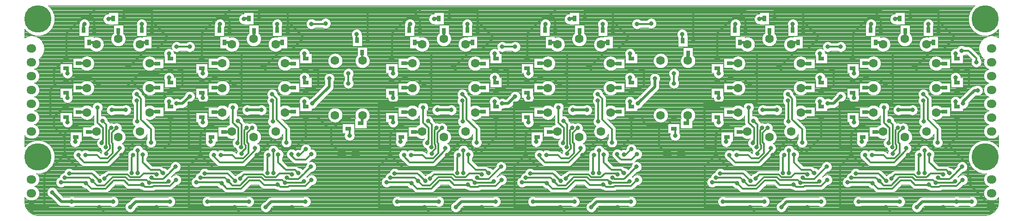
<source format=gbr>
G04 DipTrace 3.1.0.1*
G04 Top-Clock-IN12c.Bottom.gbr*
%MOIN*%
G04 #@! TF.FileFunction,Copper,L2,Bot*
G04 #@! TF.Part,Single*
G04 #@! TA.AperFunction,Conductor*
%ADD14C,0.011811*%
%ADD15C,0.019685*%
G04 #@! TA.AperFunction,CopperBalancing*
%ADD16C,0.003937*%
G04 #@! TA.AperFunction,ComponentPad*
%ADD20O,0.07X0.06*%
%ADD21O,0.06X0.07*%
%ADD23C,0.062992*%
%ADD25C,0.19685*%
%ADD27R,0.041339X0.025591*%
%ADD29R,0.025591X0.041339*%
G04 #@! TA.AperFunction,ViaPad*
%ADD33C,0.031496*%
%FSLAX26Y26*%
G04*
G70*
G90*
G75*
G01*
G04 Bottom*
%LPD*%
X1240472Y731024D2*
D14*
Y894016D1*
X1012126Y868819D2*
Y880630D1*
X1039685Y908189D1*
Y931811D1*
X1031811Y939685D1*
Y1039685D1*
X1047559Y1055433D1*
X1008189Y916063D2*
X1012126D1*
Y1079055D1*
X984567Y1106614D1*
X980630Y947559D2*
X988504Y955433D1*
X980630Y947559D2*
Y960945D1*
X988504Y968819D1*
Y1055433D1*
X949134Y1094803D1*
Y1205039D1*
X862520Y860945D2*
X945197D1*
X968819Y837323D1*
X1023937D1*
X1060659Y874045D1*
Y942333D1*
X1051496Y951496D1*
Y1020000D1*
X1086929Y1055433D1*
X811339Y860945D2*
Y849134D1*
X853071Y807402D1*
X1021969D1*
X1106614Y892047D1*
Y908189D1*
X1108583Y910157D1*
X1197165Y731024D2*
Y845197D1*
X1208976Y857008D1*
X1205039Y860945D1*
X1421575Y731024D2*
X1409764D1*
X1236535Y1102677D2*
Y1252283D1*
X1232598D1*
X1421575Y731024D2*
X1419213D1*
X1397953Y752283D1*
X1331024D1*
X1275906Y807402D1*
Y864882D1*
X1334961Y951496D2*
Y1045984D1*
X1264094Y1116850D1*
Y1268031D1*
X1232598Y1299528D1*
X1464882Y1246772D2*
D15*
Y1220963D1*
D14*
X1474507Y1211339D1*
X787717Y955433D2*
D15*
Y984743D1*
D14*
X793840Y990866D1*
X732598Y1097165D2*
D15*
Y1122974D1*
D14*
X722974Y1132598D1*
X732598Y1274331D2*
D15*
Y1300139D1*
D14*
X722974Y1309764D1*
X732598Y1451496D2*
D15*
Y1477304D1*
D14*
X722974Y1486929D1*
X854646Y1805827D2*
D15*
X850709D1*
Y1764270D1*
X1027874Y1842835D2*
D14*
Y1846948D1*
D15*
X1063307D1*
X1268031Y1805827D2*
Y1764270D1*
X1464882Y1593228D2*
Y1567420D1*
D14*
X1474507Y1557795D1*
X1464882Y1420000D2*
D15*
Y1394192D1*
D14*
X1474507Y1384567D1*
X744409Y727087D2*
X909764D1*
X964882Y671969D1*
X472756Y484567D2*
X589685D1*
X603465Y470787D1*
X960945D1*
Y484567D1*
X1374331D2*
X1252283D1*
X1208976Y441260D1*
X1004252D1*
X960945Y484567D1*
X472756D2*
X567244D1*
Y715276D1*
X712913Y860945D1*
X793840Y1065669D2*
X766457D1*
X712913Y1012126D1*
Y986475D1*
Y860945D1*
X722974Y1207402D2*
X707402D1*
X634173Y1134173D1*
Y1127634D1*
Y1065215D1*
X712913Y986475D1*
X722974Y1384567D2*
X660157D1*
X642138Y1366547D1*
X610551Y1334961D1*
Y1151256D1*
X634173Y1127634D1*
X722974Y1561732D2*
Y1561556D1*
X634173Y1472756D1*
Y1374512D1*
X642138Y1366547D1*
X925512Y1764270D2*
Y1838898D1*
X913701Y1850709D1*
X868487D1*
X834961D1*
X724724Y1740472D1*
Y1563483D1*
X722974Y1561732D1*
X1138110Y1846948D2*
Y1921575D1*
X939353D1*
X868487Y1850709D1*
X1342835Y1764270D2*
Y1825991D1*
Y1901890D1*
X1157795D1*
X1138110Y1921575D1*
X1474507Y1309764D2*
Y1338898D1*
X1535748D1*
X1563307Y1366457D1*
Y1476693D1*
X1535748D1*
X1529449Y1482992D1*
X1474507D1*
X712913Y860945D2*
X714488D1*
X807402Y768031D1*
X1029449D1*
X1122362Y860945D1*
X1161732Y1496378D2*
X1177480D1*
X1303465Y1622362D1*
X1374259D1*
X1460361Y1708465D1*
X1342835Y1825991D1*
X722974Y1384567D2*
X754646D1*
X787717Y1417638D1*
X905827D1*
X957008Y1366457D1*
X1474507Y1482992D2*
X1423937D1*
X1390079Y1449134D1*
X1252283D1*
X1194836Y1391686D1*
X1153858Y1350709D1*
X972756D1*
X957008Y1366457D1*
X1474507Y1309764D2*
X1455433D1*
X1417638Y1271969D1*
X1314554D1*
X1194836Y1391686D1*
X1474507Y1136535D2*
Y950885D1*
X1417638Y894016D1*
X1319213D1*
X1260157Y953071D1*
X1214488D1*
X1122362Y860945D1*
X2352283Y484567D2*
X2230236D1*
X2186929Y441260D1*
X1982205D1*
X1938898Y484567D1*
X1690866Y860945D2*
X1610551Y780630D1*
Y484567D1*
X1938898D1*
X1771793Y1065669D2*
X1744409D1*
X1690866Y1012126D1*
Y986475D1*
Y860945D1*
X1700927Y1207402D2*
X1606614D1*
Y1127634D1*
X1610551D1*
Y913701D1*
X1689291D1*
Y988050D1*
X1690866Y986475D1*
X1700927Y1384567D2*
X1746772D1*
X1783780Y1421575D1*
X1807402D1*
X1815276Y1429449D1*
X1960945D1*
X1988504Y1457008D1*
Y1240472D1*
X1606614D1*
Y1207402D1*
X1700927Y1561732D2*
Y1594803D1*
X1988504D1*
Y1429449D1*
X1960945D1*
X1903465Y1764270D2*
Y1838898D1*
X1891654Y1850709D1*
X1846440D1*
X1812913D1*
X1702677Y1740472D1*
Y1563483D1*
X1700927Y1561732D1*
X2116063Y1846948D2*
Y1921575D1*
X1917306D1*
X1846440Y1850709D1*
X2320787Y1764270D2*
Y1825991D1*
Y1901890D1*
X2135748D1*
X2116063Y1921575D1*
X2452459Y1309764D2*
Y1338898D1*
X2513701D1*
X2541260Y1366457D1*
Y1476693D1*
X2513701D1*
X2507402Y1482992D1*
X2452459D1*
X1690866Y860945D2*
X1692441D1*
X1785354Y768031D1*
X2007402D1*
X2100315Y860945D1*
X2139685Y1496378D2*
X2155433D1*
X2281417Y1622362D1*
X2352211D1*
X2438314Y1708465D1*
X2320787Y1825991D1*
X1700927Y1384567D2*
X1748346D1*
X1777480Y1413701D1*
X1887717D1*
X1934961Y1366457D1*
X2452459Y1482992D2*
X2441260D1*
X2415276Y1457008D1*
X2179055D1*
X2139685Y1496378D1*
X2452459Y1136535D2*
Y990255D1*
X2371969Y909764D1*
X2285354D1*
X2222362Y972756D1*
X2212126D1*
X2100315Y860945D1*
X1474507Y1136535D2*
X1604896D1*
X1613798Y1127634D1*
X1610551D1*
X3723937Y484567D2*
X3601890D1*
X3558583Y441260D1*
X3353858D1*
X3310551Y484567D1*
X3062520Y860945D2*
X2982205Y780630D1*
Y484567D1*
X3310551D1*
X3143446Y1065669D2*
X3116063D1*
X3062520Y1012126D1*
Y986475D1*
Y860945D1*
X3072580Y1207402D2*
X2978268D1*
Y1127634D1*
X2982205D1*
Y913701D1*
X3060945D1*
Y988050D1*
X3062520Y986475D1*
X3072580Y1384567D2*
X3118425D1*
X3155433Y1421575D1*
X3179055D1*
X3186929Y1429449D1*
X3332598D1*
X3360157Y1457008D1*
Y1240472D1*
X2978268D1*
Y1207402D1*
X3072580Y1561732D2*
Y1594803D1*
X3360157D1*
Y1429449D1*
X3332598D1*
X3275118Y1764270D2*
Y1838898D1*
X3263307Y1850709D1*
X3218093D1*
X3184567D1*
X3074331Y1740472D1*
Y1563483D1*
X3072580Y1561732D1*
X3487717Y1846948D2*
Y1921575D1*
X3288959D1*
X3259252Y1891867D1*
X3218093Y1850709D1*
X3692441Y1764270D2*
Y1825991D1*
Y1891024D1*
Y1901890D1*
X3507402D1*
X3487717Y1921575D1*
X3824113Y1309764D2*
Y1338898D1*
X3885354D1*
X3912913Y1366457D1*
Y1476693D1*
X3885354D1*
X3879055Y1482992D1*
X3824113D1*
Y1136535D2*
X3905039D1*
X3062520Y860945D2*
X3064094D1*
X3157008Y768031D1*
X3379055D1*
X3471969Y860945D1*
X3511339Y1496378D2*
X3527087D1*
X3653071Y1622362D1*
X3723865D1*
X3809967Y1708465D1*
X3692441Y1825991D1*
X3072580Y1384567D2*
X3120000D1*
X3149134Y1413701D1*
X3259370D1*
X3306614Y1366457D1*
X3824113Y1482992D2*
X3812913D1*
X3786929Y1457008D1*
X3550709D1*
X3511339Y1496378D1*
X3824113Y1136535D2*
Y990255D1*
X3704252Y870394D1*
X3696378D1*
X3594016Y972756D1*
X3583780D1*
X3471969Y860945D1*
X2320787Y1901890D2*
X2897953D1*
X3249230D1*
X3259252Y1891867D1*
X4701890Y484567D2*
X4579843D1*
X4536535Y441260D1*
X4331811D1*
X4288504Y484567D1*
X4040472Y860945D2*
X3960157Y780630D1*
Y484567D1*
X4288504D1*
X4121399Y1065669D2*
X4094016D1*
X4040472Y1012126D1*
Y986475D1*
Y860945D1*
X4050533Y1207402D2*
X3956220D1*
Y1127634D1*
X3960157D1*
Y913701D1*
X4038898D1*
Y988050D1*
X4040472Y986475D1*
X4050533Y1384567D2*
X4096378D1*
X4133386Y1421575D1*
X4157008D1*
X4164882Y1429449D1*
X4310551D1*
X4338110Y1457008D1*
Y1240472D1*
X3956220D1*
Y1207402D1*
X4050533Y1561732D2*
Y1594803D1*
X4338110D1*
Y1429449D1*
X4310551D1*
X4253071Y1764270D2*
Y1838898D1*
X4241260Y1850709D1*
X4196046D1*
X4162520D1*
X4052283Y1740472D1*
Y1563483D1*
X4050533Y1561732D1*
X4465669Y1846948D2*
Y1921575D1*
X4266912D1*
X4196046Y1850709D1*
X4670394Y1764270D2*
Y1825991D1*
Y1901890D1*
X4485354D1*
X4465669Y1921575D1*
X4802066Y1309764D2*
Y1338898D1*
X4863307D1*
X4890866Y1366457D1*
Y1476693D1*
X4863307D1*
X4857008Y1482992D1*
X4802066D1*
X4040472Y860945D2*
X4042047D1*
X4134961Y768031D1*
X4357008D1*
X4449921Y860945D1*
X4489291Y1496378D2*
X4505039D1*
X4631024Y1622362D1*
X4701818D1*
X4787920Y1708465D1*
X4670394Y1825991D1*
X4050533Y1384567D2*
X4097953D1*
X4127087Y1413701D1*
X4237323D1*
X4284567Y1366457D1*
X4802066Y1482992D2*
X4790866D1*
X4764882Y1457008D1*
X4528661D1*
X4489291Y1496378D1*
X4802066Y1136535D2*
Y990255D1*
X4721575Y909764D1*
X4634961D1*
X4571969Y972756D1*
X4561732D1*
X4449921Y860945D1*
X3692441Y1891024D2*
X4231791D1*
X4196046Y1850709D1*
X6073543Y484567D2*
X5951496D1*
X5908189Y441260D1*
X5703465D1*
X5660157Y484567D1*
X5412126Y860945D2*
X5331811Y780630D1*
Y484567D1*
X5660157D1*
X5493052Y1065669D2*
X5465669D1*
X5412126Y1012126D1*
Y986475D1*
Y860945D1*
X5422186Y1207402D2*
X5327874D1*
Y1127634D1*
X5331811D1*
Y913701D1*
X5410551D1*
Y988050D1*
X5412126Y986475D1*
X5422186Y1384567D2*
X5468031D1*
X5505039Y1421575D1*
X5528661D1*
X5536535Y1429449D1*
X5682205D1*
X5709764Y1457008D1*
Y1240472D1*
X5327874D1*
Y1207402D1*
X5422186Y1561732D2*
Y1594803D1*
X5709764D1*
Y1429449D1*
X5682205D1*
X5624724Y1764270D2*
Y1838898D1*
X5612913Y1850709D1*
X5567699D1*
X5534173D1*
X5423937Y1740472D1*
Y1563483D1*
X5422186Y1561732D1*
X5837323Y1846948D2*
Y1921575D1*
X5638566D1*
X5567699Y1850709D1*
X6042047Y1764270D2*
Y1825991D1*
Y1901890D1*
X5857008D1*
X5837323Y1921575D1*
X6173719Y1309764D2*
Y1338898D1*
X6234961D1*
X6262520Y1366457D1*
Y1476693D1*
X6234961D1*
X6228661Y1482992D1*
X6173719D1*
Y1136535D2*
X6254646D1*
X5412126Y860945D2*
X5413701D1*
X5506614Y768031D1*
X5728661D1*
X5821575Y860945D1*
X5860945Y1496378D2*
X5876693D1*
X6002677Y1622362D1*
X6073471D1*
X6159573Y1708465D1*
X6042047Y1825991D1*
X5422186Y1384567D2*
X5469606D1*
X5498740Y1413701D1*
X5608976D1*
X5656220Y1366457D1*
X6173719Y1482992D2*
X6162520D1*
X6136535Y1457008D1*
X5900315D1*
X5860945Y1496378D1*
X6173719Y1136535D2*
Y990255D1*
X6053858Y870394D1*
X6045984D1*
X5943622Y972756D1*
X5933386D1*
X5821575Y860945D1*
X4670394Y1901890D2*
X5261301D1*
Y1899726D1*
X5620651D1*
X5567699Y1850709D1*
X7051496Y484567D2*
X6929449D1*
X6886142Y441260D1*
X6681417D1*
X6638110Y484567D1*
X6390079Y860945D2*
X6309764Y780630D1*
Y484567D1*
X6638110D1*
X6471005Y1065669D2*
X6443622D1*
X6390079Y1012126D1*
Y986475D1*
Y860945D1*
X6400139Y1207402D2*
X6305827D1*
Y1127634D1*
X6309764D1*
Y913701D1*
X6388504D1*
Y988050D1*
X6390079Y986475D1*
X6400139Y1384567D2*
X6445984D1*
X6482992Y1421575D1*
X6506614D1*
X6514488Y1429449D1*
X6660157D1*
X6687717Y1457008D1*
Y1240472D1*
X6305827D1*
Y1207402D1*
X6400139Y1561732D2*
Y1594803D1*
X6687717D1*
Y1429449D1*
X6660157D1*
X6602677Y1764270D2*
Y1838898D1*
X6590866Y1850709D1*
X6545652D1*
X6512126D1*
X6401890Y1740472D1*
Y1563483D1*
X6400139Y1561732D1*
X6815276Y1846948D2*
Y1921575D1*
X6617904D1*
X6597780Y1901450D1*
X6596394D1*
X6545652Y1850709D1*
X7020000Y1764270D2*
Y1825991D1*
Y1901890D1*
X6834961D1*
X6815276Y1921575D1*
X7151672Y1309764D2*
Y1338898D1*
X7212913D1*
X7240472Y1366457D1*
Y1476693D1*
X7212913D1*
X7206614Y1482992D1*
X7151672D1*
Y1136535D2*
X7232598D1*
X6390079Y860945D2*
X6391654D1*
X6484567Y768031D1*
X6706614D1*
X6799528Y860945D1*
X6838898Y1496378D2*
X6854646D1*
X6980630Y1622362D1*
X7051424D1*
X7137526Y1708465D1*
X7020000Y1825991D1*
X6400139Y1384567D2*
X6447559D1*
X6476693Y1413701D1*
X6586929D1*
X6634173Y1366457D1*
X7151672Y1482992D2*
X7140472D1*
X7114488Y1457008D1*
X6878268D1*
X6838898Y1496378D1*
X7151672Y1136535D2*
Y990255D1*
X7103865Y942448D1*
X7055433Y894016D1*
X7000315D1*
X6921575Y972756D1*
X6911339D1*
X6799528Y860945D1*
X6042047Y1901890D2*
X6596394Y1901450D1*
X2897953Y1689291D2*
Y1901890D1*
X2758583Y1126299D2*
X2724724D1*
X2653858Y1055433D1*
X2635265D1*
X2614488D1*
X2533386Y1136535D1*
X2452459D1*
X4802066D2*
X4882992D1*
Y1109764D1*
X4921575Y1071181D1*
X5004029D1*
X5053071D1*
X5108189Y1126299D1*
X5248346Y1685354D2*
Y1888936D1*
X5261301Y1901890D1*
X2635265Y1055433D2*
Y943711D1*
X2712520Y866457D1*
X2812520D1*
X5004029Y1071181D2*
Y924554D1*
X5062126Y866457D1*
X5162126D1*
X7103865Y942448D2*
Y920387D1*
X7232598Y791654D1*
Y708976D1*
X7248346Y693228D1*
Y642047D1*
X7338898Y551496D1*
Y547559D1*
X7401890Y484567D1*
X2316850Y697165D2*
X2328661Y685354D1*
X2399528D1*
X2438898Y724724D1*
X2490079Y775906D1*
X3094016Y727087D2*
X3259370D1*
X3314488Y671969D1*
X1325118Y1168031D2*
D15*
Y1173937D1*
X1383955D1*
X884391Y1028268D2*
X939291D1*
D14*
X941260Y1030236D1*
X813525Y1170000D2*
D15*
X870394D1*
D14*
X872362Y1168031D1*
X813525Y1347165D2*
D15*
X870394D1*
D14*
X872362Y1345197D1*
X813525Y1524331D2*
D15*
X870394D1*
D14*
X872362Y1522362D1*
X888110Y1673719D2*
D15*
X927698D1*
D14*
X941260Y1660157D1*
X1100709Y1756396D2*
D15*
Y1701496D1*
D14*
X1098740Y1699528D1*
X1305433Y1673719D2*
D15*
X1269782D1*
D14*
X1256220Y1660157D1*
X1383955Y1520394D2*
D15*
X1327087D1*
D14*
X1325118Y1522362D1*
X1383955Y1347165D2*
D15*
X1327087D1*
D14*
X1325118Y1345197D1*
X1338898Y697165D2*
X1350709Y685354D1*
X1421575D1*
X1460945Y724724D1*
X1512126Y775906D1*
X1722362Y727087D2*
X1887717D1*
X1942835Y671969D1*
X2492441Y1807402D2*
X2590866D1*
X2594803Y1811339D1*
X1520000Y1642047D2*
X1614488D1*
X2218425Y731024D2*
Y894016D1*
X1990079Y868819D2*
Y880630D1*
X2017638Y908189D1*
Y931811D1*
X2009764Y939685D1*
Y1039685D1*
X2025512Y1055433D1*
X1986142Y916063D2*
X1990079D1*
Y1079055D1*
X1962520Y1106614D1*
X1958583Y947559D2*
X1966457Y955433D1*
X1958583Y947559D2*
Y960945D1*
X1966457Y968819D1*
Y1055433D1*
X1927087Y1094803D1*
Y1205039D1*
X1840472Y860945D2*
X1923150D1*
X1946772Y837323D1*
X2001890D1*
X2038612Y874045D1*
Y942333D1*
X2029449Y951496D1*
Y1020000D1*
X2064882Y1055433D1*
X1789291Y860945D2*
Y849134D1*
X1831024Y807402D1*
X1999921D1*
X2084567Y892047D1*
Y908189D1*
X2086535Y910157D1*
X2175118Y731024D2*
Y845197D1*
X2186929Y857008D1*
X2182992Y860945D1*
X2399528Y731024D2*
X2387717D1*
X2214488Y1102677D2*
Y1252283D1*
X2210551D1*
X2399528Y731024D2*
X2397165D1*
X2375906Y752283D1*
X2308976D1*
X2253858Y807402D1*
Y864882D1*
X2312913Y951496D2*
Y1045984D1*
X2242047Y1116850D1*
Y1268031D1*
X2210551Y1299528D1*
X2442835Y1246772D2*
D15*
Y1220963D1*
D14*
X2452459Y1211339D1*
X1765669Y955433D2*
D15*
Y984743D1*
D14*
X1771793Y990866D1*
X1710551Y1097165D2*
D15*
Y1122974D1*
D14*
X1700927Y1132598D1*
X1710551Y1274331D2*
D15*
Y1300139D1*
D14*
X1700927Y1309764D1*
X1710551Y1451496D2*
D15*
Y1477304D1*
D14*
X1700927Y1486929D1*
X1832598Y1805827D2*
D15*
X1828661D1*
Y1764270D1*
X2005827Y1842835D2*
D14*
Y1846948D1*
D15*
X2041260D1*
X2245984Y1805827D2*
Y1764270D1*
X2442835Y1593228D2*
Y1567420D1*
D14*
X2452459Y1557795D1*
X2442835Y1420000D2*
D15*
Y1394192D1*
D14*
X2452459Y1384567D1*
X5210945Y1594803D2*
D15*
Y1542047D1*
X5210551D1*
X5198740Y1088898D2*
D14*
X5208976D1*
D15*
Y1146772D1*
D14*
X5210551Y1148346D1*
X2303071Y1168031D2*
D15*
Y1173937D1*
X2361908D1*
X1862344Y1028268D2*
X1917244D1*
D14*
X1919213Y1030236D1*
X1791478Y1170000D2*
D15*
X1848346D1*
D14*
X1850315Y1168031D1*
X1791478Y1347165D2*
D15*
X1848346D1*
D14*
X1850315Y1345197D1*
X1791478Y1524331D2*
D15*
X1848346D1*
D14*
X1850315Y1522362D1*
X1866063Y1673719D2*
D15*
X1905651D1*
D14*
X1919213Y1660157D1*
X2078661Y1756396D2*
D15*
Y1701496D1*
D14*
X2076693Y1699528D1*
X2283386Y1673719D2*
D15*
X2247735D1*
D14*
X2234173Y1660157D1*
X2361908Y1520394D2*
D15*
X2305039D1*
D14*
X2303071Y1522362D1*
X2361908Y1347165D2*
D15*
X2305039D1*
D14*
X2303071Y1345197D1*
X3590079Y731024D2*
Y894016D1*
X3361732Y868819D2*
Y880630D1*
X3389291Y908189D1*
Y931811D1*
X3381417Y939685D1*
Y1039685D1*
X3397165Y1055433D1*
X3357795Y916063D2*
X3361732D1*
Y1079055D1*
X3334173Y1106614D1*
X3330236Y947559D2*
X3338110Y955433D1*
X3330236Y947559D2*
Y960945D1*
X3338110Y968819D1*
Y1055433D1*
X3298740Y1094803D1*
Y1205039D1*
X4666457Y697165D2*
X4678268Y685354D1*
X4749134D1*
X4788504Y724724D1*
X4839685Y775906D1*
X5443622Y727087D2*
X5608976D1*
X5664094Y671969D1*
X3212126Y860945D2*
X3294803D1*
X3318425Y837323D1*
X3373543D1*
X3410265Y874045D1*
Y942333D1*
X3401102Y951496D1*
Y1020000D1*
X3436535Y1055433D1*
X3160945Y860945D2*
Y849134D1*
X3202677Y807402D1*
X3371575D1*
X3456220Y892047D1*
Y908189D1*
X3458189Y910157D1*
X3546772Y731024D2*
Y845197D1*
X3558583Y857008D1*
X3554646Y860945D1*
X3771181Y731024D2*
X3759370D1*
X3586142Y1102677D2*
Y1252283D1*
X3582205D1*
X3771181Y731024D2*
X3768819D1*
X3747559Y752283D1*
X3680630D1*
X3625512Y807402D1*
Y864882D1*
X1978268Y691654D2*
X2005827Y719213D1*
X2143622D1*
X2163307Y699528D1*
X2234173D1*
X2261732Y727087D1*
X2344409D1*
X2352283Y719213D1*
X3684567Y951496D2*
Y1045984D1*
X3613701Y1116850D1*
Y1268031D1*
X3582205Y1299528D1*
X3814488Y1246772D2*
D15*
Y1220963D1*
D14*
X3824113Y1211339D1*
X3137323Y955433D2*
D15*
Y984743D1*
D14*
X3143446Y990866D1*
X3082205Y1097165D2*
D15*
Y1122974D1*
D14*
X3072580Y1132598D1*
X3082205Y1274331D2*
D15*
Y1300139D1*
D14*
X3072580Y1309764D1*
X3082205Y1451496D2*
D15*
Y1477304D1*
D14*
X3072580Y1486929D1*
X3204252Y1805827D2*
D15*
X3200315D1*
Y1764270D1*
X3377480Y1842835D2*
D14*
Y1846948D1*
D15*
X3412913D1*
X3617638Y1805827D2*
Y1764270D1*
X3814488Y1593228D2*
Y1567420D1*
D14*
X3824113Y1557795D1*
X3814488Y1420000D2*
D15*
Y1394192D1*
D14*
X3824113Y1384567D1*
X3674724Y1168031D2*
D15*
Y1173937D1*
X3733562D1*
X3233997Y1028268D2*
X3288898D1*
D14*
X3290866Y1030236D1*
X3163131Y1170000D2*
D15*
X3220000D1*
D14*
X3221969Y1168031D1*
X3163131Y1347165D2*
D15*
X3220000D1*
D14*
X3221969Y1345197D1*
X3163131Y1524331D2*
D15*
X3220000D1*
D14*
X3221969Y1522362D1*
X3237717Y1673719D2*
D15*
X3277304D1*
D14*
X3290866Y1660157D1*
X3450315Y1756396D2*
D15*
Y1701496D1*
D14*
X3448346Y1699528D1*
X3655039Y1673719D2*
D15*
X3619388D1*
D14*
X3605827Y1660157D1*
X3733562Y1520394D2*
D15*
X3676693D1*
D14*
X3674724Y1522362D1*
X3733562Y1347165D2*
D15*
X3676693D1*
D14*
X3674724Y1345197D1*
X3688504Y697165D2*
X3700315Y685354D1*
X3771181D1*
X3810551Y724724D1*
X3861732Y775906D1*
X4071969Y727087D2*
X4237323D1*
X4292441Y671969D1*
X3869606Y1642047D2*
X3964094D1*
X3349921Y691654D2*
X3377480Y719213D1*
X3515276D1*
X3534961Y699528D1*
X3605827D1*
X3633386Y727087D1*
X3716063D1*
X3723937Y719213D1*
X4568031Y731024D2*
Y894016D1*
X4339685Y868819D2*
Y880630D1*
X4367244Y908189D1*
Y931811D1*
X4359370Y939685D1*
Y1039685D1*
X4375118Y1055433D1*
X4335748Y916063D2*
X4339685D1*
Y1079055D1*
X4312126Y1106614D1*
X2860551Y1598740D2*
Y1542441D1*
X2860945Y1542047D1*
Y1148346D2*
D15*
X2858583D1*
Y1098346D1*
D14*
X2849134Y1088898D1*
X2397953Y862520D2*
X2413701D1*
X2453071Y901890D1*
X2760157Y1378268D2*
Y1449134D1*
X2350709Y866457D2*
Y854646D1*
X2378268Y827087D1*
X2453071D1*
X2492441Y866457D1*
X4308189Y947559D2*
X4316063Y955433D1*
X4308189Y947559D2*
Y960945D1*
X4316063Y968819D1*
Y1055433D1*
X4276693Y1094803D1*
Y1205039D1*
X4190079Y860945D2*
X4272756D1*
X4296378Y837323D1*
X4351496D1*
X4388218Y874045D1*
Y942333D1*
X4379055Y951496D1*
Y1020000D1*
X4414488Y1055433D1*
X4138898Y860945D2*
Y849134D1*
X4180630Y807402D1*
X4349528D1*
X4434173Y892047D1*
Y908189D1*
X4436142Y910157D1*
X4524724Y731024D2*
Y845197D1*
X4536535Y857008D1*
X4532598Y860945D1*
X4749134Y731024D2*
X4737323D1*
X4564094Y1102677D2*
Y1252283D1*
X4560157D1*
X4749134Y731024D2*
X4746772D1*
X4725512Y752283D1*
X4658583D1*
X4603465Y807402D1*
Y864882D1*
X4662520Y951496D2*
Y1045984D1*
X4591654Y1116850D1*
Y1268031D1*
X4560157Y1299528D1*
X4792441Y1246772D2*
D15*
Y1220963D1*
D14*
X4802066Y1211339D1*
X4115276Y955433D2*
D15*
Y984743D1*
D14*
X4121399Y990866D1*
X4060157Y1097165D2*
D15*
Y1122974D1*
D14*
X4050533Y1132598D1*
X4060157Y1274331D2*
D15*
Y1300139D1*
D14*
X4050533Y1309764D1*
X4060157Y1451496D2*
D15*
Y1477304D1*
D14*
X4050533Y1486929D1*
X4182205Y1805827D2*
D15*
X4178268D1*
Y1764270D1*
X4355433Y1842835D2*
D14*
Y1846948D1*
D15*
X4390866D1*
X4595591Y1805827D2*
Y1764270D1*
X4792441Y1593228D2*
Y1567420D1*
D14*
X4802066Y1557795D1*
X4792441Y1420000D2*
D15*
Y1394192D1*
D14*
X4802066Y1384567D1*
X5939685Y731024D2*
Y894016D1*
X4652677Y1168031D2*
D15*
Y1173937D1*
X4711514D1*
X4211950Y1028268D2*
X4266850D1*
D14*
X4268819Y1030236D1*
X4141084Y1170000D2*
D15*
X4197953D1*
D14*
X4199921Y1168031D1*
X4141084Y1347165D2*
D15*
X4197953D1*
D14*
X4199921Y1345197D1*
X4141084Y1524331D2*
D15*
X4197953D1*
D14*
X4199921Y1522362D1*
X4215669Y1673719D2*
D15*
X4255257D1*
D14*
X4268819Y1660157D1*
X4428268Y1756396D2*
D15*
Y1701496D1*
D14*
X4426299Y1699528D1*
X4632992Y1673719D2*
D15*
X4597341D1*
D14*
X4583780Y1660157D1*
X4711514Y1520394D2*
D15*
X4654646D1*
D14*
X4652677Y1522362D1*
X4711514Y1347165D2*
D15*
X4654646D1*
D14*
X4652677Y1345197D1*
X4842835Y1807402D2*
X4941260D1*
X4945197Y1811339D1*
X4327874Y691654D2*
X4355433Y719213D1*
X4493228D1*
X4512913Y699528D1*
X4583780D1*
X4611339Y727087D1*
X4694016D1*
X4701890Y719213D1*
X4747559Y862520D2*
X4763307D1*
X4802677Y901890D1*
X5109764Y1378268D2*
Y1449134D1*
X4700315Y866457D2*
Y854646D1*
X4727874Y827087D1*
X4802677D1*
X4842047Y866457D1*
X5711339Y868819D2*
Y880630D1*
X5738898Y908189D1*
Y931811D1*
X5731024Y939685D1*
Y1039685D1*
X5746772Y1055433D1*
X5707402Y916063D2*
X5711339D1*
Y1079055D1*
X5683780Y1106614D1*
X2819213Y1732598D2*
Y1693228D1*
X2823150Y1689291D1*
X2768031Y1000315D2*
Y1042047D1*
X2758583Y1051496D1*
X5679843Y947559D2*
X5687717Y955433D1*
X5679843Y947559D2*
Y960945D1*
X5687717Y968819D1*
Y1055433D1*
X5648346Y1094803D1*
Y1205039D1*
X7016063Y697165D2*
X7027874Y685354D1*
X7098740D1*
X7138110Y724724D1*
X7189291Y775906D1*
X5168819Y1732598D2*
Y1690079D1*
X5173543Y1685354D1*
X5117638Y1000315D2*
Y1042047D1*
X5108189Y1051496D1*
X5561732Y860945D2*
X5644409D1*
X5668031Y837323D1*
X5723150D1*
X5759871Y874045D1*
Y942333D1*
X5750709Y951496D1*
Y1020000D1*
X5786142Y1055433D1*
X5510551Y860945D2*
Y849134D1*
X5552283Y807402D1*
X5721181D1*
X5805827Y892047D1*
Y908189D1*
X5807795Y910157D1*
X5896378Y731024D2*
Y845197D1*
X5908189Y857008D1*
X5904252Y860945D1*
X6120787Y731024D2*
X6108976D1*
X5935748Y1102677D2*
Y1252283D1*
X5931811D1*
X6120787Y731024D2*
X6118425D1*
X6097165Y752283D1*
X6030236D1*
X5975118Y807402D1*
Y864882D1*
X6034173Y951496D2*
Y1045984D1*
X5963307Y1116850D1*
Y1268031D1*
X5931811Y1299528D1*
X6164094Y1246772D2*
D15*
Y1220963D1*
D14*
X6173719Y1211339D1*
X5486929Y955433D2*
D15*
Y984743D1*
D14*
X5493052Y990866D1*
X5431811Y1097165D2*
D15*
Y1122974D1*
D14*
X5422186Y1132598D1*
X5431811Y1274331D2*
D15*
Y1300139D1*
D14*
X5422186Y1309764D1*
X5431811Y1451496D2*
D15*
Y1477304D1*
D14*
X5422186Y1486929D1*
X5553858Y1805827D2*
D15*
X5549921D1*
Y1764270D1*
X5727087Y1842835D2*
D14*
Y1846948D1*
D15*
X5762520D1*
X5967244Y1805827D2*
Y1764270D1*
X6164094Y1593228D2*
Y1567420D1*
D14*
X6173719Y1557795D1*
X6164094Y1420000D2*
D15*
Y1394192D1*
D14*
X6173719Y1384567D1*
X6024331Y1168031D2*
D15*
Y1173937D1*
X6083168D1*
X5583604Y1028268D2*
X5638504D1*
D14*
X5640472Y1030236D1*
X5512738Y1170000D2*
D15*
X5569606D1*
D14*
X5571575Y1168031D1*
X5512738Y1347165D2*
D15*
X5569606D1*
D14*
X5571575Y1345197D1*
X5512738Y1524331D2*
D15*
X5569606D1*
D14*
X5571575Y1522362D1*
X5587323Y1673719D2*
D15*
X5626911D1*
D14*
X5640472Y1660157D1*
X5799921Y1756396D2*
D15*
Y1701496D1*
D14*
X5797953Y1699528D1*
X6004646Y1673719D2*
D15*
X5968995D1*
D14*
X5955433Y1660157D1*
X6083168Y1520394D2*
D15*
X6026299D1*
D14*
X6024331Y1522362D1*
X6083168Y1347165D2*
D15*
X6026299D1*
D14*
X6024331Y1345197D1*
X6038110Y697165D2*
X6049921Y685354D1*
X6120787D1*
X6160157Y724724D1*
X6211339Y775906D1*
X6421575Y727087D2*
X6586929D1*
X6642047Y671969D1*
X6219213Y1642047D2*
X6313701D1*
X5699528Y691654D2*
X5727087Y719213D1*
X5864882D1*
X5884567Y699528D1*
X5955433D1*
X5982992Y727087D1*
X6065669D1*
X6073543Y719213D1*
X6917638Y731024D2*
Y894016D1*
X6689291Y868819D2*
Y880630D1*
X6716850Y908189D1*
Y931811D1*
X6708976Y939685D1*
Y1039685D1*
X6724724Y1055433D1*
X6685354Y916063D2*
X6689291D1*
Y1079055D1*
X6661732Y1106614D1*
X6657795Y947559D2*
X6665669Y955433D1*
X6657795Y947559D2*
Y960945D1*
X6665669Y968819D1*
Y1055433D1*
X6626299Y1094803D1*
Y1205039D1*
X6539685Y860945D2*
X6622362D1*
X6645984Y837323D1*
X6701102D1*
X6737824Y874045D1*
Y942333D1*
X6728661Y951496D1*
Y1020000D1*
X6764094Y1055433D1*
X6488504Y860945D2*
Y849134D1*
X6530236Y807402D1*
X6699134D1*
X6783780Y892047D1*
Y908189D1*
X6785748Y910157D1*
X6874331Y731024D2*
Y845197D1*
X6886142Y857008D1*
X6882205Y860945D1*
X7098740Y731024D2*
X7086929D1*
X6913701Y1102677D2*
Y1252283D1*
X6909764D1*
X7098740Y731024D2*
X7096378D1*
X7075118Y752283D1*
X7008189D1*
X6953071Y807402D1*
Y864882D1*
X7012126Y951496D2*
Y1045984D1*
X6941260Y1116850D1*
Y1268031D1*
X6909764Y1299528D1*
X7142047Y1246772D2*
D15*
Y1220963D1*
D14*
X7151672Y1211339D1*
X6464882Y955433D2*
D15*
Y984743D1*
D14*
X6471005Y990866D1*
X6409764Y1097165D2*
D15*
Y1122974D1*
D14*
X6400139Y1132598D1*
X6409764Y1274331D2*
D15*
Y1300139D1*
D14*
X6400139Y1309764D1*
X6409764Y1451496D2*
D15*
Y1477304D1*
D14*
X6400139Y1486929D1*
X6531811Y1805827D2*
D15*
X6527874D1*
Y1764270D1*
X6705039Y1842835D2*
D14*
Y1846948D1*
D15*
X6740472D1*
X6945197Y1805827D2*
Y1764270D1*
X7142047Y1593228D2*
Y1567420D1*
D14*
X7151672Y1557795D1*
X7142047Y1420000D2*
D15*
Y1394192D1*
D14*
X7151672Y1384567D1*
X7002283Y1168031D2*
D15*
Y1173937D1*
X7061121D1*
X6561556Y1028268D2*
X6616457D1*
D14*
X6618425Y1030236D1*
X6490690Y1170000D2*
D15*
X6547559D1*
D14*
X6549528Y1168031D1*
X6490690Y1347165D2*
D15*
X6547559D1*
D14*
X6549528Y1345197D1*
X6490690Y1524331D2*
D15*
X6547559D1*
D14*
X6549528Y1522362D1*
X6565276Y1673719D2*
D15*
X6604864D1*
D14*
X6618425Y1660157D1*
X6777874Y1756396D2*
D15*
Y1701496D1*
D14*
X6775906Y1699528D1*
X6982598Y1673719D2*
D15*
X6946948D1*
D14*
X6933386Y1660157D1*
X7061121Y1520394D2*
D15*
X7004252D1*
D14*
X7002283Y1522362D1*
X7061121Y1347165D2*
D15*
X7004252D1*
D14*
X7002283Y1345197D1*
X6677480Y691654D2*
X6705039Y719213D1*
X6842835D1*
X6862520Y699528D1*
X6933386D1*
X6960945Y727087D1*
X7043622D1*
X7051496Y719213D1*
X7185354Y1614488D2*
X7236535D1*
X7291654Y1559370D1*
Y1531811D1*
X712913Y695591D2*
X890079D1*
X913701Y671969D1*
X945197Y640472D1*
X1000315D1*
X1059370Y699528D1*
X1153858D1*
X1173543Y679843D1*
X1303465D1*
X1323150Y660157D1*
X1451496D1*
X1460945Y669606D1*
X1690866Y695591D2*
X1868031D1*
X1891654Y671969D1*
X1923150Y640472D1*
X1978268D1*
X2037323Y699528D1*
X2131811D1*
X2151496Y679843D1*
X2281417D1*
X2301102Y660157D1*
X2429449D1*
X2438898Y669606D1*
X3062520Y695591D2*
X3239685D1*
X3263307Y671969D1*
X3294803Y640472D1*
X3349921D1*
X3408976Y699528D1*
X3503465D1*
X3523150Y679843D1*
X3653071D1*
X3672756Y660157D1*
X3801102D1*
X3810551Y669606D1*
X4040472Y695591D2*
X4217638D1*
X4241260Y671969D1*
X4272756Y640472D1*
X4327874D1*
X4386929Y699528D1*
X4481417D1*
X4501102Y679843D1*
X4631024D1*
X4650709Y660157D1*
X4779055D1*
X4788504Y669606D1*
X5412126Y695591D2*
X5589291D1*
X5612913Y671969D1*
X5644409Y640472D1*
X5699528D1*
X5758583Y699528D1*
X5853071D1*
X5872756Y679843D1*
X6002677D1*
X6022362Y660157D1*
X6150709D1*
X6160157Y669606D1*
X6390079Y695591D2*
X6567244D1*
X6590866Y671969D1*
X6622362Y640472D1*
X6677480D1*
X6736535Y699528D1*
X6831024D1*
X6850709Y679843D1*
X6980630D1*
X7000315Y660157D1*
X7128661D1*
X7138110Y669606D1*
X685354Y664094D2*
X858583D1*
X866457Y656220D1*
X905827Y616850D1*
X1008189D1*
X1067244Y675906D1*
X1142047D1*
X1173543Y644409D1*
X1268031D1*
X1271969Y648346D1*
X1273543D1*
X1291654Y630236D1*
X1346772D1*
X1354646Y638110D1*
X1472756D1*
X1516063Y681417D1*
X1663307Y664094D2*
X1836535D1*
X1844409Y656220D1*
X1883780Y616850D1*
X1986142D1*
X2045197Y675906D1*
X2120000D1*
X2151496Y644409D1*
X2245984D1*
X2249921Y648346D1*
X2251496D1*
X2269606Y630236D1*
X2324724D1*
X2332598Y638110D1*
X2450709D1*
X2494016Y681417D1*
X3034961Y664094D2*
X3208189D1*
X3216063Y656220D1*
X3255433Y616850D1*
X3357795D1*
X3416850Y675906D1*
X3491654D1*
X3523150Y644409D1*
X3617638D1*
X3621575Y648346D1*
X3623150D1*
X3641260Y630236D1*
X3696378D1*
X3704252Y638110D1*
X3822362D1*
X3865669Y681417D1*
X4012913Y664094D2*
X4186142D1*
X4194016Y656220D1*
X4233386Y616850D1*
X4335748D1*
X4394803Y675906D1*
X4469606D1*
X4501102Y644409D1*
X4595591D1*
X4599528Y648346D1*
X4601102D1*
X4619213Y630236D1*
X4674331D1*
X4682205Y638110D1*
X4800315D1*
X4843622Y681417D1*
X3865669D2*
D3*
X5384567Y664094D2*
X5557795D1*
X5565669Y656220D1*
X5605039Y616850D1*
X5707402D1*
X5766457Y675906D1*
X5841260D1*
X5872756Y644409D1*
X5967244D1*
X5971181Y648346D1*
X5972756D1*
X5990866Y630236D1*
X6045984D1*
X6053858Y638110D1*
X6171969D1*
X6215276Y681417D1*
X6362520Y664094D2*
X6535748D1*
X6543622Y656220D1*
X6582992Y616850D1*
X6685354D1*
X6744409Y675906D1*
X6819213D1*
X6850709Y644409D1*
X6945197D1*
X6949134Y648346D1*
X6950709D1*
X6968819Y630236D1*
X7023937D1*
X7031811Y638110D1*
X7149921D1*
X7193228Y681417D1*
X6215276D2*
D3*
X1000315Y691654D2*
X1027874Y719213D1*
X1165669D1*
X1185354Y699528D1*
X1256220D1*
X1283780Y727087D1*
X1366457D1*
X1374331Y719213D1*
X1472756Y523937D2*
D15*
X1224724D1*
X1185354Y484567D1*
X1063307Y523937D2*
X794550D1*
X689291D1*
X622362Y590866D1*
X764094Y523937D2*
D14*
X794550D1*
X2450709D2*
D15*
X2202677D1*
X2163307Y484567D1*
X1742047Y523937D2*
X2041260D1*
X3822362D2*
X3574331D1*
X3534961Y484567D1*
X3113701Y523937D2*
X3412913D1*
X4800315D2*
X4552283D1*
X4512913Y484567D1*
X4091654Y523937D2*
X4390866D1*
X6171969D2*
X5923937D1*
X5884567Y484567D1*
X5463307Y523937D2*
X5762520D1*
X7149921D2*
X6901890D1*
X6862520Y484567D1*
X6441260Y523937D2*
X6740472D1*
X7149921D2*
X7260157D1*
X3401102Y1185354D2*
X3503465D1*
X1051496D2*
X1153858D1*
X1520000Y1232598D2*
X1563307D1*
X1614488Y1283780D1*
X2029449Y1185354D2*
X2131811D1*
X2497953Y1232598D2*
X2500315D1*
X2622362Y1354646D1*
Y1413701D1*
X3869606Y1232598D2*
X3912913D1*
X3964094Y1283780D1*
X4379055Y1185354D2*
X4481417D1*
X4847559Y1232598D2*
X4849921D1*
X4971969Y1354646D1*
Y1413701D1*
X5750709Y1185354D2*
X5853071D1*
X6219213Y1232598D2*
X6262520D1*
X6313701Y1283780D1*
X6728661Y1185354D2*
X6831024D1*
X7197165Y1232598D2*
Y1245984D1*
X7278268Y1327087D1*
X7301102D1*
D33*
X1240472Y731024D3*
X964882Y671969D3*
X3314488D3*
X1942835D3*
X2218425Y731024D3*
X3590079D3*
X5664094Y671969D3*
X4292441D3*
X4568031Y731024D3*
X5939685D3*
X6642047Y671969D3*
X6917638Y731024D3*
X455039Y1883780D3*
Y1805039D3*
Y887717D3*
Y808976D3*
X520000Y1919213D3*
Y1765669D3*
Y923150D3*
Y769606D3*
X584961Y1883780D3*
Y1805039D3*
Y887717D3*
Y808976D3*
X622362Y590866D3*
X685354Y664094D3*
X712913Y860945D3*
Y695591D3*
X732598Y1451496D3*
Y1274331D3*
Y1097165D3*
X744409Y727087D3*
X764094Y523937D3*
X787717Y955433D3*
X811339Y860945D3*
X854646Y1805827D3*
X862520Y860945D3*
X866457Y656220D3*
X913701Y671969D3*
X949134Y1205039D3*
X957008Y1366457D3*
X960945Y484567D3*
X980630Y947559D3*
X984567Y1106614D3*
X1000315Y691654D3*
X1008189Y916063D3*
X1012126Y868819D3*
X1027874Y1842835D3*
X1047559Y1055433D3*
X1051496Y1185354D3*
X1063307Y523937D3*
X1086929Y1055433D3*
X1108583Y910157D3*
X1122362Y860945D3*
X1153858Y1185354D3*
X1161732Y1496378D3*
X1185354Y484567D3*
X1197165Y731024D3*
X1205039Y860945D3*
X1232598Y1299528D3*
Y1252283D3*
X1236535Y1102677D3*
X1240472Y894016D3*
X1268031Y1805827D3*
X1271969Y648346D3*
X1275906Y864882D3*
X1323150Y660157D3*
X1334961Y951496D3*
X1338898Y697165D3*
X1374331Y719213D3*
Y484567D3*
X1421575Y731024D3*
X1460945Y669606D3*
X1464882Y1593228D3*
Y1420000D3*
Y1246772D3*
X1472756Y523937D3*
X1512126Y775906D3*
X1516063Y681417D3*
X1520000Y1642047D3*
Y1232598D3*
X1614488Y1642047D3*
Y1283780D3*
X1663307Y664094D3*
X1690866Y860945D3*
Y695591D3*
X1710551Y1451496D3*
Y1274331D3*
Y1097165D3*
X1722362Y727087D3*
X1742047Y523937D3*
X1765669Y955433D3*
X1789291Y860945D3*
X1832598Y1805827D3*
X1840472Y860945D3*
X1844409Y656220D3*
X1891654Y671969D3*
X1927087Y1205039D3*
X1934961Y1366457D3*
X1938898Y484567D3*
X1958583Y947559D3*
X1962520Y1106614D3*
X1978268Y691654D3*
X1986142Y916063D3*
X1990079Y868819D3*
X2005827Y1842835D3*
X2025512Y1055433D3*
X2029449Y1185354D3*
X2041260Y523937D3*
X2064882Y1055433D3*
X2086535Y910157D3*
X2100315Y860945D3*
X2131811Y1185354D3*
X2139685Y1496378D3*
X2163307Y484567D3*
X2175118Y731024D3*
X2182992Y860945D3*
X2210551Y1299528D3*
Y1252283D3*
X2214488Y1102677D3*
X2218425Y894016D3*
X2245984Y1805827D3*
X2249921Y648346D3*
X2253858Y864882D3*
X2301102Y660157D3*
X2312913Y951496D3*
X2316850Y697165D3*
X2350709Y866457D3*
X2352283Y719213D3*
Y484567D3*
X2397953Y862520D3*
X2399528Y731024D3*
X2438898Y669606D3*
X2442835Y1593228D3*
Y1420000D3*
Y1246772D3*
X2450709Y523937D3*
X2453071Y901890D3*
X2490079Y775906D3*
X2492441Y1807402D3*
Y866457D3*
X2494016Y681417D3*
X2497953Y1232598D3*
X2594803Y1811339D3*
X2622362Y1413701D3*
X2760157Y1449134D3*
Y1378268D3*
X2768031Y1000315D3*
X2819213Y1732598D3*
X3034961Y664094D3*
X3062520Y860945D3*
Y695591D3*
X3082205Y1451496D3*
Y1274331D3*
Y1097165D3*
X3094016Y727087D3*
X3113701Y523937D3*
X3137323Y955433D3*
X3160945Y860945D3*
X3204252Y1805827D3*
X3212126Y860945D3*
X3216063Y656220D3*
X3263307Y671969D3*
X3298740Y1205039D3*
X3306614Y1366457D3*
X3310551Y484567D3*
X3330236Y947559D3*
X3334173Y1106614D3*
X3349921Y691654D3*
X3357795Y916063D3*
X3361732Y868819D3*
X3377480Y1842835D3*
X3397165Y1055433D3*
X3401102Y1185354D3*
X3412913Y523937D3*
X3436535Y1055433D3*
X3458189Y910157D3*
X3471969Y860945D3*
X3503465Y1185354D3*
X3511339Y1496378D3*
X3534961Y484567D3*
X3546772Y731024D3*
X3554646Y860945D3*
X3582205Y1299528D3*
Y1252283D3*
X3586142Y1102677D3*
X3590079Y894016D3*
X3617638Y1805827D3*
X3621575Y648346D3*
X3625512Y864882D3*
X3672756Y660157D3*
X3684567Y951496D3*
X3688504Y697165D3*
X3723937Y719213D3*
Y484567D3*
X3771181Y731024D3*
X3810551Y669606D3*
X3814488Y1593228D3*
Y1420000D3*
Y1246772D3*
X3822362Y523937D3*
X3861732Y775906D3*
X3865669Y681417D3*
X3869606Y1642047D3*
Y1232598D3*
X3964094Y1642047D3*
Y1283780D3*
X4012913Y664094D3*
X4040472Y860945D3*
Y695591D3*
X4060157Y1451496D3*
Y1274331D3*
Y1097165D3*
X4071969Y727087D3*
X4091654Y523937D3*
X4115276Y955433D3*
X4138898Y860945D3*
X4182205Y1805827D3*
X4190079Y860945D3*
X4194016Y656220D3*
X4241260Y671969D3*
X4276693Y1205039D3*
X4284567Y1366457D3*
X4288504Y484567D3*
X4308189Y947559D3*
X4312126Y1106614D3*
X4327874Y691654D3*
X4335748Y916063D3*
X4339685Y868819D3*
X4355433Y1842835D3*
X4375118Y1055433D3*
X4379055Y1185354D3*
X4390866Y523937D3*
X4414488Y1055433D3*
X4436142Y910157D3*
X4449921Y860945D3*
X4481417Y1185354D3*
X4489291Y1496378D3*
X4512913Y484567D3*
X4524724Y731024D3*
X4532598Y860945D3*
X4560157Y1299528D3*
Y1252283D3*
X4564094Y1102677D3*
X4568031Y894016D3*
X4595591Y1805827D3*
X4599528Y648346D3*
X4603465Y864882D3*
X4650709Y660157D3*
X4662520Y951496D3*
X4666457Y697165D3*
X4700315Y866457D3*
X4701890Y719213D3*
Y484567D3*
X4747559Y862520D3*
X4749134Y731024D3*
X4788504Y669606D3*
X4792441Y1593228D3*
Y1420000D3*
Y1246772D3*
X4800315Y523937D3*
X4802677Y901890D3*
X4839685Y775906D3*
X4842047Y866457D3*
X4842835Y1807402D3*
X4843622Y681417D3*
X4847559Y1232598D3*
X4945197Y1811339D3*
X4971969Y1413701D3*
X5109764Y1449134D3*
Y1378268D3*
X5117638Y1000315D3*
X5168819Y1732598D3*
X5384567Y664094D3*
X5412126Y860945D3*
Y695591D3*
X5431811Y1451496D3*
Y1274331D3*
Y1097165D3*
X5443622Y727087D3*
X5463307Y523937D3*
X5486929Y955433D3*
X5510551Y860945D3*
X5553858Y1805827D3*
X5561732Y860945D3*
X5565669Y656220D3*
X5612913Y671969D3*
X5648346Y1205039D3*
X5656220Y1366457D3*
X5660157Y484567D3*
X5679843Y947559D3*
X5683780Y1106614D3*
X5699528Y691654D3*
X5707402Y916063D3*
X5711339Y868819D3*
X5727087Y1842835D3*
X5746772Y1055433D3*
X5750709Y1185354D3*
X5762520Y523937D3*
X5786142Y1055433D3*
X5807795Y910157D3*
X5821575Y860945D3*
X5853071Y1185354D3*
X5860945Y1496378D3*
X5884567Y484567D3*
X5896378Y731024D3*
X5904252Y860945D3*
X5931811Y1299528D3*
Y1252283D3*
X5935748Y1102677D3*
X5939685Y894016D3*
X5967244Y1805827D3*
X5971181Y648346D3*
X5975118Y864882D3*
X6022362Y660157D3*
X6034173Y951496D3*
X6038110Y697165D3*
X6073543Y719213D3*
Y484567D3*
X6120787Y731024D3*
X6160157Y669606D3*
X6164094Y1593228D3*
Y1420000D3*
Y1246772D3*
X6171969Y523937D3*
X6211339Y775906D3*
X6215276Y681417D3*
X6219213Y1642047D3*
Y1232598D3*
X6313701Y1642047D3*
Y1283780D3*
X6362520Y664094D3*
X6390079Y860945D3*
Y695591D3*
X6409764Y1451496D3*
Y1274331D3*
Y1097165D3*
X6421575Y727087D3*
X6441260Y523937D3*
X6464882Y955433D3*
X6488504Y860945D3*
X6531811Y1805827D3*
X6539685Y860945D3*
X6543622Y656220D3*
X6590866Y671969D3*
X6626299Y1205039D3*
X6634173Y1366457D3*
X6638110Y484567D3*
X6657795Y947559D3*
X6661732Y1106614D3*
X6677480Y691654D3*
X6685354Y916063D3*
X6689291Y868819D3*
X6705039Y1842835D3*
X6724724Y1055433D3*
X6728661Y1185354D3*
X6740472Y523937D3*
X6764094Y1055433D3*
X6785748Y910157D3*
X6799528Y860945D3*
X6831024Y1185354D3*
X6838898Y1496378D3*
X6862520Y484567D3*
X6874331Y731024D3*
X6882205Y860945D3*
X6909764Y1299528D3*
Y1252283D3*
X6913701Y1102677D3*
X6917638Y894016D3*
X6945197Y1805827D3*
X6949134Y648346D3*
X6953071Y864882D3*
X7000315Y660157D3*
X7012126Y951496D3*
X7016063Y697165D3*
X7051496Y719213D3*
Y484567D3*
X7098740Y731024D3*
X7138110Y669606D3*
X7142047Y1593228D3*
Y1420000D3*
Y1246772D3*
X7149921Y523937D3*
X7185354Y1614488D3*
X7189291Y775906D3*
X7193228Y681417D3*
X7197165Y1232598D3*
X7260157Y523937D3*
X7289685Y1883780D3*
Y1805039D3*
Y887717D3*
Y808976D3*
X7291654Y1531811D3*
X7301102Y1327087D3*
X7354646Y1919213D3*
Y1765669D3*
Y923150D3*
Y769606D3*
X7419606Y1883780D3*
Y1805039D3*
Y887717D3*
Y808976D3*
X597024Y1935486D2*
D16*
X7277622D1*
X601406Y1931680D2*
X7273240D1*
X605396Y1927874D2*
X7269249D1*
X609042Y1924068D2*
X7265604D1*
X612379Y1920262D2*
X7262266D1*
X615455Y1916457D2*
X7259190D1*
X618285Y1912651D2*
X7256361D1*
X620891Y1908845D2*
X7253755D1*
X623290Y1905039D2*
X7251356D1*
X625497Y1901234D2*
X7249148D1*
X627520Y1897428D2*
X7247126D1*
X629381Y1893622D2*
X7245265D1*
X631072Y1889816D2*
X7243573D1*
X632610Y1886010D2*
X1028307D1*
X1098307D2*
X2006261D1*
X2076261D2*
X3377916D1*
X3447916D2*
X4355864D1*
X4425864D2*
X5727518D1*
X5797518D2*
X6705472D1*
X6775472D2*
X7242035D1*
X634001Y1882205D2*
X1028307D1*
X1098307D2*
X2006261D1*
X2076261D2*
X3377916D1*
X3447916D2*
X4355864D1*
X4425864D2*
X5727518D1*
X5797518D2*
X6705472D1*
X6775472D2*
X7240644D1*
X635248Y1878399D2*
X1015404D1*
X1098307D2*
X1993358D1*
X2076261D2*
X3365005D1*
X3447916D2*
X4342959D1*
X4425864D2*
X5714615D1*
X5797518D2*
X6692570D1*
X6775472D2*
X7239398D1*
X636362Y1874593D2*
X1007430D1*
X1098307D2*
X1985385D1*
X2076261D2*
X3357031D1*
X3447916D2*
X4334986D1*
X4425864D2*
X5706640D1*
X5797518D2*
X6684596D1*
X6775472D2*
X7238283D1*
X637339Y1870787D2*
X1002394D1*
X1098307D2*
X1980348D1*
X2076261D2*
X3352003D1*
X3447916D2*
X4329949D1*
X4425864D2*
X5701605D1*
X5797518D2*
X6679559D1*
X6775472D2*
X7237307D1*
X638177Y1866982D2*
X998710D1*
X1098307D2*
X1976664D1*
X2076261D2*
X3348319D1*
X3447916D2*
X4326274D1*
X4425864D2*
X5697921D1*
X5797518D2*
X6675875D1*
X6775472D2*
X7236469D1*
X638900Y1863176D2*
X995903D1*
X1098307D2*
X1973858D1*
X2076261D2*
X3345513D1*
X3447916D2*
X4323467D1*
X4425864D2*
X5695122D1*
X5797518D2*
X6673068D1*
X6775472D2*
X7235745D1*
X639484Y1859370D2*
X993759D1*
X1098307D2*
X1971713D1*
X2076261D2*
X3343360D1*
X3447916D2*
X4321314D1*
X4425864D2*
X5692970D1*
X5797518D2*
X6670924D1*
X6775472D2*
X7235161D1*
X639953Y1855564D2*
X992143D1*
X1098307D2*
X1970097D1*
X2076261D2*
X3341753D1*
X3447916D2*
X4319707D1*
X4425864D2*
X5691354D1*
X5797518D2*
X6669308D1*
X6775472D2*
X7234692D1*
X640299Y1851759D2*
X990997D1*
X1098307D2*
X1968951D1*
X2076261D2*
X3340600D1*
X3447916D2*
X4318554D1*
X4425864D2*
X5690209D1*
X5797518D2*
X6668163D1*
X6775472D2*
X7234346D1*
X640522Y1847953D2*
X990274D1*
X1098307D2*
X1968222D1*
X2076261D2*
X2586039D1*
X2603567D2*
X3339877D1*
X3447916D2*
X4317831D1*
X4425864D2*
X4936433D1*
X4953961D2*
X5689486D1*
X5797518D2*
X6667440D1*
X6775472D2*
X7234123D1*
X640622Y1844147D2*
X989944D1*
X1098307D2*
X1967899D1*
X2076261D2*
X2484269D1*
X2500613D2*
X2576127D1*
X2613479D2*
X3339554D1*
X3447916D2*
X4317500D1*
X4425864D2*
X4834663D1*
X4851007D2*
X4926521D1*
X4963873D2*
X5689155D1*
X5797518D2*
X6667109D1*
X6775472D2*
X7234024D1*
X640608Y1840341D2*
X839438D1*
X869853D2*
X990005D1*
X1098307D2*
X1252824D1*
X1283239D2*
X1817392D1*
X1847807D2*
X1967959D1*
X2076261D2*
X2230778D1*
X2261193D2*
X2474004D1*
X2510878D2*
X2570545D1*
X2619062D2*
X3189047D1*
X3219462D2*
X3339608D1*
X3447916D2*
X3602433D1*
X3632848D2*
X4166995D1*
X4197409D2*
X4317562D1*
X4425864D2*
X4580381D1*
X4610795D2*
X4824398D1*
X4861272D2*
X4920938D1*
X4969455D2*
X5538650D1*
X5569064D2*
X5689217D1*
X5797518D2*
X5952035D1*
X5982450D2*
X6516604D1*
X6547018D2*
X6667171D1*
X6775472D2*
X6929990D1*
X6960404D2*
X7234038D1*
X640469Y1836535D2*
X832625D1*
X876665D2*
X990451D1*
X1098307D2*
X1246010D1*
X1290051D2*
X1810580D1*
X1854621D2*
X1968406D1*
X2076261D2*
X2223966D1*
X2268007D2*
X2468344D1*
X2516538D2*
X2566554D1*
X2623052D2*
X3182235D1*
X3226268D2*
X3340062D1*
X3447916D2*
X3595621D1*
X3639654D2*
X4160189D1*
X4204222D2*
X4318016D1*
X4425864D2*
X4573575D1*
X4617608D2*
X4818738D1*
X4866932D2*
X4916948D1*
X4973446D2*
X5531836D1*
X5575877D2*
X5689663D1*
X5797518D2*
X5945222D1*
X5989262D2*
X6509790D1*
X6553831D2*
X6667617D1*
X6775472D2*
X6923176D1*
X6967217D2*
X7234177D1*
X640207Y1832730D2*
X828042D1*
X881249D2*
X991306D1*
X1098307D2*
X1241428D1*
X1294635D2*
X1805996D1*
X1859203D2*
X1969260D1*
X2076261D2*
X2219382D1*
X2272589D2*
X2464315D1*
X2626066D2*
X3177652D1*
X3230858D2*
X3340915D1*
X3447916D2*
X3591038D1*
X3644244D2*
X4155598D1*
X4208804D2*
X4318869D1*
X4425864D2*
X4568984D1*
X4622190D2*
X4814709D1*
X4976459D2*
X5527253D1*
X5580459D2*
X5690516D1*
X5797518D2*
X5940639D1*
X5993845D2*
X6505207D1*
X6558415D2*
X6668471D1*
X6775472D2*
X6918593D1*
X6971801D2*
X7234438D1*
X639823Y1828924D2*
X824636D1*
X884655D2*
X992589D1*
X1098307D2*
X1238022D1*
X1298041D2*
X1802591D1*
X1862610D2*
X1970543D1*
X2076261D2*
X2215976D1*
X2275996D2*
X2461262D1*
X2628388D2*
X3174238D1*
X3234265D2*
X3342198D1*
X3447916D2*
X3587623D1*
X3647651D2*
X4152192D1*
X4212219D2*
X4320154D1*
X4425864D2*
X4565577D1*
X4625605D2*
X4811656D1*
X4978782D2*
X5523846D1*
X5583866D2*
X5691808D1*
X5797518D2*
X5937232D1*
X5997252D2*
X6501802D1*
X6561820D2*
X6669755D1*
X6775472D2*
X6915188D1*
X6975206D2*
X7234823D1*
X639315Y1825118D2*
X822029D1*
X887262D2*
X994366D1*
X1098307D2*
X1235415D1*
X1300648D2*
X1799976D1*
X1865217D2*
X1972312D1*
X2076261D2*
X2213362D1*
X2278602D2*
X2458933D1*
X2630134D2*
X3171631D1*
X3236871D2*
X3343967D1*
X3447916D2*
X3585017D1*
X3650257D2*
X4149585D1*
X4214825D2*
X4321921D1*
X4425864D2*
X4562971D1*
X4628211D2*
X4809327D1*
X4980528D2*
X5521240D1*
X5586480D2*
X5693576D1*
X5797518D2*
X5934626D1*
X5999866D2*
X6499194D1*
X6564428D2*
X6671531D1*
X6775472D2*
X6912580D1*
X6977814D2*
X7235331D1*
X638685Y1821312D2*
X820038D1*
X889253D2*
X996696D1*
X1098307D2*
X1233424D1*
X1302639D2*
X1797984D1*
X1867207D2*
X1974650D1*
X2076261D2*
X2211370D1*
X2280593D2*
X2457156D1*
X2631411D2*
X3169639D1*
X3238864D2*
X3346304D1*
X3447916D2*
X3583025D1*
X3652249D2*
X4147593D1*
X4216818D2*
X4324259D1*
X4425864D2*
X4560979D1*
X4630203D2*
X4807550D1*
X4981804D2*
X5519249D1*
X5588472D2*
X5695915D1*
X5797518D2*
X5932635D1*
X6001858D2*
X6497203D1*
X6566419D2*
X6673861D1*
X6775472D2*
X6910589D1*
X6979804D2*
X7235961D1*
X637930Y1817507D2*
X818554D1*
X890738D2*
X999748D1*
X1098307D2*
X1231940D1*
X1304123D2*
X1796508D1*
X1868692D2*
X1977702D1*
X2076261D2*
X2209894D1*
X2282077D2*
X2455873D1*
X2632248D2*
X3168163D1*
X3240340D2*
X3349350D1*
X3447916D2*
X3581549D1*
X3653726D2*
X4146117D1*
X4218294D2*
X4327304D1*
X4425864D2*
X4559503D1*
X4631680D2*
X4806266D1*
X4982642D2*
X5517765D1*
X5589949D2*
X5698959D1*
X5797518D2*
X5931151D1*
X6003335D2*
X6495719D1*
X6567903D2*
X6676913D1*
X6775472D2*
X6909105D1*
X6981289D2*
X7236715D1*
X637047Y1813701D2*
X817531D1*
X891760D2*
X1003777D1*
X1098307D2*
X1230917D1*
X1305146D2*
X1795478D1*
X1869715D2*
X1981732D1*
X2076261D2*
X2208864D1*
X2283101D2*
X2455018D1*
X2632680D2*
X3167133D1*
X3241370D2*
X3353379D1*
X3447916D2*
X3580518D1*
X3654756D2*
X4145087D1*
X4219324D2*
X4331333D1*
X4425864D2*
X4558472D1*
X4632710D2*
X4805412D1*
X4983073D2*
X5516741D1*
X5590979D2*
X5702988D1*
X5797518D2*
X5930127D1*
X6004365D2*
X6494697D1*
X6568925D2*
X6680942D1*
X6775472D2*
X6908083D1*
X6982311D2*
X7237598D1*
X636031Y1809895D2*
X816916D1*
X892375D2*
X1009437D1*
X1098307D2*
X1230302D1*
X1305761D2*
X1794870D1*
X1870329D2*
X1987383D1*
X2076261D2*
X2208256D1*
X2283715D2*
X2454572D1*
X2632726D2*
X3166517D1*
X3241986D2*
X3359038D1*
X3447916D2*
X3579903D1*
X3655371D2*
X4144471D1*
X4219940D2*
X4336993D1*
X4425864D2*
X4557857D1*
X4633325D2*
X4804966D1*
X4983119D2*
X5516127D1*
X5591587D2*
X5708648D1*
X5797518D2*
X5929513D1*
X6004972D2*
X6494081D1*
X6569541D2*
X6686602D1*
X6775472D2*
X6907467D1*
X6982927D2*
X7238614D1*
X634878Y1806089D2*
X815709D1*
X892598D2*
X1019702D1*
X1098307D2*
X1230079D1*
X1305984D2*
X1793663D1*
X1870552D2*
X1997656D1*
X2076261D2*
X2208033D1*
X2283938D2*
X2454510D1*
X2632387D2*
X3165318D1*
X3242201D2*
X3369312D1*
X3447916D2*
X3579688D1*
X3655587D2*
X4143265D1*
X4220155D2*
X4347266D1*
X4425864D2*
X4557642D1*
X4633541D2*
X4804904D1*
X4982781D2*
X5514920D1*
X5591810D2*
X5718921D1*
X5797518D2*
X5929290D1*
X6005196D2*
X6492874D1*
X6569764D2*
X6696867D1*
X6775472D2*
X6907244D1*
X6983150D2*
X7239768D1*
X633587Y1802283D2*
X815709D1*
X892429D2*
X1230248D1*
X1305815D2*
X1793663D1*
X1870383D2*
X2208202D1*
X2283769D2*
X2454841D1*
X2631648D2*
X3165318D1*
X3242039D2*
X3579849D1*
X3655425D2*
X4143265D1*
X4219993D2*
X4557803D1*
X4633379D2*
X4805235D1*
X4982042D2*
X5514920D1*
X5591640D2*
X5929459D1*
X6005026D2*
X6492874D1*
X6569594D2*
X6907413D1*
X6982980D2*
X7241059D1*
X632148Y1798478D2*
X815709D1*
X891875D2*
X1065709D1*
X1135709D2*
X1230802D1*
X1305261D2*
X1793663D1*
X1869823D2*
X2043663D1*
X2113663D2*
X2208756D1*
X2283209D2*
X2455564D1*
X2630488D2*
X3165318D1*
X3241478D2*
X3415318D1*
X3485318D2*
X3580411D1*
X3654864D2*
X4143265D1*
X4219432D2*
X4393265D1*
X4463265D2*
X4558365D1*
X4632818D2*
X4805958D1*
X4980882D2*
X5514920D1*
X5591087D2*
X5764920D1*
X5834920D2*
X5930020D1*
X6004472D2*
X6492874D1*
X6569041D2*
X6742874D1*
X6812874D2*
X6907967D1*
X6982427D2*
X7242497D1*
X630564Y1794672D2*
X815709D1*
X890907D2*
X1065709D1*
X1135709D2*
X1231770D1*
X1304293D2*
X1793663D1*
X1868853D2*
X2043663D1*
X2113663D2*
X2209724D1*
X2282239D2*
X2456710D1*
X2628857D2*
X3165318D1*
X3240509D2*
X3415318D1*
X3485318D2*
X3581379D1*
X3653895D2*
X4143265D1*
X4218463D2*
X4393265D1*
X4463265D2*
X4559333D1*
X4631849D2*
X4807104D1*
X4979251D2*
X5514920D1*
X5590118D2*
X5764920D1*
X5834920D2*
X5930990D1*
X6003504D2*
X6492874D1*
X6568072D2*
X6742874D1*
X6812874D2*
X6908936D1*
X6981458D2*
X7244081D1*
X628819Y1790866D2*
X815709D1*
X889492D2*
X1065709D1*
X1135709D2*
X1233031D1*
X1303031D2*
X1793663D1*
X1867446D2*
X2043663D1*
X2113663D2*
X2210986D1*
X2280986D2*
X2458325D1*
X2626689D2*
X3165318D1*
X3239093D2*
X3415318D1*
X3485318D2*
X3582640D1*
X3652640D2*
X4143265D1*
X4217049D2*
X4393265D1*
X4463265D2*
X4560588D1*
X4630588D2*
X4808719D1*
X4977083D2*
X5514920D1*
X5588703D2*
X5764920D1*
X5834920D2*
X5932243D1*
X6002243D2*
X6492874D1*
X6566657D2*
X6742874D1*
X6812874D2*
X6910197D1*
X6980197D2*
X7245827D1*
X626912Y1787060D2*
X815709D1*
X887577D2*
X1065709D1*
X1135709D2*
X1233031D1*
X1303031D2*
X1793663D1*
X1865524D2*
X2043663D1*
X2113663D2*
X2210986D1*
X2280986D2*
X2460470D1*
X2623852D2*
X3165318D1*
X3237178D2*
X3415318D1*
X3485318D2*
X3582640D1*
X3652640D2*
X4143265D1*
X4215134D2*
X4393265D1*
X4463265D2*
X4560588D1*
X4630588D2*
X4810864D1*
X4974245D2*
X5514920D1*
X5586789D2*
X5764920D1*
X5834920D2*
X5932243D1*
X6002243D2*
X6492874D1*
X6564743D2*
X6742874D1*
X6812874D2*
X6910197D1*
X6980197D2*
X7247734D1*
X624828Y1783255D2*
X815709D1*
X885709D2*
X1065709D1*
X1135709D2*
X1233031D1*
X1303031D2*
X1793663D1*
X1863663D2*
X2043663D1*
X2113663D2*
X2210986D1*
X2280986D2*
X2463277D1*
X2620138D2*
X3165318D1*
X3235318D2*
X3415318D1*
X3485318D2*
X3582640D1*
X3652640D2*
X4143265D1*
X4213265D2*
X4393265D1*
X4463265D2*
X4560588D1*
X4630588D2*
X4813671D1*
X4970531D2*
X5514920D1*
X5584920D2*
X5764920D1*
X5834920D2*
X5932243D1*
X6002243D2*
X6492874D1*
X6562874D2*
X6742874D1*
X6812874D2*
X6910197D1*
X6980197D2*
X7249818D1*
X622567Y1779449D2*
X815709D1*
X885709D2*
X1065709D1*
X1135709D2*
X1233031D1*
X1303031D2*
X1793663D1*
X1863663D2*
X2043663D1*
X2113663D2*
X2210986D1*
X2280986D2*
X2466961D1*
X2517921D2*
X2574567D1*
X2615039D2*
X3165318D1*
X3235318D2*
X3415318D1*
X3485318D2*
X3582640D1*
X3652640D2*
X4143265D1*
X4213265D2*
X4393265D1*
X4463265D2*
X4560588D1*
X4630588D2*
X4817354D1*
X4868315D2*
X4924961D1*
X4965433D2*
X5514920D1*
X5584920D2*
X5764920D1*
X5834920D2*
X5932243D1*
X6002243D2*
X6492874D1*
X6562874D2*
X6742874D1*
X6812874D2*
X6910197D1*
X6980197D2*
X7252079D1*
X620106Y1775643D2*
X815709D1*
X885709D2*
X1065709D1*
X1135709D2*
X1233031D1*
X1303031D2*
X1793663D1*
X1863663D2*
X2043663D1*
X2113663D2*
X2210986D1*
X2280986D2*
X2471997D1*
X2512885D2*
X2582726D1*
X2606881D2*
X3165318D1*
X3235318D2*
X3415318D1*
X3485318D2*
X3582640D1*
X3652640D2*
X4143265D1*
X4213265D2*
X4393265D1*
X4463265D2*
X4560588D1*
X4630588D2*
X4822391D1*
X4863278D2*
X4933119D1*
X4957274D2*
X5514920D1*
X5584920D2*
X5764920D1*
X5834920D2*
X5932243D1*
X6002243D2*
X6492874D1*
X6562874D2*
X6742874D1*
X6812874D2*
X6910197D1*
X6980197D2*
X7254539D1*
X617430Y1771837D2*
X815709D1*
X885709D2*
X1065709D1*
X1135709D2*
X1233031D1*
X1303031D2*
X1793663D1*
X1863663D2*
X2043663D1*
X2113663D2*
X2210986D1*
X2280986D2*
X2479971D1*
X2504911D2*
X3165318D1*
X3235318D2*
X3415318D1*
X3485318D2*
X3582640D1*
X3652640D2*
X4143265D1*
X4213265D2*
X4393265D1*
X4463265D2*
X4560588D1*
X4630588D2*
X4830365D1*
X4855304D2*
X5514920D1*
X5584920D2*
X5764920D1*
X5834920D2*
X5932243D1*
X6002243D2*
X6492874D1*
X6562874D2*
X6742874D1*
X6812874D2*
X6910197D1*
X6980197D2*
X7257215D1*
X614525Y1768031D2*
X815709D1*
X885709D2*
X1065709D1*
X1135709D2*
X1233031D1*
X1303031D2*
X1793663D1*
X1863663D2*
X2043663D1*
X2113663D2*
X2210986D1*
X2280986D2*
X2806358D1*
X2832067D2*
X3165318D1*
X3235318D2*
X3415318D1*
X3485318D2*
X3582640D1*
X3652640D2*
X4143265D1*
X4213265D2*
X4393265D1*
X4463265D2*
X4560588D1*
X4630588D2*
X5155967D1*
X5181669D2*
X5514920D1*
X5584920D2*
X5764920D1*
X5834920D2*
X5932243D1*
X6002243D2*
X6492874D1*
X6562874D2*
X6742874D1*
X6812874D2*
X6910197D1*
X6980197D2*
X7260121D1*
X423941Y1764226D2*
X428629D1*
X611371D2*
X815709D1*
X885709D2*
X1065709D1*
X1135709D2*
X1233031D1*
X1303031D2*
X1793663D1*
X1863663D2*
X2043663D1*
X2113663D2*
X2210986D1*
X2280986D2*
X2798560D1*
X2839865D2*
X3165318D1*
X3235318D2*
X3415318D1*
X3485318D2*
X3582640D1*
X3652640D2*
X4143265D1*
X4213265D2*
X4393265D1*
X4463265D2*
X4560588D1*
X4630588D2*
X5148171D1*
X5189474D2*
X5514920D1*
X5584920D2*
X5764920D1*
X5834920D2*
X5932243D1*
X6002243D2*
X6492874D1*
X6562874D2*
X6742874D1*
X6812874D2*
X6910197D1*
X6980197D2*
X7263274D1*
X7446017D2*
X7450713D1*
X423941Y1760420D2*
X432058D1*
X607942D2*
X815709D1*
X885709D2*
X1065709D1*
X1135709D2*
X1233031D1*
X1303031D2*
X1793663D1*
X1863663D2*
X2043663D1*
X2113663D2*
X2210986D1*
X2280986D2*
X2793585D1*
X2844840D2*
X3165318D1*
X3235318D2*
X3415318D1*
X3485318D2*
X3582640D1*
X3652640D2*
X4143265D1*
X4213265D2*
X4393265D1*
X4463265D2*
X4560588D1*
X4630588D2*
X5143196D1*
X5194441D2*
X5514920D1*
X5584920D2*
X5764920D1*
X5834920D2*
X5932243D1*
X6002243D2*
X6492874D1*
X6562874D2*
X6742874D1*
X6812874D2*
X6910197D1*
X6980197D2*
X7266703D1*
X7442588D2*
X7450713D1*
X423941Y1756614D2*
X435803D1*
X604197D2*
X815709D1*
X885709D2*
X1065709D1*
X1135709D2*
X1233031D1*
X1303031D2*
X1793663D1*
X1863663D2*
X2043663D1*
X2113663D2*
X2210986D1*
X2280986D2*
X2789941D1*
X2848484D2*
X3165318D1*
X3235318D2*
X3415318D1*
X3485318D2*
X3582640D1*
X3652640D2*
X4143265D1*
X4213265D2*
X4393265D1*
X4463265D2*
X4560588D1*
X4630588D2*
X5139550D1*
X5198093D2*
X5514920D1*
X5584920D2*
X5764920D1*
X5834920D2*
X5932243D1*
X6002243D2*
X6492874D1*
X6562874D2*
X6742874D1*
X6812874D2*
X6910197D1*
X6980197D2*
X7270449D1*
X7438843D2*
X7450713D1*
X423941Y1752808D2*
X439908D1*
X600091D2*
X815709D1*
X885709D2*
X1065709D1*
X1135709D2*
X1233031D1*
X1303031D2*
X1793663D1*
X1863663D2*
X2043663D1*
X2113663D2*
X2210986D1*
X2280986D2*
X2787157D1*
X2851268D2*
X3165318D1*
X3235318D2*
X3415318D1*
X3485318D2*
X3582640D1*
X3652640D2*
X4143265D1*
X4213265D2*
X4393265D1*
X4463265D2*
X4560588D1*
X4630588D2*
X5136766D1*
X5200869D2*
X5514920D1*
X5584920D2*
X5764920D1*
X5834920D2*
X5932243D1*
X6002243D2*
X6492874D1*
X6562874D2*
X6742874D1*
X6812874D2*
X6910197D1*
X6980197D2*
X7274554D1*
X7434736D2*
X7450713D1*
X423941Y1749003D2*
X444423D1*
X595577D2*
X815709D1*
X885709D2*
X1065709D1*
X1135709D2*
X1233031D1*
X1303031D2*
X1793663D1*
X1863663D2*
X2043663D1*
X2113663D2*
X2210986D1*
X2280986D2*
X2785035D1*
X2853390D2*
X3165318D1*
X3235318D2*
X3415318D1*
X3485318D2*
X3582640D1*
X3652640D2*
X4143265D1*
X4213265D2*
X4393265D1*
X4463265D2*
X4560588D1*
X4630588D2*
X5134636D1*
X5202999D2*
X5514920D1*
X5584920D2*
X5764920D1*
X5834920D2*
X5932243D1*
X6002243D2*
X6492874D1*
X6562874D2*
X6742874D1*
X6812874D2*
X6910197D1*
X6980197D2*
X7279068D1*
X7430223D2*
X7450713D1*
X423941Y1745197D2*
X449436D1*
X590564D2*
X815709D1*
X885709D2*
X1065709D1*
X1135709D2*
X1233031D1*
X1303031D2*
X1793663D1*
X1863663D2*
X2043663D1*
X2113663D2*
X2210986D1*
X2280986D2*
X2783436D1*
X2854990D2*
X3165318D1*
X3235318D2*
X3415318D1*
X3485318D2*
X3582640D1*
X3652640D2*
X4143265D1*
X4213265D2*
X4393265D1*
X4463265D2*
X4560588D1*
X4630588D2*
X5133045D1*
X5204598D2*
X5514920D1*
X5584920D2*
X5764920D1*
X5834920D2*
X5932243D1*
X6002243D2*
X6492874D1*
X6562874D2*
X6742874D1*
X6812874D2*
X6910197D1*
X6980197D2*
X7284081D1*
X7425210D2*
X7450713D1*
X423941Y1741391D2*
X455064D1*
X584936D2*
X815709D1*
X885709D2*
X1065346D1*
X1135709D2*
X1233031D1*
X1303031D2*
X1793663D1*
X1863663D2*
X2043302D1*
X2113663D2*
X2210986D1*
X2280986D2*
X2782306D1*
X2856119D2*
X3165318D1*
X3235318D2*
X3414949D1*
X3485318D2*
X3582640D1*
X3652640D2*
X4143265D1*
X4213265D2*
X4392903D1*
X4463265D2*
X4560588D1*
X4630588D2*
X5131907D1*
X5205730D2*
X5514920D1*
X5584920D2*
X5764558D1*
X5834920D2*
X5932243D1*
X6002243D2*
X6492874D1*
X6562874D2*
X6742512D1*
X6812874D2*
X6910197D1*
X6980197D2*
X7289710D1*
X7419581D2*
X7450713D1*
X423941Y1737585D2*
X461478D1*
X578522D2*
X815709D1*
X885709D2*
X1061018D1*
X1136462D2*
X1233031D1*
X1303031D2*
X1793663D1*
X1863663D2*
X2038972D1*
X2114416D2*
X2210986D1*
X2280986D2*
X2781591D1*
X2856835D2*
X3165318D1*
X3235318D2*
X3410627D1*
X3486064D2*
X3582640D1*
X3652640D2*
X4143265D1*
X4213265D2*
X4388581D1*
X4464018D2*
X4560588D1*
X4630588D2*
X5131199D1*
X5206437D2*
X5514920D1*
X5584920D2*
X5760228D1*
X5835673D2*
X5932243D1*
X6002243D2*
X6492874D1*
X6562874D2*
X6738184D1*
X6813627D2*
X6910197D1*
X6980197D2*
X7296123D1*
X7413168D2*
X7450713D1*
X423941Y1733780D2*
X468975D1*
X571025D2*
X815709D1*
X885709D2*
X1057496D1*
X1139984D2*
X1233031D1*
X1303031D2*
X1793663D1*
X1863663D2*
X2035450D1*
X2117930D2*
X2210986D1*
X2280986D2*
X2781276D1*
X2857150D2*
X3165318D1*
X3235318D2*
X3407105D1*
X3489585D2*
X3582640D1*
X3652640D2*
X4143265D1*
X4213265D2*
X4385060D1*
X4467541D2*
X4560588D1*
X4630588D2*
X5130885D1*
X5206752D2*
X5514920D1*
X5584920D2*
X5756715D1*
X5839196D2*
X5932243D1*
X6002243D2*
X6492874D1*
X6562874D2*
X6734661D1*
X6817150D2*
X6910197D1*
X6980197D2*
X7303621D1*
X7405671D2*
X7450713D1*
X423941Y1729974D2*
X478140D1*
X561860D2*
X815709D1*
X885709D2*
X1054589D1*
X1142891D2*
X1233031D1*
X1303031D2*
X1793663D1*
X1863663D2*
X2032543D1*
X2120845D2*
X2210986D1*
X2280986D2*
X2781352D1*
X2858150D2*
X3165318D1*
X3235318D2*
X3404199D1*
X3492500D2*
X3582640D1*
X3652640D2*
X4143265D1*
X4213265D2*
X4382146D1*
X4470446D2*
X4560588D1*
X4630588D2*
X5130962D1*
X5206682D2*
X5514920D1*
X5584920D2*
X5753801D1*
X5842102D2*
X5932243D1*
X6002243D2*
X6492874D1*
X6562874D2*
X6731755D1*
X6820056D2*
X6910197D1*
X6980197D2*
X7312786D1*
X7396505D2*
X7450713D1*
X423941Y1726168D2*
X490529D1*
X549471D2*
X815709D1*
X885709D2*
X1052175D1*
X1145306D2*
X1233031D1*
X1303031D2*
X1793663D1*
X1863663D2*
X2030130D1*
X2123260D2*
X2210986D1*
X2280986D2*
X2781814D1*
X2858150D2*
X3165318D1*
X3235318D2*
X3401777D1*
X3494915D2*
X3582640D1*
X3652640D2*
X4143265D1*
X4213265D2*
X4379731D1*
X4472869D2*
X4560588D1*
X4630588D2*
X5131423D1*
X5208543D2*
X5514920D1*
X5584920D2*
X5751386D1*
X5844516D2*
X5932243D1*
X6002243D2*
X6492874D1*
X6562874D2*
X6729340D1*
X6822471D2*
X6910197D1*
X6980197D2*
X7325175D1*
X7384117D2*
X7450713D1*
X423941Y1722362D2*
X468790D1*
X476722D2*
X815709D1*
X885709D2*
X1050176D1*
X1147304D2*
X1233031D1*
X1303031D2*
X1793663D1*
X1863663D2*
X2028130D1*
X2125259D2*
X2210986D1*
X2280986D2*
X2782682D1*
X2858150D2*
X3165318D1*
X3235318D2*
X3399785D1*
X3496907D2*
X3582640D1*
X3652640D2*
X4143265D1*
X4213265D2*
X4377739D1*
X4474861D2*
X4560588D1*
X4630588D2*
X5132291D1*
X5208543D2*
X5514920D1*
X5584920D2*
X5749387D1*
X5846516D2*
X5932243D1*
X6002243D2*
X6492874D1*
X6562874D2*
X6727341D1*
X6824470D2*
X6910197D1*
X6980197D2*
X7397924D1*
X7405856D2*
X7450713D1*
X423941Y1718556D2*
X444961D1*
X500551D2*
X1048554D1*
X1148927D2*
X2026508D1*
X2126882D2*
X2783982D1*
X2858150D2*
X3398155D1*
X3498537D2*
X4376109D1*
X4476491D2*
X5133591D1*
X5208543D2*
X5747764D1*
X5848138D2*
X6725719D1*
X6826092D2*
X7374094D1*
X7429685D2*
X7450713D1*
X423941Y1714751D2*
X436572D1*
X508940D2*
X853110D1*
X923110D2*
X1047261D1*
X1150219D2*
X1270433D1*
X1340433D2*
X1831064D1*
X1901064D2*
X2025215D1*
X2128173D2*
X2248387D1*
X2318387D2*
X2785773D1*
X2858150D2*
X3202719D1*
X3272719D2*
X3396864D1*
X3499828D2*
X3620042D1*
X3690042D2*
X4180667D1*
X4250667D2*
X4374818D1*
X4477782D2*
X4597990D1*
X4667990D2*
X5135375D1*
X5208543D2*
X5552322D1*
X5622322D2*
X5746472D1*
X5849430D2*
X5969644D1*
X6039644D2*
X6530276D1*
X6600276D2*
X6724427D1*
X6827385D2*
X6947598D1*
X7017598D2*
X7365706D1*
X7438073D2*
X7450713D1*
X423941Y1710945D2*
X429105D1*
X516407D2*
X853110D1*
X957852D2*
X1046277D1*
X1151203D2*
X1239629D1*
X1340433D2*
X1831064D1*
X1935798D2*
X2024231D1*
X2129157D2*
X2217583D1*
X2318387D2*
X2788126D1*
X2858150D2*
X3202719D1*
X3307453D2*
X3395879D1*
X3500812D2*
X3589239D1*
X3690042D2*
X4180667D1*
X4285407D2*
X4373833D1*
X4478766D2*
X4567193D1*
X4667990D2*
X5137736D1*
X5208543D2*
X5552322D1*
X5657063D2*
X5745488D1*
X5850415D2*
X5938848D1*
X6039644D2*
X6530276D1*
X6635017D2*
X6723442D1*
X6828369D2*
X6916794D1*
X7017598D2*
X7358239D1*
X7445541D2*
X7450713D1*
X523873Y1707139D2*
X853110D1*
X966840D2*
X1045585D1*
X1151895D2*
X1230640D1*
X1340433D2*
X1831064D1*
X1944795D2*
X2023539D1*
X2129849D2*
X2208594D1*
X2318387D2*
X2788150D1*
X2858150D2*
X3202719D1*
X3316450D2*
X3395194D1*
X3501504D2*
X3580249D1*
X3690042D2*
X4180667D1*
X4294396D2*
X4373142D1*
X4479451D2*
X4558196D1*
X4667990D2*
X5138543D1*
X5208543D2*
X5552322D1*
X5666051D2*
X5744797D1*
X5851106D2*
X5929850D1*
X6039644D2*
X6530276D1*
X6644005D2*
X6722751D1*
X6829060D2*
X6907806D1*
X7017598D2*
X7350773D1*
X529525Y1703333D2*
X853110D1*
X972915D2*
X1045177D1*
X1152303D2*
X1224566D1*
X1340433D2*
X1831064D1*
X1950869D2*
X2023133D1*
X2130257D2*
X2202512D1*
X2318387D2*
X2788150D1*
X2858150D2*
X3202719D1*
X3322525D2*
X3394780D1*
X3501912D2*
X3574167D1*
X3690042D2*
X4180667D1*
X4300479D2*
X4372734D1*
X4479866D2*
X4552121D1*
X4667990D2*
X5138543D1*
X5208543D2*
X5552322D1*
X5672134D2*
X5744388D1*
X5851513D2*
X5923777D1*
X6039644D2*
X6530276D1*
X6650080D2*
X6722343D1*
X6829469D2*
X6901731D1*
X7017598D2*
X7345121D1*
X533331Y1699528D2*
X853110D1*
X977591D2*
X1045039D1*
X1152441D2*
X1219890D1*
X1340433D2*
X1831064D1*
X1955545D2*
X2022993D1*
X2130395D2*
X2197837D1*
X2318387D2*
X2788150D1*
X2858150D2*
X3202719D1*
X3327199D2*
X3394648D1*
X3502050D2*
X3569492D1*
X3690042D2*
X4180667D1*
X4305154D2*
X4372596D1*
X4479997D2*
X4547446D1*
X4667990D2*
X5138543D1*
X5208543D2*
X5552322D1*
X5676808D2*
X5744251D1*
X5851652D2*
X5919101D1*
X6039644D2*
X6530276D1*
X6654756D2*
X6722205D1*
X6829606D2*
X6897055D1*
X7017598D2*
X7341315D1*
X537138Y1695722D2*
X853110D1*
X981366D2*
X1045177D1*
X1152303D2*
X1216114D1*
X1340433D2*
X1831064D1*
X1959312D2*
X2023133D1*
X2130257D2*
X2194068D1*
X2318387D2*
X2788150D1*
X2858150D2*
X3202719D1*
X3330967D2*
X3394780D1*
X3501912D2*
X3565724D1*
X3690042D2*
X4180667D1*
X4308921D2*
X4372734D1*
X4479866D2*
X4543678D1*
X4667990D2*
X5138543D1*
X5208543D2*
X5552322D1*
X5680577D2*
X5744388D1*
X5851513D2*
X5915333D1*
X6039644D2*
X6530276D1*
X6658531D2*
X6722343D1*
X6829469D2*
X6893280D1*
X7017598D2*
X7337508D1*
X540944Y1691916D2*
X853110D1*
X984465D2*
X1045585D1*
X1151895D2*
X1213016D1*
X1340433D2*
X1831064D1*
X1962419D2*
X2023539D1*
X2129849D2*
X2190962D1*
X2318387D2*
X2788150D1*
X2858150D2*
X3202719D1*
X3334073D2*
X3395194D1*
X3501504D2*
X3562617D1*
X3690042D2*
X4180667D1*
X4312029D2*
X4373142D1*
X4479451D2*
X4540572D1*
X4667990D2*
X5138543D1*
X5208543D2*
X5552322D1*
X5683684D2*
X5744797D1*
X5851106D2*
X5912227D1*
X6039644D2*
X6530276D1*
X6661630D2*
X6722751D1*
X6829060D2*
X6890181D1*
X7017598D2*
X7333702D1*
X544751Y1688110D2*
X853110D1*
X987041D2*
X1046277D1*
X1151203D2*
X1210440D1*
X1340433D2*
X1831064D1*
X1964995D2*
X2024231D1*
X2129157D2*
X2188386D1*
X2318387D2*
X2788150D1*
X2858150D2*
X3202719D1*
X3336650D2*
X3395879D1*
X3500812D2*
X3560042D1*
X3690042D2*
X4180667D1*
X4314604D2*
X4373833D1*
X4478766D2*
X4537996D1*
X4667990D2*
X5138543D1*
X5208543D2*
X5552322D1*
X5686260D2*
X5745488D1*
X5850415D2*
X5909651D1*
X6039644D2*
X6530276D1*
X6664206D2*
X6723442D1*
X6828369D2*
X6887605D1*
X7017598D2*
X7329895D1*
X548218Y1684304D2*
X853110D1*
X989178D2*
X1047261D1*
X1150219D2*
X1208302D1*
X1340433D2*
X1831064D1*
X1967133D2*
X2025215D1*
X2128173D2*
X2186256D1*
X2318387D2*
X2788150D1*
X2858150D2*
X3202719D1*
X3338787D2*
X3396864D1*
X3499828D2*
X3557911D1*
X3690042D2*
X4180667D1*
X4316735D2*
X4374818D1*
X4477782D2*
X4535858D1*
X4667990D2*
X5138543D1*
X5208543D2*
X5552322D1*
X5688390D2*
X5746472D1*
X5849430D2*
X5907513D1*
X6039644D2*
X6530276D1*
X6666344D2*
X6724427D1*
X6827385D2*
X6885467D1*
X7017598D2*
X7326428D1*
X550286Y1680499D2*
X853110D1*
X990924D2*
X1048554D1*
X1148927D2*
X1206556D1*
X1340433D2*
X1831064D1*
X1968878D2*
X2026508D1*
X2126882D2*
X2184503D1*
X2318387D2*
X2788150D1*
X2858150D2*
X3202719D1*
X3340533D2*
X3398155D1*
X3498537D2*
X3556159D1*
X3690042D2*
X4180667D1*
X4318487D2*
X4376109D1*
X4476491D2*
X4534113D1*
X4667990D2*
X5138543D1*
X5208543D2*
X5552322D1*
X5690143D2*
X5747764D1*
X5848138D2*
X5905768D1*
X6039644D2*
X6530276D1*
X6668089D2*
X6725719D1*
X6826092D2*
X6883722D1*
X7017598D2*
X7324360D1*
X552232Y1676693D2*
X853110D1*
X992331D2*
X1050176D1*
X1147304D2*
X1205150D1*
X1340433D2*
X1505100D1*
X1534900D2*
X1599588D1*
X1629388D2*
X1831064D1*
X1970285D2*
X2028130D1*
X2125259D2*
X2183104D1*
X2318387D2*
X2788150D1*
X2858150D2*
X3202719D1*
X3341941D2*
X3399785D1*
X3496907D2*
X3554759D1*
X3690042D2*
X3854710D1*
X3884501D2*
X3949198D1*
X3978990D2*
X4180667D1*
X4319887D2*
X4377739D1*
X4474861D2*
X4532705D1*
X4667990D2*
X5138543D1*
X5208543D2*
X5552322D1*
X5691542D2*
X5749387D1*
X5846516D2*
X5904361D1*
X6039644D2*
X6204319D1*
X6234112D2*
X6298807D1*
X6328600D2*
X6530276D1*
X6669496D2*
X6727341D1*
X6824470D2*
X6882315D1*
X7017598D2*
X7322421D1*
X554169Y1672887D2*
X853110D1*
X993415D2*
X1052175D1*
X1145306D2*
X1204066D1*
X1340433D2*
X1498172D1*
X1541828D2*
X1592660D1*
X1636316D2*
X1831064D1*
X1971370D2*
X2030130D1*
X2123260D2*
X2182012D1*
X2318387D2*
X2788150D1*
X2858150D2*
X3202719D1*
X3343025D2*
X3401777D1*
X3494915D2*
X3553667D1*
X3690042D2*
X3847773D1*
X3891437D2*
X3942261D1*
X3985925D2*
X4180667D1*
X4320979D2*
X4379731D1*
X4472869D2*
X4531621D1*
X4667990D2*
X5138543D1*
X5208543D2*
X5552322D1*
X5692634D2*
X5751386D1*
X5844516D2*
X5903276D1*
X6039644D2*
X6197383D1*
X6241047D2*
X6291871D1*
X6335535D2*
X6530276D1*
X6670580D2*
X6729340D1*
X6822471D2*
X6881231D1*
X7017598D2*
X7320476D1*
X556108Y1669081D2*
X853110D1*
X994207D2*
X1054589D1*
X1142891D2*
X1203273D1*
X1340433D2*
X1493535D1*
X1640953D2*
X1831064D1*
X1972161D2*
X2032543D1*
X2120845D2*
X2181227D1*
X2318387D2*
X2788150D1*
X2858150D2*
X3202719D1*
X3343816D2*
X3404199D1*
X3492500D2*
X3552875D1*
X3690042D2*
X3843136D1*
X3990563D2*
X4180667D1*
X4321770D2*
X4382146D1*
X4470446D2*
X4530829D1*
X4667990D2*
X5138543D1*
X5208543D2*
X5552322D1*
X5693419D2*
X5753801D1*
X5842102D2*
X5902484D1*
X6039644D2*
X6192747D1*
X6340172D2*
X6530276D1*
X6671373D2*
X6731755D1*
X6820056D2*
X6880438D1*
X7017598D2*
X7318538D1*
X558045Y1665276D2*
X853110D1*
X994715D2*
X1057496D1*
X1139984D2*
X1202765D1*
X1340433D2*
X1490091D1*
X1644398D2*
X1831064D1*
X1972669D2*
X2035450D1*
X2117930D2*
X2180720D1*
X2318387D2*
X2788150D1*
X2858150D2*
X3202719D1*
X3344324D2*
X3407105D1*
X3489585D2*
X3552375D1*
X3690042D2*
X3839699D1*
X3994000D2*
X4180667D1*
X4322270D2*
X4385060D1*
X4467541D2*
X4530322D1*
X4667990D2*
X5138543D1*
X5208543D2*
X5552322D1*
X5693925D2*
X5756715D1*
X5839196D2*
X5901976D1*
X6039644D2*
X6189302D1*
X6343609D2*
X6530276D1*
X6671881D2*
X6734661D1*
X6817150D2*
X6879930D1*
X7017598D2*
X7316601D1*
X559983Y1661470D2*
X853110D1*
X994945D2*
X1061018D1*
X1136462D2*
X1202535D1*
X1340433D2*
X1487461D1*
X1647028D2*
X1831064D1*
X1972900D2*
X2038972D1*
X2114416D2*
X2180490D1*
X2318387D2*
X2788150D1*
X2858150D2*
X3202719D1*
X3344547D2*
X3410627D1*
X3486064D2*
X3552144D1*
X3690042D2*
X3837062D1*
X3996636D2*
X4180667D1*
X4322501D2*
X4388581D1*
X4464018D2*
X4530098D1*
X4667990D2*
X5138543D1*
X5208543D2*
X5552322D1*
X5694156D2*
X5760228D1*
X5835673D2*
X5901745D1*
X6039644D2*
X6186672D1*
X6346239D2*
X6530276D1*
X6672110D2*
X6738184D1*
X6813627D2*
X6879701D1*
X7017598D2*
X7314663D1*
X561467Y1657664D2*
X853110D1*
X994899D2*
X1065346D1*
X1132133D2*
X1202581D1*
X1340433D2*
X1485446D1*
X1649042D2*
X1831064D1*
X1972853D2*
X2043302D1*
X2110088D2*
X2180528D1*
X2318387D2*
X2788150D1*
X2858150D2*
X3202719D1*
X3344509D2*
X3414949D1*
X3481743D2*
X3552182D1*
X3690042D2*
X3835055D1*
X3998644D2*
X4180667D1*
X4322463D2*
X4392903D1*
X4459697D2*
X4530136D1*
X4667990D2*
X5138543D1*
X5208543D2*
X5552322D1*
X5694118D2*
X5764558D1*
X5831344D2*
X5901793D1*
X6039644D2*
X6184657D1*
X6348253D2*
X6530276D1*
X6672064D2*
X6742512D1*
X6809298D2*
X6879747D1*
X7017598D2*
X7313178D1*
X562097Y1653858D2*
X853110D1*
X994584D2*
X1070853D1*
X1126627D2*
X1202896D1*
X1340433D2*
X1483954D1*
X1650534D2*
X1831064D1*
X1972538D2*
X2048807D1*
X2104581D2*
X2180843D1*
X2318387D2*
X2788150D1*
X2858150D2*
X3202719D1*
X3344193D2*
X3420454D1*
X3476238D2*
X3552497D1*
X3690042D2*
X3833555D1*
X4000143D2*
X4180667D1*
X4322148D2*
X4398408D1*
X4454192D2*
X4530453D1*
X4667990D2*
X5138543D1*
X5208543D2*
X5552322D1*
X5693803D2*
X5770064D1*
X5825839D2*
X5902108D1*
X6039644D2*
X6183165D1*
X6349745D2*
X6530276D1*
X6671749D2*
X6748018D1*
X6803793D2*
X6880062D1*
X7017598D2*
X7312549D1*
X562705Y1650052D2*
X853110D1*
X993992D2*
X1078504D1*
X1118976D2*
X1203488D1*
X1340433D2*
X1482908D1*
X1651580D2*
X1831064D1*
X1971946D2*
X2056450D1*
X2096930D2*
X2181442D1*
X2318387D2*
X2788150D1*
X2858150D2*
X3202719D1*
X3343601D2*
X3428105D1*
X3468585D2*
X3553091D1*
X3690042D2*
X3832517D1*
X4001181D2*
X4180667D1*
X4321555D2*
X4406060D1*
X4446541D2*
X4531045D1*
X4667990D2*
X5138543D1*
X5208543D2*
X5552322D1*
X5693203D2*
X5777715D1*
X5818196D2*
X5902699D1*
X6039644D2*
X6182119D1*
X6350791D2*
X6530276D1*
X6671157D2*
X6755669D1*
X6796142D2*
X6880654D1*
X7017598D2*
X7172885D1*
X7197824D2*
X7311941D1*
X563304Y1646247D2*
X853110D1*
X993115D2*
X1096675D1*
X1100811D2*
X1204365D1*
X1340433D2*
X1482286D1*
X1652202D2*
X1831064D1*
X1971070D2*
X2074629D1*
X2078761D2*
X2182319D1*
X2318387D2*
X3202719D1*
X3342717D2*
X3446283D1*
X3450416D2*
X3553974D1*
X3690042D2*
X3831887D1*
X4001812D2*
X4180667D1*
X4320672D2*
X4424230D1*
X4428362D2*
X4531929D1*
X4667990D2*
X5138543D1*
X5208543D2*
X5552322D1*
X5692327D2*
X5795885D1*
X5800017D2*
X5903576D1*
X6039644D2*
X6181496D1*
X6351421D2*
X6530276D1*
X6670281D2*
X6773840D1*
X6777976D2*
X6881530D1*
X7017598D2*
X7164911D1*
X7205798D2*
X7311341D1*
X563904Y1642441D2*
X853110D1*
X991932D2*
X1205549D1*
X1340433D2*
X1482047D1*
X1652441D2*
X1831064D1*
X1969886D2*
X2183504D1*
X2318387D2*
X3202719D1*
X3341541D2*
X3555159D1*
X3690042D2*
X3831656D1*
X4002043D2*
X4180667D1*
X4319487D2*
X4533105D1*
X4667990D2*
X5552322D1*
X5691142D2*
X5904760D1*
X6039644D2*
X6181259D1*
X6351652D2*
X6530276D1*
X6669097D2*
X6882714D1*
X7017598D2*
X7159874D1*
X7210835D2*
X7310741D1*
X564512Y1638635D2*
X853110D1*
X990424D2*
X1207056D1*
X1340433D2*
X1482201D1*
X1652287D2*
X1831064D1*
X1968378D2*
X2185010D1*
X2318387D2*
X2825551D1*
X2895551D2*
X3202719D1*
X3340026D2*
X3556665D1*
X3690042D2*
X3831810D1*
X4001888D2*
X4180667D1*
X4317980D2*
X4534619D1*
X4667990D2*
X5552322D1*
X5689635D2*
X5906268D1*
X6039644D2*
X6181412D1*
X6351499D2*
X6530276D1*
X6667589D2*
X6884222D1*
X7017598D2*
X7156190D1*
X7250535D2*
X7310134D1*
X565112Y1634829D2*
X853110D1*
X988555D2*
X1208925D1*
X1340433D2*
X1482747D1*
X1651741D2*
X1831064D1*
X1966509D2*
X2186871D1*
X2318387D2*
X2825551D1*
X2895551D2*
X3202719D1*
X3338165D2*
X3558526D1*
X3690042D2*
X3832356D1*
X4001350D2*
X4180667D1*
X4316119D2*
X4536480D1*
X4667990D2*
X5175945D1*
X5245945D2*
X5552322D1*
X5687774D2*
X5908136D1*
X6039644D2*
X6181958D1*
X6350953D2*
X6530276D1*
X6665720D2*
X6886091D1*
X7017598D2*
X7153383D1*
X7255757D2*
X7309534D1*
X565650Y1631024D2*
X896224D1*
X986295D2*
X1211185D1*
X1301256D2*
X1483701D1*
X1650787D2*
X1874180D1*
X1964249D2*
X2189140D1*
X2279210D2*
X2825551D1*
X2895551D2*
X3245835D1*
X3335904D2*
X3560795D1*
X3650865D2*
X3833310D1*
X4000390D2*
X4223781D1*
X4313850D2*
X4538741D1*
X4628811D2*
X5175945D1*
X5245945D2*
X5595436D1*
X5685505D2*
X5910396D1*
X6000466D2*
X6182911D1*
X6349999D2*
X6573390D1*
X6663461D2*
X6888350D1*
X6978421D2*
X7151239D1*
X7259593D2*
X7308996D1*
X565366Y1627218D2*
X898954D1*
X983566D2*
X1213915D1*
X1298526D2*
X1448505D1*
X1481259D2*
X1485100D1*
X1649388D2*
X1876909D1*
X1961520D2*
X2191870D1*
X2276480D2*
X2426459D1*
X2459213D2*
X2825551D1*
X2895551D2*
X3248564D1*
X3333175D2*
X3563525D1*
X3648135D2*
X3798115D1*
X3830860D2*
X3834702D1*
X3998997D2*
X4226510D1*
X4311121D2*
X4541471D1*
X4626081D2*
X4776070D1*
X4808814D2*
X5175945D1*
X5245945D2*
X5598165D1*
X5682776D2*
X5913126D1*
X5997736D2*
X6147717D1*
X6180470D2*
X6184311D1*
X6348600D2*
X6576119D1*
X6660731D2*
X6891080D1*
X6975692D2*
X7125671D1*
X7263400D2*
X7309280D1*
X564759Y1623412D2*
X902245D1*
X980274D2*
X1217206D1*
X1295235D2*
X1442139D1*
X1647490D2*
X1880199D1*
X1958228D2*
X2195160D1*
X2273189D2*
X2420085D1*
X2465579D2*
X2825551D1*
X2895551D2*
X3251856D1*
X3329875D2*
X3566816D1*
X3644836D2*
X3791740D1*
X3997098D2*
X4229810D1*
X4307829D2*
X4544770D1*
X4622790D2*
X4769694D1*
X4815189D2*
X5175945D1*
X5245945D2*
X5601457D1*
X5679486D2*
X5916417D1*
X5994446D2*
X6141350D1*
X6346707D2*
X6579411D1*
X6657440D2*
X6894371D1*
X6972400D2*
X7119304D1*
X7267198D2*
X7309887D1*
X564159Y1619606D2*
X906268D1*
X976252D2*
X1221228D1*
X1291213D2*
X1437748D1*
X1644997D2*
X1884214D1*
X1954206D2*
X2199175D1*
X2269167D2*
X2415702D1*
X2469962D2*
X2825551D1*
X2895551D2*
X3255869D1*
X3325862D2*
X3570829D1*
X3640823D2*
X3787357D1*
X3994608D2*
X4233823D1*
X4303816D2*
X4548783D1*
X4618777D2*
X4765312D1*
X4819572D2*
X5175945D1*
X5245945D2*
X5605479D1*
X5675471D2*
X5920440D1*
X5990432D2*
X6136967D1*
X6344209D2*
X6583433D1*
X6653417D2*
X6898394D1*
X6968378D2*
X7114913D1*
X7271005D2*
X7310487D1*
X563551Y1615801D2*
X911304D1*
X971215D2*
X1226265D1*
X1286176D2*
X1434472D1*
X1641745D2*
X1889251D1*
X1949171D2*
X2204211D1*
X2264131D2*
X2412419D1*
X2473245D2*
X2825551D1*
X2895551D2*
X3260906D1*
X3320825D2*
X3575866D1*
X3635786D2*
X3784073D1*
X3991354D2*
X4238860D1*
X4298780D2*
X4553820D1*
X4613740D2*
X4762029D1*
X4822856D2*
X5175945D1*
X5245945D2*
X5610514D1*
X5670434D2*
X5925475D1*
X5985395D2*
X6133684D1*
X6340963D2*
X6588470D1*
X6648381D2*
X6903430D1*
X6963341D2*
X7111638D1*
X7274811D2*
X7311087D1*
X562951Y1611995D2*
X918017D1*
X964503D2*
X1232978D1*
X1279463D2*
X1431950D1*
X1542920D2*
X1591568D1*
X1637408D2*
X1895971D1*
X1942457D2*
X2210932D1*
X2257417D2*
X2409904D1*
X2475760D2*
X2825551D1*
X2895551D2*
X3267626D1*
X3314105D2*
X3582587D1*
X3629066D2*
X3781559D1*
X3892529D2*
X3941169D1*
X3987017D2*
X4245580D1*
X4292059D2*
X4560541D1*
X4607020D2*
X4759514D1*
X4825370D2*
X5175945D1*
X5245945D2*
X5617228D1*
X5663714D2*
X5932189D1*
X5978675D2*
X6131169D1*
X6242131D2*
X6290780D1*
X6336619D2*
X6595182D1*
X6641668D2*
X6910143D1*
X6956629D2*
X7109115D1*
X7278618D2*
X7311694D1*
X562352Y1608189D2*
X928997D1*
X953522D2*
X1243958D1*
X1268483D2*
X1430035D1*
X1499728D2*
X1503346D1*
X1536654D2*
X1597835D1*
X1631142D2*
X1906944D1*
X1931476D2*
X2221904D1*
X2246437D2*
X2407990D1*
X2477682D2*
X2825551D1*
X2895551D2*
X3278600D1*
X3303131D2*
X3593560D1*
X3618092D2*
X3779644D1*
X3849329D2*
X3852957D1*
X3886255D2*
X3947445D1*
X3980743D2*
X4256554D1*
X4281085D2*
X4571514D1*
X4596046D2*
X4757600D1*
X4827285D2*
X5175945D1*
X5245945D2*
X5628209D1*
X5652741D2*
X5943169D1*
X5967702D2*
X6129247D1*
X6198940D2*
X6202558D1*
X6235864D2*
X6297046D1*
X6330352D2*
X6606163D1*
X6630688D2*
X6921123D1*
X6945648D2*
X7107201D1*
X7282424D2*
X7312294D1*
X561744Y1604383D2*
X1428621D1*
X1501143D2*
X2406575D1*
X2479089D2*
X2825551D1*
X2895551D2*
X3778230D1*
X3850745D2*
X4756184D1*
X4828699D2*
X5175945D1*
X5245945D2*
X6127840D1*
X6200354D2*
X7105786D1*
X7286230D2*
X7312902D1*
X560744Y1600577D2*
X1427652D1*
X1502112D2*
X2405606D1*
X2480059D2*
X2825551D1*
X2895551D2*
X3777261D1*
X3851714D2*
X4755215D1*
X4829668D2*
X5175945D1*
X5245945D2*
X6126870D1*
X6201323D2*
X7104818D1*
X7290037D2*
X7313902D1*
X558845Y1596772D2*
X1427098D1*
X1502665D2*
X2405052D1*
X2480619D2*
X2825551D1*
X2895551D2*
X3776699D1*
X3852276D2*
X4754654D1*
X4830230D2*
X5175945D1*
X5245945D2*
X6126310D1*
X6201877D2*
X7104264D1*
X7293843D2*
X7315801D1*
X556907Y1592966D2*
X1426929D1*
X1502835D2*
X2404883D1*
X2480789D2*
X2647924D1*
X2680269D2*
X2825551D1*
X2895551D2*
X3776538D1*
X3852437D2*
X4754492D1*
X4830391D2*
X4997526D1*
X5029871D2*
X5175945D1*
X5245945D2*
X6126140D1*
X6202046D2*
X7104094D1*
X7297650D2*
X7317739D1*
X554970Y1589160D2*
X1427152D1*
X1517383D2*
X2405106D1*
X2495329D2*
X2638759D1*
X2689428D2*
X2825551D1*
X2895551D2*
X3776753D1*
X3866986D2*
X4754707D1*
X4844940D2*
X4988367D1*
X5039037D2*
X5175945D1*
X5245945D2*
X6126364D1*
X6216594D2*
X7104318D1*
X7301455D2*
X7319676D1*
X553031Y1585354D2*
X1427768D1*
X1517383D2*
X2405714D1*
X2495329D2*
X2632614D1*
X2695571D2*
X2825551D1*
X2895551D2*
X3777369D1*
X3866986D2*
X4755323D1*
X4844940D2*
X4982224D1*
X5045181D2*
X5175945D1*
X5245945D2*
X6126978D1*
X6216594D2*
X7104933D1*
X7209451D2*
X7226080D1*
X7305261D2*
X7321614D1*
X551094Y1581549D2*
X1428790D1*
X1517383D2*
X2406744D1*
X2495329D2*
X2627908D1*
X2700285D2*
X2824759D1*
X2897135D2*
X3778399D1*
X3866986D2*
X4756353D1*
X4844940D2*
X4977510D1*
X5049887D2*
X5174361D1*
X5246738D2*
X6128001D1*
X6216594D2*
X7105955D1*
X7203791D2*
X7229886D1*
X7309068D2*
X7323551D1*
X549148Y1577743D2*
X1430274D1*
X1517383D2*
X2408220D1*
X2495329D2*
X2624110D1*
X2704076D2*
X2820961D1*
X2900927D2*
X3779875D1*
X3866986D2*
X4757829D1*
X4844940D2*
X4973719D1*
X5053685D2*
X5170570D1*
X5250535D2*
X6129486D1*
X6216594D2*
X7107440D1*
X7194549D2*
X7233693D1*
X7312798D2*
X7325497D1*
X546319Y1573937D2*
X858492D1*
X886232D2*
X1311248D1*
X1338988D2*
X1431635D1*
X1517383D2*
X1836440D1*
X1864186D2*
X2289196D1*
X2316942D2*
X2409581D1*
X2495329D2*
X2620988D1*
X2707206D2*
X2817839D1*
X2904056D2*
X3208094D1*
X3235841D2*
X3660850D1*
X3688597D2*
X3781236D1*
X3866986D2*
X4186049D1*
X4213795D2*
X4638804D1*
X4666551D2*
X4759190D1*
X4844940D2*
X4970589D1*
X5056807D2*
X5167440D1*
X5253657D2*
X5557703D1*
X5585450D2*
X6010459D1*
X6038206D2*
X6130846D1*
X6216594D2*
X6535657D1*
X6563398D2*
X6988413D1*
X7016154D2*
X7108801D1*
X7194549D2*
X7237499D1*
X7315627D2*
X7328327D1*
X542512Y1570131D2*
X848312D1*
X896412D2*
X1301068D1*
X1349168D2*
X1431635D1*
X1517383D2*
X1826259D1*
X1874367D2*
X2279014D1*
X2327123D2*
X2409581D1*
X2495329D2*
X2618388D1*
X2709797D2*
X2815239D1*
X2906647D2*
X3197913D1*
X3246022D2*
X3650669D1*
X3698778D2*
X3781236D1*
X3866986D2*
X4175867D1*
X4223976D2*
X4628623D1*
X4676732D2*
X4759190D1*
X4844940D2*
X4967999D1*
X5059407D2*
X5164849D1*
X5256257D2*
X5547522D1*
X5595631D2*
X6000278D1*
X6048387D2*
X6130846D1*
X6216594D2*
X6525478D1*
X6573577D2*
X6978234D1*
X7026333D2*
X7108801D1*
X7194549D2*
X7241306D1*
X7317588D2*
X7332133D1*
X538714Y1566325D2*
X841822D1*
X902903D2*
X1294577D1*
X1355659D2*
X1431635D1*
X1517383D2*
X1819776D1*
X1880857D2*
X2272531D1*
X2333613D2*
X2409581D1*
X2495329D2*
X2616244D1*
X2711942D2*
X2813094D1*
X2908793D2*
X3191424D1*
X3252512D2*
X3644180D1*
X3705268D2*
X3781236D1*
X3866986D2*
X4169378D1*
X4230466D2*
X4622134D1*
X4683222D2*
X4759190D1*
X4844940D2*
X4965853D1*
X5061551D2*
X5162703D1*
X5258402D2*
X5541033D1*
X5602113D2*
X5993789D1*
X6054869D2*
X6130846D1*
X6216594D2*
X6518987D1*
X6580068D2*
X6971743D1*
X7032824D2*
X7108801D1*
X7194549D2*
X7245104D1*
X7318879D2*
X7335932D1*
X534908Y1562520D2*
X836908D1*
X907816D2*
X1289664D1*
X1360572D2*
X1431635D1*
X1517383D2*
X1814862D1*
X1885762D2*
X2267618D1*
X2338518D2*
X2409581D1*
X2495329D2*
X2614483D1*
X2713711D2*
X2811333D1*
X2910562D2*
X3186518D1*
X3257417D2*
X3639274D1*
X3710173D2*
X3781236D1*
X3866986D2*
X4164472D1*
X4235371D2*
X4617228D1*
X4688127D2*
X4759190D1*
X4844940D2*
X4964084D1*
X5063312D2*
X5160934D1*
X5260163D2*
X5536127D1*
X5607028D2*
X5988883D1*
X6059783D2*
X6130846D1*
X6216594D2*
X6514073D1*
X6584982D2*
X6966829D1*
X7037738D2*
X7108801D1*
X7194549D2*
X7248909D1*
X7319587D2*
X7339738D1*
X531101Y1558714D2*
X770648D1*
X911745D2*
X1285735D1*
X1364501D2*
X1431635D1*
X1517383D2*
X1748602D1*
X1889699D2*
X2263689D1*
X2342455D2*
X2409581D1*
X2495329D2*
X2613068D1*
X2715126D2*
X2809919D1*
X2911976D2*
X3120257D1*
X3261354D2*
X3635344D1*
X3714110D2*
X3781236D1*
X3866986D2*
X4098211D1*
X4239302D2*
X4613291D1*
X4692058D2*
X4759190D1*
X4844940D2*
X4962669D1*
X5064727D2*
X5159520D1*
X5261577D2*
X5469867D1*
X5610957D2*
X5984946D1*
X6063713D2*
X6130846D1*
X6216594D2*
X6447814D1*
X6588911D2*
X6962900D1*
X7041667D2*
X7108801D1*
X7194549D2*
X7252717D1*
X7319764D2*
X7343545D1*
X526825Y1554908D2*
X770648D1*
X914975D2*
X1282505D1*
X1426832D2*
X1431635D1*
X1517383D2*
X1748602D1*
X1892929D2*
X2260459D1*
X2404778D2*
X2409581D1*
X2495329D2*
X2611969D1*
X2716218D2*
X2808819D1*
X2913068D2*
X3120257D1*
X3264584D2*
X3632114D1*
X3776434D2*
X3781236D1*
X3866986D2*
X4098211D1*
X4242531D2*
X4610062D1*
X4754388D2*
X4759190D1*
X4844940D2*
X4961577D1*
X5065827D2*
X5158428D1*
X5262677D2*
X5469867D1*
X5614186D2*
X5981717D1*
X6126043D2*
X6130846D1*
X6216594D2*
X6447814D1*
X6592140D2*
X6959671D1*
X7103997D2*
X7108801D1*
X7194549D2*
X7256522D1*
X7321663D2*
X7347820D1*
X526072Y1551102D2*
X770648D1*
X917651D2*
X1279829D1*
X1426832D2*
X1431635D1*
X1517383D2*
X1748602D1*
X1895605D2*
X2257783D1*
X2404778D2*
X2409581D1*
X2495329D2*
X2611168D1*
X2717017D2*
X2808018D1*
X2913867D2*
X3120257D1*
X3267260D2*
X3629432D1*
X3776434D2*
X3781236D1*
X3866986D2*
X4098211D1*
X4245214D2*
X4607386D1*
X4754388D2*
X4759190D1*
X4844940D2*
X4960778D1*
X5066626D2*
X5157629D1*
X5263476D2*
X5469867D1*
X5616862D2*
X5979041D1*
X6126043D2*
X6130846D1*
X6216594D2*
X6447814D1*
X6594816D2*
X6956995D1*
X7103997D2*
X7108801D1*
X7194549D2*
X7259037D1*
X7324270D2*
X7348573D1*
X527465Y1547297D2*
X770648D1*
X919873D2*
X1277608D1*
X1426832D2*
X1431635D1*
X1517383D2*
X1748602D1*
X1897827D2*
X2255562D1*
X2404778D2*
X2409581D1*
X2495329D2*
X2610654D1*
X2717533D2*
X2807504D1*
X2914383D2*
X3120257D1*
X3269475D2*
X3627217D1*
X3776434D2*
X3781236D1*
X3866986D2*
X4098211D1*
X4247429D2*
X4605171D1*
X4754388D2*
X4759190D1*
X4844940D2*
X4960262D1*
X5067142D2*
X5157113D1*
X5263992D2*
X5469867D1*
X5619084D2*
X5976818D1*
X6126043D2*
X6130846D1*
X6216594D2*
X6447814D1*
X6597038D2*
X6954773D1*
X7103997D2*
X7108801D1*
X7194549D2*
X7257046D1*
X7326261D2*
X7347181D1*
X528533Y1543491D2*
X770648D1*
X921696D2*
X1275785D1*
X1426832D2*
X1431635D1*
X1517383D2*
X1748602D1*
X1899650D2*
X2253739D1*
X2404778D2*
X2409581D1*
X2495329D2*
X2610415D1*
X2717778D2*
X2807265D1*
X2914629D2*
X3120257D1*
X3271304D2*
X3625386D1*
X3776434D2*
X3781236D1*
X3866986D2*
X4098211D1*
X4249259D2*
X4603341D1*
X4754388D2*
X4759190D1*
X4844940D2*
X4960017D1*
X5067381D2*
X5156867D1*
X5264231D2*
X5469867D1*
X5620907D2*
X5974996D1*
X6126043D2*
X6130846D1*
X6216594D2*
X6447814D1*
X6598861D2*
X6952950D1*
X7103997D2*
X7108801D1*
X7194549D2*
X7255562D1*
X7327745D2*
X7346113D1*
X529294Y1539685D2*
X770648D1*
X923172D2*
X1274308D1*
X1426832D2*
X1431635D1*
X1517383D2*
X1748602D1*
X1901126D2*
X2252262D1*
X2404778D2*
X2409581D1*
X2495329D2*
X2610446D1*
X2717740D2*
X2807297D1*
X2914591D2*
X3120257D1*
X3272773D2*
X3623917D1*
X3776434D2*
X3781236D1*
X3866986D2*
X4098211D1*
X4250728D2*
X4601873D1*
X4754388D2*
X4759190D1*
X4844940D2*
X4960055D1*
X5067349D2*
X5156906D1*
X5264199D2*
X5469867D1*
X5622383D2*
X5973520D1*
X6126043D2*
X6130846D1*
X6216594D2*
X6447814D1*
X6600337D2*
X6951474D1*
X7103997D2*
X7108801D1*
X7194549D2*
X7254539D1*
X7328768D2*
X7345352D1*
X529770Y1535879D2*
X770648D1*
X924318D2*
X1273163D1*
X1426832D2*
X1431635D1*
X1517383D2*
X1748602D1*
X1902272D2*
X2251109D1*
X2404778D2*
X2409581D1*
X2495329D2*
X2610753D1*
X2717440D2*
X2807604D1*
X2914290D2*
X3120257D1*
X3273927D2*
X3622764D1*
X3776434D2*
X3781236D1*
X3866986D2*
X4098211D1*
X4251882D2*
X4600719D1*
X4754388D2*
X4759190D1*
X4844940D2*
X4960356D1*
X5067042D2*
X5157206D1*
X5263892D2*
X5469867D1*
X5623537D2*
X5972374D1*
X6126043D2*
X6130846D1*
X6216594D2*
X6447814D1*
X6601483D2*
X6950328D1*
X7103997D2*
X7108801D1*
X7194549D2*
X7253924D1*
X7329383D2*
X7344874D1*
X529955Y1532073D2*
X770648D1*
X925171D2*
X1272310D1*
X1426832D2*
X1431635D1*
X1517383D2*
X1748602D1*
X1903126D2*
X2250264D1*
X2404778D2*
X2409581D1*
X2495329D2*
X2611337D1*
X2716856D2*
X2808188D1*
X2913706D2*
X3120257D1*
X3274781D2*
X3621919D1*
X3776434D2*
X3781236D1*
X3866986D2*
X4098211D1*
X4252727D2*
X4599865D1*
X4754388D2*
X4759190D1*
X4844940D2*
X4960940D1*
X5066458D2*
X5157790D1*
X5263308D2*
X5469867D1*
X5624382D2*
X5971520D1*
X6126043D2*
X6130846D1*
X6216594D2*
X6447814D1*
X6602336D2*
X6949475D1*
X7103997D2*
X7108801D1*
X7194549D2*
X7253701D1*
X7329606D2*
X7344690D1*
X529864Y1528268D2*
X770648D1*
X925732D2*
X1271748D1*
X1426832D2*
X1431635D1*
X1517383D2*
X1748602D1*
X1903686D2*
X2249694D1*
X2404778D2*
X2409581D1*
X2495329D2*
X2612207D1*
X2715987D2*
X2809058D1*
X2912837D2*
X3120257D1*
X3275341D2*
X3621349D1*
X3776434D2*
X3781236D1*
X3866986D2*
X4098211D1*
X4253297D2*
X4599303D1*
X4754388D2*
X4759190D1*
X4844940D2*
X4961808D1*
X5065588D2*
X5158659D1*
X5262438D2*
X5469867D1*
X5624951D2*
X5970959D1*
X6126043D2*
X6130846D1*
X6216594D2*
X6447814D1*
X6602898D2*
X6948913D1*
X7103997D2*
X7108801D1*
X7194549D2*
X7253870D1*
X7329437D2*
X7344782D1*
X529495Y1524462D2*
X770648D1*
X926025D2*
X1271455D1*
X1426832D2*
X1431635D1*
X1517383D2*
X1748602D1*
X1903971D2*
X2249409D1*
X2404778D2*
X2409581D1*
X2495329D2*
X2613375D1*
X2714810D2*
X2810226D1*
X2911660D2*
X3120257D1*
X3275626D2*
X3621066D1*
X3776434D2*
X3781236D1*
X3866986D2*
X4098211D1*
X4253580D2*
X4599020D1*
X4754388D2*
X4759190D1*
X4844940D2*
X4962984D1*
X5064420D2*
X5159835D1*
X5261270D2*
X5469867D1*
X5625236D2*
X5970675D1*
X6126043D2*
X6130846D1*
X6216594D2*
X6447814D1*
X6603190D2*
X6948621D1*
X7103997D2*
X7108801D1*
X7194549D2*
X7254424D1*
X7328883D2*
X7345151D1*
X528833Y1520656D2*
X680097D1*
X765845D2*
X770648D1*
X926033D2*
X1271448D1*
X1426832D2*
X1658051D1*
X1743799D2*
X1748602D1*
X1903987D2*
X2249395D1*
X2404778D2*
X2614875D1*
X2713319D2*
X2811726D1*
X2910169D2*
X3029706D1*
X3115455D2*
X3120257D1*
X3275642D2*
X3621050D1*
X3776434D2*
X4007660D1*
X4093409D2*
X4098211D1*
X4253596D2*
X4599004D1*
X4754388D2*
X4964476D1*
X5062920D2*
X5161327D1*
X5259770D2*
X5379316D1*
X5465064D2*
X5469867D1*
X5625251D2*
X5970659D1*
X6126043D2*
X6357262D1*
X6443010D2*
X6447814D1*
X6603198D2*
X6948613D1*
X7103997D2*
X7255392D1*
X7327915D2*
X7345812D1*
X527871Y1516850D2*
X680097D1*
X765845D2*
X770648D1*
X925778D2*
X1271702D1*
X1426832D2*
X1658051D1*
X1743799D2*
X1748602D1*
X1903732D2*
X2249656D1*
X2404778D2*
X2616728D1*
X2711466D2*
X2813579D1*
X2908316D2*
X3029706D1*
X3115455D2*
X3120257D1*
X3275381D2*
X3621311D1*
X3776434D2*
X4007660D1*
X4093409D2*
X4098211D1*
X4253335D2*
X4599265D1*
X4754388D2*
X4966329D1*
X5061067D2*
X5163180D1*
X5257917D2*
X5379316D1*
X5465064D2*
X5469867D1*
X5624990D2*
X5970912D1*
X6126043D2*
X6357262D1*
X6443010D2*
X6447814D1*
X6602944D2*
X6948867D1*
X7103997D2*
X7256807D1*
X7326500D2*
X7346774D1*
X526596Y1513045D2*
X680097D1*
X765845D2*
X770648D1*
X925240D2*
X1272240D1*
X1426832D2*
X1658051D1*
X1743799D2*
X1748602D1*
X1903194D2*
X2250194D1*
X2404778D2*
X2618974D1*
X2709213D2*
X2815824D1*
X2906063D2*
X3029706D1*
X3115455D2*
X3120257D1*
X3274849D2*
X3621841D1*
X3776434D2*
X4007660D1*
X4093409D2*
X4098211D1*
X4252804D2*
X4599795D1*
X4754388D2*
X4968583D1*
X5058822D2*
X5165433D1*
X5255672D2*
X5379316D1*
X5465064D2*
X5469867D1*
X5624451D2*
X5971451D1*
X6126043D2*
X6357262D1*
X6443010D2*
X6447814D1*
X6602406D2*
X6949406D1*
X7103997D2*
X7258722D1*
X7324585D2*
X7348050D1*
X524972Y1509239D2*
X680097D1*
X765845D2*
X770648D1*
X924425D2*
X1273055D1*
X1426832D2*
X1658051D1*
X1743799D2*
X1748602D1*
X1902371D2*
X2251009D1*
X2404778D2*
X2621688D1*
X2706505D2*
X2818538D1*
X2903356D2*
X3029706D1*
X3115455D2*
X3120257D1*
X3274028D2*
X3622664D1*
X3776434D2*
X4007660D1*
X4093409D2*
X4098211D1*
X4251982D2*
X4600618D1*
X4754388D2*
X4971290D1*
X5056108D2*
X5168140D1*
X5252958D2*
X5379316D1*
X5465064D2*
X5469867D1*
X5623636D2*
X5972274D1*
X6126043D2*
X6357262D1*
X6443010D2*
X6447814D1*
X6601591D2*
X6950220D1*
X7103997D2*
X7261244D1*
X7322063D2*
X7349673D1*
X522974Y1505433D2*
X680097D1*
X765845D2*
X770648D1*
X923303D2*
X1274177D1*
X1426832D2*
X1658051D1*
X1743799D2*
X1748602D1*
X1901257D2*
X2252133D1*
X2404778D2*
X2624955D1*
X2703230D2*
X2821806D1*
X2900080D2*
X3029706D1*
X3115455D2*
X3120257D1*
X3272912D2*
X3623780D1*
X3776434D2*
X4007660D1*
X4093409D2*
X4098211D1*
X4250866D2*
X4601734D1*
X4754388D2*
X4974566D1*
X5052840D2*
X5171416D1*
X5249690D2*
X5379316D1*
X5465064D2*
X5469867D1*
X5622513D2*
X5973388D1*
X6126043D2*
X6357262D1*
X6443010D2*
X6447814D1*
X6600469D2*
X6951343D1*
X7103997D2*
X7264520D1*
X7318787D2*
X7351672D1*
X520543Y1501627D2*
X680097D1*
X765845D2*
X770648D1*
X921865D2*
X1275615D1*
X1426832D2*
X1658051D1*
X1743799D2*
X1748602D1*
X1899819D2*
X2253570D1*
X2404778D2*
X2628946D1*
X2699239D2*
X2825797D1*
X2896089D2*
X3029706D1*
X3115455D2*
X3120257D1*
X3271474D2*
X3625224D1*
X3776434D2*
X4007660D1*
X4093409D2*
X4098211D1*
X4249421D2*
X4603172D1*
X4754388D2*
X4978556D1*
X5048849D2*
X5175407D1*
X5245699D2*
X5379316D1*
X5465064D2*
X5469867D1*
X5621076D2*
X5974827D1*
X6126043D2*
X6357262D1*
X6443010D2*
X6447814D1*
X6599030D2*
X6952781D1*
X7103997D2*
X7268911D1*
X7314396D2*
X7354102D1*
X517591Y1497822D2*
X680097D1*
X765845D2*
X770648D1*
X920081D2*
X1277399D1*
X1426832D2*
X1658051D1*
X1743799D2*
X1748602D1*
X1898028D2*
X2255354D1*
X2404778D2*
X2633937D1*
X2694249D2*
X2830787D1*
X2891100D2*
X3029706D1*
X3115455D2*
X3120257D1*
X3269682D2*
X3627009D1*
X3776434D2*
X4007660D1*
X4093409D2*
X4098211D1*
X4247636D2*
X4604963D1*
X4754388D2*
X4983546D1*
X5043858D2*
X5180396D1*
X5240709D2*
X5379316D1*
X5465064D2*
X5469867D1*
X5619291D2*
X5976618D1*
X6126043D2*
X6357262D1*
X6443010D2*
X6447814D1*
X6597247D2*
X6954564D1*
X7103997D2*
X7275277D1*
X7308030D2*
X7357055D1*
X514000Y1494016D2*
X680097D1*
X765845D2*
X770648D1*
X917904D2*
X1279576D1*
X1426832D2*
X1658051D1*
X1743799D2*
X1748602D1*
X1895852D2*
X2257530D1*
X2404778D2*
X2640581D1*
X2687613D2*
X2837432D1*
X2884463D2*
X3029706D1*
X3115455D2*
X3120257D1*
X3267507D2*
X3629185D1*
X3776434D2*
X4007660D1*
X4093409D2*
X4098211D1*
X4245461D2*
X4607139D1*
X4754388D2*
X4990182D1*
X5037214D2*
X5187033D1*
X5234064D2*
X5379316D1*
X5465064D2*
X5469867D1*
X5617115D2*
X5978794D1*
X6126043D2*
X6357262D1*
X6443010D2*
X6447814D1*
X6595070D2*
X6956741D1*
X7103997D2*
X7360646D1*
X509555Y1490210D2*
X680097D1*
X765845D2*
X770648D1*
X915274D2*
X1282206D1*
X1426832D2*
X1658051D1*
X1743799D2*
X1748602D1*
X1893230D2*
X2260160D1*
X2404778D2*
X2651269D1*
X2676916D2*
X2848119D1*
X2873766D2*
X3029706D1*
X3115455D2*
X3120257D1*
X3264885D2*
X3631815D1*
X3776434D2*
X4007660D1*
X4093409D2*
X4098211D1*
X4242831D2*
X4609761D1*
X4754388D2*
X5000878D1*
X5026526D2*
X5197728D1*
X5223377D2*
X5379316D1*
X5465064D2*
X5469867D1*
X5614486D2*
X5981416D1*
X6126043D2*
X6357262D1*
X6443010D2*
X6447814D1*
X6592440D2*
X6959371D1*
X7103997D2*
X7365091D1*
X503803Y1486404D2*
X680097D1*
X765845D2*
X832618D1*
X912106D2*
X1285374D1*
X1426832D2*
X1658051D1*
X1743799D2*
X1810572D1*
X1890062D2*
X2263328D1*
X2404778D2*
X2755115D1*
X2765199D2*
X3029706D1*
X3115455D2*
X3182219D1*
X3261717D2*
X3634975D1*
X3776434D2*
X4007660D1*
X4093409D2*
X4160173D1*
X4239671D2*
X4612929D1*
X4754388D2*
X5104724D1*
X5114808D2*
X5379316D1*
X5465064D2*
X5531828D1*
X5611318D2*
X5984584D1*
X6126043D2*
X6357262D1*
X6443010D2*
X6509783D1*
X6589272D2*
X6962539D1*
X7103997D2*
X7370843D1*
X495499Y1482598D2*
X680097D1*
X765845D2*
X836462D1*
X908262D2*
X1289218D1*
X1361018D2*
X1658051D1*
X1743799D2*
X1814416D1*
X1886209D2*
X2267172D1*
X2338965D2*
X2742713D1*
X2777602D2*
X3029706D1*
X3115455D2*
X3186072D1*
X3257864D2*
X3638828D1*
X3710619D2*
X4007660D1*
X4093409D2*
X4164026D1*
X4235818D2*
X4616782D1*
X4688573D2*
X5092314D1*
X5127211D2*
X5379316D1*
X5465064D2*
X5535681D1*
X5607472D2*
X5988437D1*
X6060228D2*
X6357262D1*
X6443010D2*
X6513627D1*
X6585428D2*
X6966383D1*
X7038184D2*
X7379147D1*
X499129Y1478793D2*
X680097D1*
X765845D2*
X841253D1*
X903471D2*
X1294009D1*
X1356227D2*
X1658051D1*
X1743799D2*
X1819207D1*
X1881425D2*
X2271963D1*
X2334181D2*
X2736722D1*
X2783593D2*
X3029706D1*
X3115455D2*
X3190862D1*
X3253073D2*
X3643618D1*
X3705829D2*
X4007660D1*
X4093409D2*
X4168816D1*
X4231028D2*
X4621572D1*
X4683783D2*
X5086324D1*
X5133202D2*
X5379316D1*
X5465064D2*
X5540465D1*
X5602682D2*
X5993220D1*
X6055438D2*
X6357262D1*
X6443010D2*
X6518419D1*
X6580636D2*
X6971175D1*
X7033392D2*
X7375517D1*
X506188Y1474987D2*
X680097D1*
X765845D2*
X847528D1*
X897197D2*
X1300283D1*
X1349953D2*
X1658051D1*
X1743799D2*
X1825482D1*
X1875143D2*
X2278238D1*
X2327899D2*
X2732516D1*
X2787799D2*
X3029706D1*
X3115455D2*
X3197136D1*
X3246798D2*
X3649892D1*
X3699554D2*
X4007660D1*
X4093409D2*
X4175091D1*
X4224753D2*
X4627846D1*
X4677509D2*
X5082126D1*
X5137400D2*
X5379316D1*
X5465064D2*
X5546747D1*
X5596408D2*
X5999503D1*
X6049164D2*
X6357262D1*
X6443010D2*
X6524693D1*
X6574362D2*
X6977449D1*
X7027118D2*
X7368458D1*
X511362Y1471181D2*
X680097D1*
X765845D2*
X857063D1*
X887661D2*
X1309819D1*
X1340417D2*
X1658051D1*
X1743799D2*
X1835017D1*
X1865617D2*
X2287773D1*
X2318373D2*
X2729356D1*
X2790959D2*
X3029706D1*
X3115455D2*
X3206672D1*
X3237264D2*
X3659428D1*
X3690020D2*
X4007660D1*
X4093409D2*
X4184626D1*
X4215218D2*
X4637382D1*
X4667974D2*
X5078965D1*
X5140568D2*
X5379316D1*
X5465064D2*
X5556273D1*
X5586873D2*
X6009029D1*
X6039629D2*
X6357262D1*
X6443010D2*
X6534228D1*
X6564827D2*
X6986984D1*
X7017583D2*
X7363283D1*
X515453Y1467375D2*
X680097D1*
X767030D2*
X1658051D1*
X1744984D2*
X2726933D1*
X2793382D2*
X3029706D1*
X3116639D2*
X4007660D1*
X4094585D2*
X5076535D1*
X5142991D2*
X5379316D1*
X5466240D2*
X6357262D1*
X6444196D2*
X7359193D1*
X518776Y1463570D2*
X680097D1*
X768560D2*
X1658051D1*
X1746514D2*
X2725088D1*
X2795227D2*
X3029706D1*
X3118161D2*
X4007660D1*
X4096115D2*
X5074697D1*
X5144828D2*
X5379316D1*
X5467770D2*
X6357262D1*
X6445726D2*
X7355870D1*
X521520Y1459764D2*
X680097D1*
X769629D2*
X1658051D1*
X1747583D2*
X2723743D1*
X2796572D2*
X3029706D1*
X3119238D2*
X4007660D1*
X4097192D2*
X5073344D1*
X5146182D2*
X5379316D1*
X5468840D2*
X6357262D1*
X6446794D2*
X7353126D1*
X523781Y1455958D2*
X680097D1*
X770282D2*
X1453642D1*
X1476122D2*
X1658051D1*
X1748236D2*
X2431589D1*
X2454076D2*
X2722827D1*
X2797487D2*
X3029706D1*
X3119891D2*
X3803244D1*
X3825731D2*
X4007660D1*
X4097846D2*
X4781198D1*
X4803685D2*
X5072437D1*
X5147089D2*
X5379316D1*
X5469501D2*
X6152853D1*
X6175340D2*
X6357262D1*
X6447448D2*
X7130807D1*
X7153287D2*
X7350865D1*
X525634Y1452152D2*
X694654D1*
X770543D2*
X1445076D1*
X1484688D2*
X1672608D1*
X1748497D2*
X2423030D1*
X2462642D2*
X2722328D1*
X2797987D2*
X3044255D1*
X3120154D2*
X3794677D1*
X3834297D2*
X4022209D1*
X4098108D2*
X4772633D1*
X4812251D2*
X5071929D1*
X5147597D2*
X5393865D1*
X5469755D2*
X6144287D1*
X6183899D2*
X6371819D1*
X6447709D2*
X7122241D1*
X7161853D2*
X7349012D1*
X527118Y1448346D2*
X694776D1*
X770420D2*
X1439848D1*
X1489916D2*
X1672731D1*
X1748375D2*
X2417802D1*
X2467871D2*
X2607462D1*
X2637262D2*
X2722213D1*
X2798102D2*
X3044386D1*
X3120022D2*
X3789457D1*
X3839526D2*
X4022340D1*
X4097976D2*
X4767403D1*
X4817472D2*
X4957072D1*
X4986864D2*
X5071822D1*
X5147713D2*
X5393987D1*
X5469631D2*
X6139058D1*
X6189127D2*
X6371941D1*
X6447585D2*
X7117013D1*
X7167081D2*
X7347528D1*
X528272Y1444541D2*
X695299D1*
X769898D2*
X1436056D1*
X1493707D2*
X1673245D1*
X1747852D2*
X2414010D1*
X2471661D2*
X2600534D1*
X2644190D2*
X2722490D1*
X2797825D2*
X3044900D1*
X3119507D2*
X3785657D1*
X3843316D2*
X4022856D1*
X4097462D2*
X4763613D1*
X4821272D2*
X4950135D1*
X4993799D2*
X5072091D1*
X5147436D2*
X5394510D1*
X5469117D2*
X6135268D1*
X6192919D2*
X6372465D1*
X6447063D2*
X7113222D1*
X7170873D2*
X7346374D1*
X529117Y1440735D2*
X696222D1*
X768975D2*
X1433173D1*
X1496591D2*
X1674176D1*
X1746929D2*
X2411127D1*
X2474545D2*
X2595898D1*
X2648827D2*
X2723157D1*
X2797157D2*
X3045824D1*
X3118584D2*
X3782774D1*
X3846201D2*
X4023778D1*
X4096538D2*
X4760728D1*
X4824155D2*
X4945499D1*
X4998437D2*
X5072760D1*
X5146766D2*
X5395433D1*
X5468186D2*
X6132385D1*
X6195802D2*
X6373387D1*
X6446140D2*
X7110339D1*
X7173756D2*
X7345529D1*
X529663Y1436929D2*
X697583D1*
X767614D2*
X1430958D1*
X1498806D2*
X1675537D1*
X1745560D2*
X2408912D1*
X2476752D2*
X2592453D1*
X2652272D2*
X2724243D1*
X2796072D2*
X3047192D1*
X3117215D2*
X3780568D1*
X3848407D2*
X4025147D1*
X4095169D2*
X4758522D1*
X4826361D2*
X4942062D1*
X5001874D2*
X5073852D1*
X5145682D2*
X5396802D1*
X5466825D2*
X6130177D1*
X6198017D2*
X6374748D1*
X6444780D2*
X7108123D1*
X7175971D2*
X7344983D1*
X529933Y1433123D2*
X699444D1*
X765753D2*
X1429298D1*
X1500466D2*
X1677398D1*
X1743699D2*
X2407252D1*
X2478421D2*
X2589823D1*
X2654902D2*
X2725787D1*
X2794528D2*
X3049052D1*
X3115354D2*
X3778899D1*
X3850076D2*
X4027008D1*
X4093310D2*
X4756853D1*
X4828030D2*
X4939424D1*
X5004510D2*
X5075398D1*
X5144136D2*
X5398663D1*
X5464965D2*
X6128508D1*
X6199677D2*
X6376609D1*
X6442919D2*
X7106463D1*
X7177631D2*
X7344713D1*
X529917Y1429318D2*
X701896D1*
X763301D2*
X1428105D1*
X1501659D2*
X1679844D1*
X1741255D2*
X2406060D1*
X2479613D2*
X2587808D1*
X2656916D2*
X2727857D1*
X2792458D2*
X3051499D1*
X3112909D2*
X3777707D1*
X3851268D2*
X4029453D1*
X4090864D2*
X4755661D1*
X4829222D2*
X4937417D1*
X5006518D2*
X5077466D1*
X5142060D2*
X5401108D1*
X5462518D2*
X6127316D1*
X6200869D2*
X6379062D1*
X6440466D2*
X7105270D1*
X7178824D2*
X7344728D1*
X529625Y1425512D2*
X705088D1*
X760109D2*
X1427336D1*
X1502428D2*
X1683034D1*
X1738063D2*
X2405291D1*
X2480382D2*
X2586316D1*
X2658408D2*
X2730563D1*
X2789752D2*
X3054689D1*
X3109718D2*
X3776946D1*
X3852037D2*
X4032644D1*
X4087673D2*
X4754892D1*
X4829983D2*
X4935917D1*
X5008017D2*
X5080172D1*
X5139361D2*
X5404299D1*
X5459328D2*
X6126547D1*
X6201638D2*
X6382253D1*
X6437274D2*
X7104501D1*
X7179593D2*
X7345021D1*
X529041Y1421706D2*
X709332D1*
X755865D2*
X1426967D1*
X1502797D2*
X1687286D1*
X1733819D2*
X2404921D1*
X2480751D2*
X2585270D1*
X2659454D2*
X2732047D1*
X2788268D2*
X3058934D1*
X3105474D2*
X3776577D1*
X3852406D2*
X4036888D1*
X4083428D2*
X4754524D1*
X4830352D2*
X4934879D1*
X5009055D2*
X5081656D1*
X5137877D2*
X5408543D1*
X5455076D2*
X6126178D1*
X6202008D2*
X6386497D1*
X6433030D2*
X7104133D1*
X7179962D2*
X7345605D1*
X528164Y1417900D2*
X715415D1*
X749782D2*
X1426991D1*
X1517383D2*
X1693361D1*
X1727736D2*
X2404937D1*
X2495329D2*
X2584648D1*
X2660076D2*
X2732047D1*
X2788268D2*
X3065017D1*
X3099391D2*
X3776592D1*
X3866986D2*
X4042971D1*
X4077345D2*
X4754546D1*
X4844940D2*
X4934249D1*
X5009686D2*
X5081656D1*
X5137877D2*
X5414626D1*
X5449001D2*
X6126202D1*
X6216594D2*
X6392580D1*
X6426948D2*
X7104156D1*
X7194549D2*
X7346482D1*
X526980Y1414094D2*
X728772D1*
X736425D2*
X1427398D1*
X1517383D2*
X1706718D1*
X1714379D2*
X2405352D1*
X2495329D2*
X2584409D1*
X2660315D2*
X2732047D1*
X2788268D2*
X3078373D1*
X3086035D2*
X3777000D1*
X3866986D2*
X4056327D1*
X4063990D2*
X4754954D1*
X4844940D2*
X4934018D1*
X5009917D2*
X5081656D1*
X5137877D2*
X5427983D1*
X5435644D2*
X6126609D1*
X6216594D2*
X6405937D1*
X6413591D2*
X7104563D1*
X7194549D2*
X7347665D1*
X525457Y1410289D2*
X1428206D1*
X1517383D2*
X2406160D1*
X2495329D2*
X2584563D1*
X2660161D2*
X2732047D1*
X2788268D2*
X3777815D1*
X3866986D2*
X4755769D1*
X4844940D2*
X4934172D1*
X5009762D2*
X5081656D1*
X5137877D2*
X6127416D1*
X6216594D2*
X7105371D1*
X7194549D2*
X7349189D1*
X523566Y1406483D2*
X1429444D1*
X1517383D2*
X2407398D1*
X2495329D2*
X2585109D1*
X2659615D2*
X2732047D1*
X2788268D2*
X3779052D1*
X3866986D2*
X4757007D1*
X4844940D2*
X4934718D1*
X5009224D2*
X5081656D1*
X5137877D2*
X6128663D1*
X6216594D2*
X7106609D1*
X7194549D2*
X7351080D1*
X521259Y1402677D2*
X1431165D1*
X1517383D2*
X2409113D1*
X2495329D2*
X2586063D1*
X2658661D2*
X2731217D1*
X2789098D2*
X3780768D1*
X3866986D2*
X4758722D1*
X4844940D2*
X4935672D1*
X5008264D2*
X5080825D1*
X5138699D2*
X6130377D1*
X6216594D2*
X7108331D1*
X7194549D2*
X7353387D1*
X518459Y1398871D2*
X1431635D1*
X1517383D2*
X2409581D1*
X2495329D2*
X2587462D1*
X2657262D2*
X2728364D1*
X2791951D2*
X3781236D1*
X3866986D2*
X4759190D1*
X4844940D2*
X4937064D1*
X5006871D2*
X5077966D1*
X5141560D2*
X6130846D1*
X6216594D2*
X7108801D1*
X7194549D2*
X7356186D1*
X515068Y1395066D2*
X853133D1*
X891592D2*
X1305888D1*
X1344348D2*
X1431635D1*
X1517383D2*
X1831088D1*
X1869546D2*
X2283844D1*
X2322302D2*
X2409581D1*
X2495329D2*
X2589361D1*
X2655364D2*
X2726172D1*
X2794143D2*
X3202743D1*
X3241201D2*
X3655499D1*
X3693957D2*
X3781236D1*
X3866986D2*
X4180689D1*
X4219147D2*
X4633445D1*
X4671903D2*
X4759190D1*
X4844940D2*
X4938963D1*
X5004972D2*
X5075774D1*
X5143752D2*
X5552344D1*
X5590802D2*
X6005100D1*
X6043558D2*
X6130846D1*
X6216594D2*
X6530298D1*
X6568757D2*
X6983054D1*
X7021513D2*
X7108801D1*
X7194549D2*
X7359577D1*
X510886Y1391260D2*
X845136D1*
X899588D2*
X1297892D1*
X1352344D2*
X1431635D1*
X1517383D2*
X1823091D1*
X1877535D2*
X2275846D1*
X2330291D2*
X2409581D1*
X2495329D2*
X2590315D1*
X2654409D2*
X2724526D1*
X2795789D2*
X3194745D1*
X3249190D2*
X3647501D1*
X3701946D2*
X3781236D1*
X3866986D2*
X4172699D1*
X4227144D2*
X4625455D1*
X4679900D2*
X4759190D1*
X4844940D2*
X4939924D1*
X5004018D2*
X5074129D1*
X5145398D2*
X5544354D1*
X5598799D2*
X5997110D1*
X6051555D2*
X6130846D1*
X6216594D2*
X6522302D1*
X6576753D2*
X6975058D1*
X7029509D2*
X7108801D1*
X7194549D2*
X7363760D1*
X505564Y1387454D2*
X839469D1*
X905256D2*
X1292224D1*
X1358012D2*
X1431635D1*
X1517383D2*
X1817424D1*
X1883202D2*
X2270180D1*
X2335958D2*
X2409581D1*
X2495329D2*
X2590315D1*
X2654409D2*
X2723343D1*
X2796972D2*
X3189079D1*
X3254857D2*
X3641835D1*
X3707613D2*
X3781236D1*
X3866986D2*
X4167033D1*
X4232811D2*
X4619789D1*
X4685567D2*
X4759190D1*
X4844940D2*
X4939924D1*
X5004018D2*
X5072951D1*
X5146573D2*
X5538688D1*
X5604466D2*
X5991444D1*
X6057222D2*
X6130846D1*
X6216594D2*
X6516634D1*
X6582421D2*
X6969390D1*
X7035177D2*
X7108801D1*
X7194549D2*
X7369081D1*
X498214Y1383648D2*
X835047D1*
X909677D2*
X1287803D1*
X1362433D2*
X1431635D1*
X1517383D2*
X1813001D1*
X1887631D2*
X2265757D1*
X2340387D2*
X2409581D1*
X2495329D2*
X2590315D1*
X2654409D2*
X2722589D1*
X2797726D2*
X3184657D1*
X3259286D2*
X3637413D1*
X3712042D2*
X3781236D1*
X3866986D2*
X4162604D1*
X4237232D2*
X4615360D1*
X4689988D2*
X4759190D1*
X4844940D2*
X4939924D1*
X5004018D2*
X5072198D1*
X5147328D2*
X5534259D1*
X5608888D2*
X5987014D1*
X6061644D2*
X6130846D1*
X6216594D2*
X6512213D1*
X6586843D2*
X6964969D1*
X7039598D2*
X7108801D1*
X7194549D2*
X7376432D1*
X496576Y1379843D2*
X770648D1*
X913268D2*
X1284213D1*
X1426832D2*
X1431635D1*
X1517383D2*
X1748602D1*
X1891222D2*
X2262167D1*
X2404778D2*
X2409581D1*
X2495329D2*
X2590315D1*
X2654409D2*
X2722235D1*
X2798080D2*
X3120257D1*
X3262877D2*
X3633814D1*
X3776434D2*
X3781236D1*
X3866986D2*
X4098211D1*
X4240832D2*
X4611769D1*
X4754388D2*
X4759190D1*
X4844940D2*
X4939924D1*
X5004018D2*
X5071845D1*
X5147681D2*
X5469867D1*
X5612479D2*
X5983424D1*
X6126043D2*
X6130846D1*
X6216594D2*
X6447814D1*
X6590433D2*
X6961378D1*
X7103997D2*
X7108801D1*
X7194549D2*
X7378070D1*
X504480Y1376037D2*
X770648D1*
X916236D2*
X1281244D1*
X1426832D2*
X1431635D1*
X1517383D2*
X1748602D1*
X1894190D2*
X2259198D1*
X2404778D2*
X2409581D1*
X2495329D2*
X2590315D1*
X2654409D2*
X2722274D1*
X2798041D2*
X3120257D1*
X3265845D2*
X3630853D1*
X3776434D2*
X3781236D1*
X3866986D2*
X4098211D1*
X4243791D2*
X4608801D1*
X4754388D2*
X4759190D1*
X4844940D2*
X4939924D1*
X5004018D2*
X5071875D1*
X5147651D2*
X5469867D1*
X5615448D2*
X5980455D1*
X6126043D2*
X6130846D1*
X6216594D2*
X6447814D1*
X6593402D2*
X6958409D1*
X7103997D2*
X7108801D1*
X7194549D2*
X7370165D1*
X510063Y1372231D2*
X770648D1*
X918697D2*
X1278783D1*
X1426832D2*
X1431635D1*
X1517383D2*
X1748602D1*
X1896651D2*
X2256730D1*
X2404778D2*
X2409581D1*
X2495329D2*
X2590315D1*
X2654409D2*
X2722697D1*
X2797618D2*
X3120257D1*
X3268306D2*
X3628386D1*
X3776434D2*
X3781236D1*
X3866986D2*
X4098211D1*
X4246260D2*
X4606340D1*
X4754388D2*
X4759190D1*
X4844940D2*
X4939924D1*
X5004018D2*
X5072298D1*
X5147227D2*
X5469867D1*
X5617916D2*
X5977995D1*
X6126043D2*
X6130846D1*
X6216594D2*
X6447814D1*
X6595862D2*
X6955949D1*
X7103997D2*
X7108801D1*
X7194549D2*
X7364583D1*
X514407Y1368425D2*
X770648D1*
X920735D2*
X1276745D1*
X1426832D2*
X1431635D1*
X1517383D2*
X1748602D1*
X1898689D2*
X2254701D1*
X2404778D2*
X2409581D1*
X2495329D2*
X2590315D1*
X2654409D2*
X2723520D1*
X2796795D2*
X3120257D1*
X3270344D2*
X3626348D1*
X3776434D2*
X3781236D1*
X3866986D2*
X4098211D1*
X4248298D2*
X4604302D1*
X4754388D2*
X4759190D1*
X4844940D2*
X4939924D1*
X5004018D2*
X5073121D1*
X5146404D2*
X5469867D1*
X5619945D2*
X5975957D1*
X6126043D2*
X6130846D1*
X6216594D2*
X6447814D1*
X6597900D2*
X6953911D1*
X7103997D2*
X7108801D1*
X7194549D2*
X7360239D1*
X517921Y1364619D2*
X770648D1*
X922395D2*
X1275085D1*
X1426832D2*
X1431635D1*
X1517383D2*
X1748602D1*
X1900349D2*
X2253031D1*
X2404778D2*
X2409581D1*
X2495329D2*
X2587177D1*
X2654409D2*
X2724773D1*
X2795542D2*
X3120257D1*
X3272005D2*
X3624686D1*
X3776434D2*
X3781236D1*
X3866986D2*
X4098211D1*
X4249959D2*
X4602640D1*
X4754388D2*
X4759190D1*
X4844940D2*
X4936787D1*
X5004018D2*
X5074382D1*
X5145151D2*
X5469867D1*
X5621614D2*
X5974297D1*
X6126043D2*
X6130846D1*
X6216594D2*
X6447814D1*
X6599560D2*
X6952251D1*
X7103997D2*
X7108801D1*
X7194549D2*
X7299307D1*
X7302895D2*
X7356724D1*
X520812Y1360814D2*
X770648D1*
X923726D2*
X1273755D1*
X1426832D2*
X1431635D1*
X1517383D2*
X1748602D1*
X1901680D2*
X2251709D1*
X2404778D2*
X2409581D1*
X2495329D2*
X2583371D1*
X2654409D2*
X2726503D1*
X2793812D2*
X3120257D1*
X3273327D2*
X3623364D1*
X3776434D2*
X3781236D1*
X3866986D2*
X4098211D1*
X4251282D2*
X4601319D1*
X4754388D2*
X4759190D1*
X4844940D2*
X4932980D1*
X5004018D2*
X5076113D1*
X5143413D2*
X5469867D1*
X5622937D2*
X5972966D1*
X6126043D2*
X6130846D1*
X6216594D2*
X6447814D1*
X6600891D2*
X6950920D1*
X7103997D2*
X7108801D1*
X7194549D2*
X7284181D1*
X7318026D2*
X7353833D1*
X523197Y1357008D2*
X770648D1*
X924740D2*
X1272740D1*
X1426832D2*
X1431635D1*
X1517383D2*
X1748602D1*
X1902688D2*
X2250694D1*
X2404778D2*
X2409581D1*
X2495329D2*
X2579564D1*
X2654409D2*
X2728802D1*
X2791513D2*
X3120257D1*
X3274343D2*
X3622349D1*
X3776434D2*
X3781236D1*
X3866986D2*
X4098211D1*
X4252297D2*
X4600303D1*
X4754388D2*
X4759190D1*
X4844940D2*
X4929175D1*
X5004018D2*
X5078404D1*
X5141122D2*
X5469867D1*
X5623951D2*
X5971958D1*
X6126043D2*
X6130846D1*
X6216594D2*
X6447814D1*
X6601906D2*
X6949906D1*
X7103997D2*
X7108801D1*
X7194549D2*
X7267550D1*
X7324201D2*
X7351449D1*
X525157Y1353202D2*
X770648D1*
X925455D2*
X1272025D1*
X1426832D2*
X1431635D1*
X1517383D2*
X1748602D1*
X1903409D2*
X2249971D1*
X2404778D2*
X2409581D1*
X2495329D2*
X2575759D1*
X2654379D2*
X2731794D1*
X2788521D2*
X3120257D1*
X3275066D2*
X3621626D1*
X3776434D2*
X3781236D1*
X3866986D2*
X4098211D1*
X4253020D2*
X4599580D1*
X4754388D2*
X4759190D1*
X4844940D2*
X4925367D1*
X5003980D2*
X5081395D1*
X5138131D2*
X5469867D1*
X5624675D2*
X5971236D1*
X6126043D2*
X6130846D1*
X6216594D2*
X6447814D1*
X6602621D2*
X6949190D1*
X7103997D2*
X7108801D1*
X7194549D2*
X7259991D1*
X7328491D2*
X7349488D1*
X526741Y1349396D2*
X770648D1*
X925894D2*
X1271587D1*
X1426832D2*
X1748602D1*
X1903848D2*
X2249533D1*
X2404778D2*
X2571953D1*
X2653971D2*
X2735738D1*
X2784577D2*
X3120257D1*
X3275504D2*
X3621188D1*
X3776434D2*
X4098211D1*
X4253458D2*
X4599142D1*
X4754388D2*
X4921562D1*
X5003580D2*
X5085348D1*
X5134178D2*
X5469867D1*
X5625113D2*
X5970798D1*
X6126043D2*
X6447814D1*
X6603059D2*
X6948752D1*
X7103997D2*
X7255416D1*
X7331714D2*
X7347904D1*
X527987Y1345591D2*
X770648D1*
X926063D2*
X1271417D1*
X1426832D2*
X1748602D1*
X1904017D2*
X2249371D1*
X2404778D2*
X2568146D1*
X2653087D2*
X2741244D1*
X2779071D2*
X3120257D1*
X3275665D2*
X3621026D1*
X3776434D2*
X4098211D1*
X4253619D2*
X4598980D1*
X4754388D2*
X4917756D1*
X5002697D2*
X5090853D1*
X5128673D2*
X5469867D1*
X5625274D2*
X5970629D1*
X6126043D2*
X6447814D1*
X6603228D2*
X6948583D1*
X7103997D2*
X7251609D1*
X7334181D2*
X7346659D1*
X528909Y1341785D2*
X680097D1*
X765845D2*
X770648D1*
X925955D2*
X1271525D1*
X1426832D2*
X1658051D1*
X1743799D2*
X1748602D1*
X1903909D2*
X2249479D1*
X2404778D2*
X2564340D1*
X2651680D2*
X2750840D1*
X2769475D2*
X3029706D1*
X3115455D2*
X3120257D1*
X3275558D2*
X3621134D1*
X3776434D2*
X4007660D1*
X4093409D2*
X4098211D1*
X4253512D2*
X4599088D1*
X4754388D2*
X4913949D1*
X5001289D2*
X5100442D1*
X5119084D2*
X5379316D1*
X5465064D2*
X5469867D1*
X5625167D2*
X5970736D1*
X6126043D2*
X6357262D1*
X6443010D2*
X6447814D1*
X6603121D2*
X6948690D1*
X7103997D2*
X7247811D1*
X7336058D2*
X7345736D1*
X529541Y1337979D2*
X680097D1*
X765845D2*
X770648D1*
X925571D2*
X1271909D1*
X1426832D2*
X1658051D1*
X1743799D2*
X1748602D1*
X1903525D2*
X2249864D1*
X2404778D2*
X2560534D1*
X2649665D2*
X3029706D1*
X3115455D2*
X3120257D1*
X3275180D2*
X3621510D1*
X3776434D2*
X4007660D1*
X4093409D2*
X4098211D1*
X4253135D2*
X4599466D1*
X4754388D2*
X4910143D1*
X4999274D2*
X5379316D1*
X5465064D2*
X5469867D1*
X5624782D2*
X5971121D1*
X6126043D2*
X6357262D1*
X6443010D2*
X6447814D1*
X6602736D2*
X6949075D1*
X7103997D2*
X7244004D1*
X7337442D2*
X7345105D1*
X529886Y1334173D2*
X680097D1*
X765845D2*
X770648D1*
X924909D2*
X1217698D1*
X1247499D2*
X1272571D1*
X1426832D2*
X1658051D1*
X1743799D2*
X1748602D1*
X1902864D2*
X2195652D1*
X2225445D2*
X2250525D1*
X2404778D2*
X2556735D1*
X2646896D2*
X3029706D1*
X3115455D2*
X3120257D1*
X3274520D2*
X3567308D1*
X3597100D2*
X3622172D1*
X3776434D2*
X4007660D1*
X4093409D2*
X4098211D1*
X4252474D2*
X4545262D1*
X4575054D2*
X4600126D1*
X4754388D2*
X4906336D1*
X4996507D2*
X5379316D1*
X5465064D2*
X5469867D1*
X5624121D2*
X5916917D1*
X5946710D2*
X5971782D1*
X6126043D2*
X6357262D1*
X6443010D2*
X6447814D1*
X6602075D2*
X6894864D1*
X6924664D2*
X6949736D1*
X7103997D2*
X7240198D1*
X7338381D2*
X7344760D1*
X529948Y1330367D2*
X680097D1*
X765845D2*
X770648D1*
X923957D2*
X1210770D1*
X1254427D2*
X1273524D1*
X1426832D2*
X1658051D1*
X1743799D2*
X1748602D1*
X1901911D2*
X2188717D1*
X2232381D2*
X2251471D1*
X2404778D2*
X2552929D1*
X2643244D2*
X3029706D1*
X3115455D2*
X3120257D1*
X3273566D2*
X3560371D1*
X3604035D2*
X3623126D1*
X3776434D2*
X4007660D1*
X4093409D2*
X4098211D1*
X4251520D2*
X4538327D1*
X4581991D2*
X4601080D1*
X4754388D2*
X4902530D1*
X4992846D2*
X5379316D1*
X5465064D2*
X5469867D1*
X5623175D2*
X5909982D1*
X5953646D2*
X5972735D1*
X6126043D2*
X6357262D1*
X6443010D2*
X6447814D1*
X6601122D2*
X6887936D1*
X6931592D2*
X6950689D1*
X7103997D2*
X7236391D1*
X7338911D2*
X7344698D1*
X529732Y1326562D2*
X680097D1*
X765845D2*
X770648D1*
X922703D2*
X1206134D1*
X1259063D2*
X1274777D1*
X1426832D2*
X1658051D1*
X1743799D2*
X1748602D1*
X1900650D2*
X2184080D1*
X2237017D2*
X2252732D1*
X2404778D2*
X2549122D1*
X2639438D2*
X3029706D1*
X3115455D2*
X3120257D1*
X3272304D2*
X3555735D1*
X3608673D2*
X3624387D1*
X3776434D2*
X4007660D1*
X4093409D2*
X4098211D1*
X4250259D2*
X4533689D1*
X4586627D2*
X4602341D1*
X4754388D2*
X4898724D1*
X4989039D2*
X5379316D1*
X5465064D2*
X5469867D1*
X5621913D2*
X5905345D1*
X5958282D2*
X5973996D1*
X6126043D2*
X6357262D1*
X6443010D2*
X6447814D1*
X6599869D2*
X6883299D1*
X6936228D2*
X6951942D1*
X7103997D2*
X7232585D1*
X7339049D2*
X7344913D1*
X529232Y1322756D2*
X680097D1*
X765845D2*
X770648D1*
X921112D2*
X1202689D1*
X1262508D2*
X1276369D1*
X1426832D2*
X1658051D1*
X1743799D2*
X1748602D1*
X1899066D2*
X2180643D1*
X2240462D2*
X2254323D1*
X2404778D2*
X2545316D1*
X2635633D2*
X3029706D1*
X3115455D2*
X3120257D1*
X3270713D2*
X3552298D1*
X3612110D2*
X3625979D1*
X3776434D2*
X4007660D1*
X4093409D2*
X4098211D1*
X4248667D2*
X4530252D1*
X4590064D2*
X4603933D1*
X4754388D2*
X4894917D1*
X4985241D2*
X5379316D1*
X5465064D2*
X5469867D1*
X5620322D2*
X5901900D1*
X5961719D2*
X5975580D1*
X6126043D2*
X6357262D1*
X6443010D2*
X6447814D1*
X6598277D2*
X6879854D1*
X6939673D2*
X6953534D1*
X7103997D2*
X7228780D1*
X7338803D2*
X7345413D1*
X528441Y1318950D2*
X680097D1*
X765845D2*
X770648D1*
X919151D2*
X1200059D1*
X1265138D2*
X1278329D1*
X1426832D2*
X1600911D1*
X1628066D2*
X1658051D1*
X1743799D2*
X1748602D1*
X1897105D2*
X2178013D1*
X2243092D2*
X2256277D1*
X2404778D2*
X2541509D1*
X2631825D2*
X3029706D1*
X3115455D2*
X3120257D1*
X3268760D2*
X3549660D1*
X3614747D2*
X3627932D1*
X3776434D2*
X3950520D1*
X3977667D2*
X4007660D1*
X4093409D2*
X4098211D1*
X4246714D2*
X4527615D1*
X4592702D2*
X4605886D1*
X4754388D2*
X4891112D1*
X4981434D2*
X5379316D1*
X5465064D2*
X5469867D1*
X5618369D2*
X5899270D1*
X5964349D2*
X5977541D1*
X6126043D2*
X6300130D1*
X6327277D2*
X6357262D1*
X6443010D2*
X6447814D1*
X6596316D2*
X6877224D1*
X6942303D2*
X6955495D1*
X7103997D2*
X7224972D1*
X7338165D2*
X7346205D1*
X527341Y1315144D2*
X680097D1*
X765845D2*
X770648D1*
X916782D2*
X1198045D1*
X1267152D2*
X1280698D1*
X1426832D2*
X1593429D1*
X1635547D2*
X1658051D1*
X1743799D2*
X1748602D1*
X1894736D2*
X2175999D1*
X2245106D2*
X2258652D1*
X2404778D2*
X2537703D1*
X2628020D2*
X3029706D1*
X3115455D2*
X3120257D1*
X3266391D2*
X3547654D1*
X3616755D2*
X3630301D1*
X3776434D2*
X3943038D1*
X3985150D2*
X4007660D1*
X4093409D2*
X4098211D1*
X4244345D2*
X4525608D1*
X4594709D2*
X4608255D1*
X4754388D2*
X4887306D1*
X4977629D2*
X5379316D1*
X5465064D2*
X5469867D1*
X5615993D2*
X5897256D1*
X5966364D2*
X5979909D1*
X6126043D2*
X6292648D1*
X6334759D2*
X6357262D1*
X6443010D2*
X6447814D1*
X6593948D2*
X6875210D1*
X6944318D2*
X6957864D1*
X7103997D2*
X7221167D1*
X7337104D2*
X7347304D1*
X525911Y1311339D2*
X680097D1*
X765845D2*
X830795D1*
X913929D2*
X1196552D1*
X1268644D2*
X1283551D1*
X1366685D2*
X1588577D1*
X1640399D2*
X1658051D1*
X1743799D2*
X1808749D1*
X1891883D2*
X2174507D1*
X2246598D2*
X2261505D1*
X2344639D2*
X2533898D1*
X2624213D2*
X3029706D1*
X3115455D2*
X3180404D1*
X3263538D2*
X3546154D1*
X3618253D2*
X3633160D1*
X3716294D2*
X3938186D1*
X3990009D2*
X4007660D1*
X4093409D2*
X4158352D1*
X4241486D2*
X4524109D1*
X4596207D2*
X4611108D1*
X4694241D2*
X4883507D1*
X4973823D2*
X5379316D1*
X5465064D2*
X5530007D1*
X5613140D2*
X5895764D1*
X5967856D2*
X5982762D1*
X6065896D2*
X6287787D1*
X6339610D2*
X6357262D1*
X6443010D2*
X6507961D1*
X6591094D2*
X6873718D1*
X6945810D2*
X6960717D1*
X7043850D2*
X7217360D1*
X7335597D2*
X7348735D1*
X524127Y1307533D2*
X680097D1*
X765845D2*
X834248D1*
X910476D2*
X1195507D1*
X1269690D2*
X1287004D1*
X1363232D2*
X1585001D1*
X1643975D2*
X1658051D1*
X1743799D2*
X1812194D1*
X1888430D2*
X2173461D1*
X2247644D2*
X2264950D1*
X2341186D2*
X2530091D1*
X2620407D2*
X3029706D1*
X3115455D2*
X3183849D1*
X3260085D2*
X3545115D1*
X3619291D2*
X3636605D1*
X3712841D2*
X3934604D1*
X3993584D2*
X4007660D1*
X4093409D2*
X4161803D1*
X4238041D2*
X4523071D1*
X4597247D2*
X4614559D1*
X4690797D2*
X4879701D1*
X4970016D2*
X5379316D1*
X5465064D2*
X5533459D1*
X5609696D2*
X5894718D1*
X5968902D2*
X5986215D1*
X6062451D2*
X6284213D1*
X6343186D2*
X6357262D1*
X6443010D2*
X6511413D1*
X6587642D2*
X6872672D1*
X6946856D2*
X6964169D1*
X7040398D2*
X7213554D1*
X7333567D2*
X7350518D1*
X521944Y1303727D2*
X680097D1*
X765845D2*
X838476D1*
X906247D2*
X1194885D1*
X1270312D2*
X1291232D1*
X1359003D2*
X1582272D1*
X1646705D2*
X1658051D1*
X1743799D2*
X1816424D1*
X1884202D2*
X2172831D1*
X2248268D2*
X2269180D1*
X2336958D2*
X2526285D1*
X2616601D2*
X3029706D1*
X3115455D2*
X3188079D1*
X3255857D2*
X3544486D1*
X3619923D2*
X3640835D1*
X3708613D2*
X3931873D1*
X3996314D2*
X4007660D1*
X4093409D2*
X4166033D1*
X4233811D2*
X4522440D1*
X4597877D2*
X4618789D1*
X4686567D2*
X4875894D1*
X4966210D2*
X5379316D1*
X5465064D2*
X5537688D1*
X5605466D2*
X5894094D1*
X5969531D2*
X5990444D1*
X6058222D2*
X6281483D1*
X6345916D2*
X6357262D1*
X6443010D2*
X6515642D1*
X6583412D2*
X6872050D1*
X6947478D2*
X6968398D1*
X7036168D2*
X7209748D1*
X7330906D2*
X7352702D1*
X519290Y1299921D2*
X680097D1*
X765845D2*
X843829D1*
X900895D2*
X1194646D1*
X1271797D2*
X1296585D1*
X1353651D2*
X1580180D1*
X1648797D2*
X1658051D1*
X1743799D2*
X1821783D1*
X1878850D2*
X2172600D1*
X2249751D2*
X2274539D1*
X2331606D2*
X2522478D1*
X2612794D2*
X3029706D1*
X3115455D2*
X3193438D1*
X3250497D2*
X3544255D1*
X3621399D2*
X3646194D1*
X3703253D2*
X3929790D1*
X3998398D2*
X4007660D1*
X4093409D2*
X4171392D1*
X4228451D2*
X4522209D1*
X4599353D2*
X4624148D1*
X4681207D2*
X4872088D1*
X4962404D2*
X5379316D1*
X5465064D2*
X5543039D1*
X5600106D2*
X5893857D1*
X5971008D2*
X5995795D1*
X6052862D2*
X6279391D1*
X6348008D2*
X6357262D1*
X6443010D2*
X6520995D1*
X6578060D2*
X6871811D1*
X6948962D2*
X6973751D1*
X7030816D2*
X7205941D1*
X7327430D2*
X7355356D1*
X516076Y1296115D2*
X680097D1*
X765845D2*
X851164D1*
X893560D2*
X1194799D1*
X1275604D2*
X1303920D1*
X1346316D2*
X1578619D1*
X1650357D2*
X1658051D1*
X1743799D2*
X1829119D1*
X1871507D2*
X2172753D1*
X2253558D2*
X2281875D1*
X2324262D2*
X2518672D1*
X2608988D2*
X3029706D1*
X3115455D2*
X3200774D1*
X3243161D2*
X3544408D1*
X3625205D2*
X3653530D1*
X3695917D2*
X3928228D1*
X3999967D2*
X4007660D1*
X4093409D2*
X4178728D1*
X4221115D2*
X4522364D1*
X4603159D2*
X4631484D1*
X4673871D2*
X4868281D1*
X4958597D2*
X5379316D1*
X5465064D2*
X5550383D1*
X5592770D2*
X5894010D1*
X5974815D2*
X6003139D1*
X6045526D2*
X6277831D1*
X6349568D2*
X6357262D1*
X6443010D2*
X6528329D1*
X6570726D2*
X6871965D1*
X6952769D2*
X6981085D1*
X7023482D2*
X7202135D1*
X7322748D2*
X7358570D1*
X512131Y1292310D2*
X680097D1*
X765969D2*
X865290D1*
X879434D2*
X1195345D1*
X1279409D2*
X1318046D1*
X1332190D2*
X1577520D1*
X1651457D2*
X1658051D1*
X1743923D2*
X1843244D1*
X1857388D2*
X2173299D1*
X2257356D2*
X2296000D1*
X2310144D2*
X2514866D1*
X2605181D2*
X3029706D1*
X3115577D2*
X3214899D1*
X3229043D2*
X3544954D1*
X3629012D2*
X3667655D1*
X3681799D2*
X3927121D1*
X4001066D2*
X4007660D1*
X4093525D2*
X4192846D1*
X4206991D2*
X4522902D1*
X4606966D2*
X4645602D1*
X4659747D2*
X4864475D1*
X4954791D2*
X5379316D1*
X5465180D2*
X5564501D1*
X5578646D2*
X5894556D1*
X5978621D2*
X6017257D1*
X6031402D2*
X6276731D1*
X6350676D2*
X6357262D1*
X6443134D2*
X6542455D1*
X6556600D2*
X6872510D1*
X6956575D2*
X6995211D1*
X7009356D2*
X7198329D1*
X7315681D2*
X7362514D1*
X507180Y1288504D2*
X680097D1*
X767776D2*
X1196299D1*
X1283215D2*
X1574051D1*
X1652142D2*
X1658051D1*
X1745730D2*
X2174253D1*
X2261163D2*
X2511059D1*
X2601375D2*
X3029706D1*
X3117377D2*
X3545908D1*
X3632818D2*
X3923661D1*
X4001751D2*
X4007660D1*
X4095332D2*
X4523862D1*
X4610772D2*
X4860669D1*
X4950984D2*
X5379316D1*
X5466987D2*
X5895509D1*
X5982427D2*
X6273262D1*
X6351352D2*
X6357262D1*
X6444941D2*
X6873465D1*
X6960381D2*
X7194522D1*
X7284846D2*
X7367466D1*
X500551Y1284698D2*
X680097D1*
X769091D2*
X1197698D1*
X1286638D2*
X1570245D1*
X1652433D2*
X1658051D1*
X1747045D2*
X2175652D1*
X2264584D2*
X2507253D1*
X2597576D2*
X3029706D1*
X3118699D2*
X3547301D1*
X3636239D2*
X3919854D1*
X4002035D2*
X4007660D1*
X4096654D2*
X4525255D1*
X4614194D2*
X4856862D1*
X4947178D2*
X5379316D1*
X5468302D2*
X5896909D1*
X5985849D2*
X6269465D1*
X6351644D2*
X6357262D1*
X6446256D2*
X6874864D1*
X6963803D2*
X7190724D1*
X7281039D2*
X7374094D1*
X493530Y1280892D2*
X680097D1*
X769975D2*
X1199597D1*
X1289037D2*
X1448790D1*
X1480974D2*
X1566440D1*
X1652333D2*
X1658051D1*
X1747929D2*
X2177545D1*
X2266991D2*
X2426744D1*
X2458928D2*
X2503448D1*
X2593770D2*
X3029706D1*
X3119576D2*
X3549199D1*
X3638646D2*
X3798392D1*
X3830583D2*
X3916049D1*
X4001936D2*
X4007660D1*
X4097530D2*
X4527154D1*
X4616601D2*
X4776346D1*
X4808537D2*
X4853056D1*
X4943373D2*
X5379316D1*
X5469185D2*
X5898808D1*
X5988256D2*
X6148001D1*
X6180185D2*
X6265657D1*
X6351545D2*
X6357262D1*
X6447140D2*
X6876762D1*
X6966202D2*
X7125955D1*
X7158139D2*
X7186917D1*
X7277234D2*
X7381115D1*
X502619Y1277087D2*
X680097D1*
X770451D2*
X1202089D1*
X1290682D2*
X1442315D1*
X1487448D2*
X1562640D1*
X1651841D2*
X1658051D1*
X1748406D2*
X2180043D1*
X2268636D2*
X2420270D1*
X2465403D2*
X2499648D1*
X2589965D2*
X3029706D1*
X3120052D2*
X3551690D1*
X3640291D2*
X3791917D1*
X3837058D2*
X3912241D1*
X4001444D2*
X4007660D1*
X4098008D2*
X4529644D1*
X4618245D2*
X4769871D1*
X4815012D2*
X4849249D1*
X4939566D2*
X5379316D1*
X5469663D2*
X5901301D1*
X5989894D2*
X6141526D1*
X6186659D2*
X6261852D1*
X6351052D2*
X6357262D1*
X6447617D2*
X6879255D1*
X6967848D2*
X7119480D1*
X7164613D2*
X7183112D1*
X7273428D2*
X7372026D1*
X508678Y1273281D2*
X694661D1*
X770535D2*
X1201066D1*
X1291705D2*
X1437879D1*
X1491885D2*
X1558835D1*
X1650942D2*
X1672615D1*
X1748491D2*
X2179013D1*
X2269659D2*
X2415833D1*
X2469840D2*
X2495843D1*
X2586157D2*
X3044270D1*
X3120146D2*
X3550668D1*
X3641307D2*
X3787488D1*
X3841487D2*
X3908436D1*
X4000551D2*
X4022217D1*
X4098092D2*
X4528622D1*
X4619261D2*
X4765442D1*
X4819441D2*
X4845444D1*
X4935760D2*
X5393871D1*
X5469747D2*
X5900277D1*
X5990916D2*
X6137089D1*
X6191096D2*
X6258045D1*
X6350152D2*
X6371827D1*
X6447701D2*
X6878231D1*
X6968870D2*
X7115045D1*
X7169050D2*
X7179304D1*
X7269621D2*
X7365967D1*
X513308Y1269475D2*
X694961D1*
X770236D2*
X1198814D1*
X1292167D2*
X1434564D1*
X1495199D2*
X1512482D1*
X1527518D2*
X1555028D1*
X1649612D2*
X1672915D1*
X1748190D2*
X2176768D1*
X2270121D2*
X2412518D1*
X2473146D2*
X2490429D1*
X2582352D2*
X3044570D1*
X3119845D2*
X3548415D1*
X3641776D2*
X3784175D1*
X3844801D2*
X3862084D1*
X3877127D2*
X3904630D1*
X3999213D2*
X4022517D1*
X4097793D2*
X4526369D1*
X4619730D2*
X4762129D1*
X4822755D2*
X4840038D1*
X4931953D2*
X5394172D1*
X5469448D2*
X5898024D1*
X5991378D2*
X6133783D1*
X6194411D2*
X6211693D1*
X6226736D2*
X6254239D1*
X6348823D2*
X6372126D1*
X6447402D2*
X6875979D1*
X6969332D2*
X7111730D1*
X7172365D2*
X7175499D1*
X7265815D2*
X7361337D1*
X517022Y1265669D2*
X695660D1*
X769537D2*
X1197114D1*
X1292205D2*
X1432028D1*
X1497736D2*
X1501802D1*
X1538198D2*
X1551222D1*
X1647789D2*
X1673608D1*
X1747491D2*
X2175068D1*
X2270159D2*
X2409982D1*
X2475684D2*
X2479756D1*
X2578546D2*
X3045262D1*
X3119146D2*
X3546715D1*
X3641814D2*
X3781636D1*
X3847339D2*
X3851411D1*
X3887808D2*
X3900823D1*
X3997391D2*
X4023217D1*
X4097100D2*
X4524669D1*
X4619761D2*
X4759591D1*
X4825293D2*
X4829357D1*
X4928155D2*
X5394871D1*
X5468755D2*
X5896325D1*
X5991416D2*
X6131245D1*
X6196948D2*
X6201012D1*
X6237409D2*
X6250433D1*
X6347000D2*
X6372825D1*
X6446702D2*
X6874280D1*
X6969370D2*
X7109193D1*
X7262008D2*
X7357623D1*
X520075Y1261864D2*
X696776D1*
X768421D2*
X1195891D1*
X1292205D2*
X1430097D1*
X1645382D2*
X1674730D1*
X1746375D2*
X2173837D1*
X2270159D2*
X2408043D1*
X2574739D2*
X3046385D1*
X3118030D2*
X3545493D1*
X3641814D2*
X3779698D1*
X3994992D2*
X4024332D1*
X4095978D2*
X4523448D1*
X4619761D2*
X4757654D1*
X4924348D2*
X5395987D1*
X5467633D2*
X5895102D1*
X5991416D2*
X6129308D1*
X6344593D2*
X6373941D1*
X6445587D2*
X6873056D1*
X6969370D2*
X7107262D1*
X7258202D2*
X7354571D1*
X522589Y1258058D2*
X698352D1*
X766845D2*
X1195092D1*
X1292205D2*
X1428667D1*
X1642252D2*
X1676306D1*
X1744799D2*
X2173046D1*
X2270159D2*
X2406621D1*
X2570933D2*
X3047961D1*
X3116446D2*
X3544701D1*
X3641814D2*
X3778269D1*
X3991854D2*
X4025916D1*
X4094402D2*
X4522647D1*
X4619761D2*
X4756223D1*
X4920542D2*
X5397563D1*
X5466056D2*
X5894303D1*
X5991416D2*
X6127878D1*
X6341463D2*
X6375517D1*
X6444010D2*
X6872257D1*
X6969370D2*
X7105832D1*
X7254396D2*
X7352056D1*
X524657Y1254252D2*
X700466D1*
X764731D2*
X1194699D1*
X1292205D2*
X1427682D1*
X1638093D2*
X1678413D1*
X1742685D2*
X2172654D1*
X2270159D2*
X2405636D1*
X2567126D2*
X3050068D1*
X3114340D2*
X3544301D1*
X3641814D2*
X3777285D1*
X3987702D2*
X4028022D1*
X4092294D2*
X4522256D1*
X4619761D2*
X4755239D1*
X4916736D2*
X5399677D1*
X5463949D2*
X5893911D1*
X5991416D2*
X6126894D1*
X6337303D2*
X6377631D1*
X6441896D2*
X6871865D1*
X6969370D2*
X7104848D1*
X7250589D2*
X7349988D1*
X526341Y1250446D2*
X703219D1*
X761978D2*
X1194692D1*
X1292205D2*
X1427106D1*
X1632188D2*
X1681173D1*
X1739932D2*
X2172646D1*
X2270159D2*
X2405060D1*
X2563320D2*
X3052822D1*
X3111587D2*
X3544294D1*
X3641814D2*
X3776715D1*
X3981797D2*
X4030776D1*
X4089541D2*
X4522248D1*
X4619761D2*
X4754669D1*
X4912929D2*
X5402430D1*
X5461189D2*
X5893903D1*
X5991416D2*
X6126324D1*
X6331406D2*
X6380385D1*
X6439143D2*
X6871857D1*
X6969370D2*
X7104272D1*
X7246783D2*
X7348304D1*
X527672Y1246640D2*
X706825D1*
X758371D2*
X1195068D1*
X1292205D2*
X1426929D1*
X1622507D2*
X1684780D1*
X1736318D2*
X2173022D1*
X2270159D2*
X2404883D1*
X2559514D2*
X3056434D1*
X3107972D2*
X3544677D1*
X3641814D2*
X3776538D1*
X3972115D2*
X4034390D1*
X4085928D2*
X4522633D1*
X4619761D2*
X4754486D1*
X4909123D2*
X5406045D1*
X5457583D2*
X5894287D1*
X5991416D2*
X6126140D1*
X6321717D2*
X6383991D1*
X6435537D2*
X6872234D1*
X6969370D2*
X7104094D1*
X7242976D2*
X7346974D1*
X528686Y1242835D2*
X711739D1*
X753458D2*
X1195853D1*
X1292205D2*
X1427136D1*
X1618699D2*
X1689693D1*
X1731404D2*
X2173807D1*
X2270159D2*
X2405091D1*
X2555707D2*
X3061349D1*
X3103059D2*
X3545462D1*
X3641814D2*
X3776745D1*
X3968310D2*
X4039303D1*
X4081013D2*
X4523416D1*
X4619761D2*
X4754693D1*
X4905318D2*
X5410958D1*
X5452669D2*
X5895064D1*
X5991416D2*
X6126348D1*
X6317919D2*
X6388904D1*
X6430623D2*
X6873018D1*
X6969370D2*
X7104302D1*
X7239178D2*
X7345959D1*
X529402Y1239029D2*
X719382D1*
X745814D2*
X932757D1*
X965510D2*
X1197060D1*
X1292205D2*
X1427736D1*
X1614894D2*
X1697337D1*
X1723769D2*
X1910711D1*
X1943465D2*
X2175014D1*
X2270159D2*
X2405690D1*
X2551902D2*
X3068984D1*
X3095424D2*
X3282367D1*
X3315112D2*
X3546669D1*
X3641814D2*
X3777345D1*
X3964503D2*
X4046938D1*
X4073378D2*
X4260322D1*
X4293066D2*
X4524623D1*
X4619761D2*
X4755293D1*
X4901510D2*
X5418593D1*
X5445025D2*
X5631969D1*
X5664722D2*
X5896272D1*
X5991416D2*
X6126948D1*
X6314112D2*
X6396547D1*
X6422979D2*
X6609923D1*
X6642676D2*
X6874226D1*
X6969370D2*
X7104902D1*
X7235371D2*
X7345244D1*
X529818Y1235223D2*
X926391D1*
X971877D2*
X1198744D1*
X1292205D2*
X1428752D1*
X1611087D2*
X1904337D1*
X1949831D2*
X2176698D1*
X2270159D2*
X2406698D1*
X2548094D2*
X3275992D1*
X3321487D2*
X3548353D1*
X3641814D2*
X3778353D1*
X3960697D2*
X4253946D1*
X4299441D2*
X4526301D1*
X4619761D2*
X4756307D1*
X4897705D2*
X5625602D1*
X5671096D2*
X5897955D1*
X5991416D2*
X6127962D1*
X6310306D2*
X6603556D1*
X6649042D2*
X6875909D1*
X6969370D2*
X7105917D1*
X7235026D2*
X7344828D1*
X529963Y1231417D2*
X922000D1*
X976268D2*
X1200974D1*
X1292205D2*
X1430213D1*
X1607281D2*
X1899954D1*
X1954214D2*
X2178928D1*
X2270159D2*
X2408167D1*
X2544289D2*
X3271609D1*
X3325869D2*
X3550583D1*
X3641814D2*
X3779814D1*
X3956890D2*
X4249564D1*
X4303824D2*
X4528538D1*
X4619761D2*
X4757768D1*
X4893898D2*
X5621219D1*
X5675479D2*
X5900185D1*
X5991416D2*
X6129424D1*
X6306500D2*
X6599165D1*
X6653433D2*
X6878139D1*
X6969370D2*
X7107378D1*
X7235102D2*
X7344682D1*
X529818Y1227612D2*
X918724D1*
X979543D2*
X1203888D1*
X1292205D2*
X1431635D1*
X1603482D2*
X1896671D1*
X1957497D2*
X2181835D1*
X2270159D2*
X2409589D1*
X2540490D2*
X3268325D1*
X3329152D2*
X3553490D1*
X3641814D2*
X3781236D1*
X3953084D2*
X4246281D1*
X4307108D2*
X4531444D1*
X4619761D2*
X4759190D1*
X4890092D2*
X5617936D1*
X5678762D2*
X5903100D1*
X5991416D2*
X6130846D1*
X6302693D2*
X6595890D1*
X6656709D2*
X6881054D1*
X6969370D2*
X7108801D1*
X7234787D2*
X7344828D1*
X529402Y1223806D2*
X916202D1*
X982066D2*
X1207718D1*
X1292205D2*
X1431635D1*
X1599676D2*
X1894156D1*
X1960012D2*
X2185672D1*
X2270159D2*
X2409589D1*
X2536684D2*
X3265811D1*
X3331667D2*
X3557319D1*
X3641814D2*
X3781236D1*
X3949278D2*
X4243766D1*
X4309622D2*
X4535273D1*
X4619761D2*
X4759190D1*
X4886286D2*
X5615421D1*
X5681277D2*
X5906929D1*
X5991416D2*
X6130846D1*
X6298887D2*
X6593367D1*
X6659231D2*
X6884883D1*
X6969370D2*
X7108801D1*
X7234072D2*
X7345244D1*
X528686Y1220000D2*
X860100D1*
X884625D2*
X914287D1*
X983980D2*
X1036596D1*
X1066396D2*
X1138958D1*
X1168759D2*
X1208425D1*
X1292205D2*
X1312856D1*
X1337381D2*
X1431635D1*
X1595870D2*
X1838054D1*
X1862579D2*
X1892241D1*
X1961934D2*
X2014550D1*
X2044343D2*
X2116912D1*
X2146705D2*
X2186379D1*
X2270159D2*
X2290810D1*
X2315335D2*
X2409589D1*
X2533731D2*
X3209702D1*
X3234234D2*
X3263896D1*
X3333581D2*
X3386206D1*
X3415997D2*
X3488568D1*
X3518360D2*
X3558034D1*
X3641814D2*
X3662458D1*
X3686990D2*
X3781236D1*
X3945471D2*
X4187656D1*
X4212188D2*
X4241852D1*
X4311537D2*
X4364160D1*
X4393951D2*
X4466522D1*
X4496314D2*
X4535982D1*
X4619761D2*
X4640412D1*
X4664944D2*
X4759190D1*
X4883333D2*
X5559311D1*
X5583836D2*
X5613499D1*
X5683192D2*
X5735815D1*
X5765608D2*
X5838177D1*
X5867970D2*
X5907636D1*
X5991416D2*
X6012067D1*
X6036592D2*
X6130846D1*
X6295081D2*
X6537265D1*
X6561790D2*
X6591453D1*
X6661146D2*
X6713761D1*
X6743562D2*
X6816123D1*
X6845924D2*
X6885591D1*
X6969370D2*
X6990021D1*
X7014546D2*
X7108801D1*
X7232942D2*
X7345959D1*
X527672Y1216194D2*
X849119D1*
X895605D2*
X912873D1*
X985395D2*
X1029668D1*
X1175686D2*
X1208425D1*
X1292205D2*
X1301875D1*
X1348361D2*
X1431635D1*
X1592063D2*
X1827073D1*
X1873559D2*
X1890827D1*
X1963341D2*
X2007614D1*
X2153640D2*
X2186379D1*
X2270159D2*
X2279829D1*
X2326315D2*
X2409589D1*
X2532131D2*
X3198728D1*
X3245207D2*
X3262482D1*
X3334997D2*
X3379269D1*
X3525295D2*
X3558034D1*
X3641814D2*
X3651484D1*
X3697963D2*
X3781236D1*
X3941665D2*
X4176682D1*
X4223161D2*
X4240436D1*
X4312951D2*
X4357224D1*
X4503251D2*
X4535982D1*
X4619761D2*
X4629438D1*
X4675917D2*
X4759190D1*
X4881741D2*
X5548331D1*
X5594816D2*
X5612092D1*
X5684606D2*
X5728879D1*
X5874906D2*
X5907636D1*
X5991416D2*
X6001087D1*
X6047572D2*
X6130846D1*
X6291274D2*
X6526285D1*
X6572770D2*
X6590038D1*
X6662560D2*
X6706833D1*
X6852852D2*
X6885591D1*
X6969370D2*
X6979041D1*
X7025526D2*
X7108801D1*
X7231343D2*
X7346974D1*
X526341Y1212388D2*
X842407D1*
X902318D2*
X911904D1*
X986364D2*
X1025031D1*
X1180323D2*
X1208425D1*
X1292205D2*
X1295160D1*
X1355073D2*
X1431635D1*
X1588257D2*
X1820353D1*
X1880273D2*
X1889858D1*
X1964311D2*
X2002978D1*
X2158277D2*
X2186379D1*
X2270159D2*
X2273109D1*
X2333029D2*
X2409589D1*
X2530001D2*
X3192008D1*
X3251928D2*
X3261513D1*
X3335966D2*
X3374633D1*
X3529933D2*
X3558034D1*
X3641814D2*
X3644764D1*
X3704684D2*
X3781236D1*
X3937858D2*
X4169962D1*
X4229882D2*
X4239467D1*
X4313920D2*
X4352587D1*
X4507887D2*
X4535982D1*
X4619761D2*
X4622718D1*
X4682638D2*
X4759190D1*
X4879612D2*
X5541617D1*
X5601537D2*
X5611122D1*
X5685575D2*
X5724243D1*
X5879542D2*
X5907636D1*
X5991416D2*
X5994373D1*
X6054293D2*
X6130846D1*
X6287469D2*
X6519572D1*
X6579483D2*
X6589070D1*
X6663529D2*
X6702197D1*
X6857488D2*
X6885591D1*
X6969370D2*
X6972325D1*
X7032239D2*
X7108801D1*
X7229220D2*
X7348304D1*
X524657Y1208583D2*
X837370D1*
X907354D2*
X911350D1*
X986917D2*
X1021587D1*
X1183768D2*
X1208425D1*
X1360110D2*
X1431635D1*
X1584320D2*
X1815316D1*
X1885308D2*
X1889304D1*
X1964871D2*
X1999541D1*
X2161722D2*
X2186379D1*
X2338064D2*
X2409589D1*
X2527226D2*
X3186971D1*
X3256965D2*
X3260951D1*
X3336528D2*
X3371196D1*
X3533370D2*
X3558034D1*
X3709720D2*
X3781236D1*
X3933929D2*
X4164925D1*
X4234919D2*
X4238906D1*
X4314482D2*
X4349150D1*
X4511324D2*
X4535982D1*
X4687675D2*
X4759190D1*
X4876828D2*
X5536581D1*
X5606573D2*
X5610562D1*
X5686129D2*
X5720798D1*
X5882979D2*
X5907636D1*
X6059329D2*
X6130846D1*
X6283531D2*
X6514535D1*
X6584520D2*
X6588516D1*
X6664083D2*
X6698752D1*
X6860933D2*
X6885591D1*
X7037276D2*
X7108801D1*
X7226437D2*
X7349988D1*
X522589Y1204777D2*
X833348D1*
X987087D2*
X1018957D1*
X1186398D2*
X1208425D1*
X1426832D2*
X1431635D1*
X1578799D2*
X1811302D1*
X1965041D2*
X1996911D1*
X2164352D2*
X2186379D1*
X2404778D2*
X2409589D1*
X2523581D2*
X3182958D1*
X3336689D2*
X3368558D1*
X3536007D2*
X3558034D1*
X3776434D2*
X3781236D1*
X3928400D2*
X4160912D1*
X4314643D2*
X4346513D1*
X4513962D2*
X4535982D1*
X4754388D2*
X4759190D1*
X4873182D2*
X5532559D1*
X5686298D2*
X5718168D1*
X5885609D2*
X5907636D1*
X6126043D2*
X6130846D1*
X6278010D2*
X6510513D1*
X6664252D2*
X6696122D1*
X6863563D2*
X6885591D1*
X7103997D2*
X7108801D1*
X7222793D2*
X7352056D1*
X520075Y1200971D2*
X770648D1*
X986864D2*
X1016942D1*
X1188412D2*
X1208425D1*
X1426832D2*
X1431635D1*
X1564988D2*
X1748602D1*
X1964818D2*
X1994896D1*
X2166366D2*
X2186379D1*
X2404778D2*
X2409589D1*
X2518606D2*
X2655198D1*
X2672987D2*
X2852049D1*
X2869837D2*
X3120257D1*
X3336474D2*
X3366551D1*
X3538014D2*
X3558034D1*
X3776434D2*
X3781236D1*
X3914598D2*
X4098211D1*
X4314428D2*
X4344505D1*
X4515969D2*
X4535982D1*
X4754388D2*
X4759190D1*
X4868207D2*
X5004808D1*
X5022597D2*
X5201659D1*
X5219448D2*
X5469867D1*
X5686075D2*
X5716154D1*
X5887623D2*
X5907636D1*
X6126043D2*
X6130846D1*
X6264207D2*
X6447814D1*
X6664029D2*
X6694108D1*
X6865577D2*
X6885591D1*
X7103997D2*
X7108801D1*
X7217818D2*
X7354571D1*
X517022Y1197165D2*
X770648D1*
X986248D2*
X1015450D1*
X1189904D2*
X1208425D1*
X1426832D2*
X1431635D1*
X1532854D2*
X1748602D1*
X1964203D2*
X1993404D1*
X2167858D2*
X2186379D1*
X2404778D2*
X2409589D1*
X2510801D2*
X2642287D1*
X2685898D2*
X2839138D1*
X2882748D2*
X3120257D1*
X3335858D2*
X3365051D1*
X3539513D2*
X3558034D1*
X3776434D2*
X3781236D1*
X3882457D2*
X4098211D1*
X4313812D2*
X4343007D1*
X4517467D2*
X4535982D1*
X4754388D2*
X4759190D1*
X4860411D2*
X4991898D1*
X5035508D2*
X5188748D1*
X5232358D2*
X5469867D1*
X5685467D2*
X5714661D1*
X5889115D2*
X5907636D1*
X6126043D2*
X6130846D1*
X6232066D2*
X6447814D1*
X6663413D2*
X6692615D1*
X6867070D2*
X6885591D1*
X7103997D2*
X7108801D1*
X7210020D2*
X7357623D1*
X513308Y1193360D2*
X770648D1*
X985226D2*
X1014404D1*
X1190950D2*
X1208425D1*
X1426832D2*
X1431635D1*
X1517383D2*
X1748602D1*
X1963180D2*
X1992358D1*
X2168904D2*
X2186379D1*
X2404778D2*
X2409589D1*
X2495329D2*
X2635144D1*
X2693042D2*
X2831995D1*
X2889892D2*
X3120257D1*
X3334828D2*
X3364013D1*
X3540551D2*
X3558034D1*
X3776434D2*
X3781236D1*
X3866986D2*
X4098211D1*
X4312782D2*
X4341969D1*
X4518507D2*
X4535982D1*
X4754388D2*
X4759190D1*
X4844940D2*
X4984753D1*
X5042651D2*
X5181604D1*
X5239501D2*
X5469867D1*
X5684437D2*
X5713615D1*
X5890161D2*
X5907636D1*
X6126043D2*
X6130846D1*
X6216594D2*
X6447814D1*
X6662391D2*
X6691570D1*
X6868115D2*
X6885591D1*
X7103997D2*
X7108801D1*
X7194549D2*
X7361337D1*
X508678Y1189554D2*
X770648D1*
X983749D2*
X1013782D1*
X1191572D2*
X1208425D1*
X1426832D2*
X1431635D1*
X1517383D2*
X1748602D1*
X1961696D2*
X1991728D1*
X2169528D2*
X2186379D1*
X2404778D2*
X2409589D1*
X2495329D2*
X2629885D1*
X2698308D2*
X2826735D1*
X2895159D2*
X3120257D1*
X3333352D2*
X3363383D1*
X3541182D2*
X3558034D1*
X3776434D2*
X3781236D1*
X3866986D2*
X4098211D1*
X4311306D2*
X4341337D1*
X4519136D2*
X4535982D1*
X4754388D2*
X4759190D1*
X4844940D2*
X4979487D1*
X5047911D2*
X5176337D1*
X5244761D2*
X5469867D1*
X5682961D2*
X5712992D1*
X5890791D2*
X5907636D1*
X6126043D2*
X6130846D1*
X6216594D2*
X6447814D1*
X6660915D2*
X6690948D1*
X6868738D2*
X6885591D1*
X7103997D2*
X7108801D1*
X7194549D2*
X7365967D1*
X502619Y1185748D2*
X770648D1*
X981751D2*
X1013543D1*
X1191811D2*
X1208425D1*
X1426832D2*
X1431635D1*
X1517383D2*
X1748602D1*
X1959705D2*
X1991497D1*
X2169765D2*
X2186379D1*
X2404778D2*
X2409589D1*
X2495329D2*
X2625717D1*
X2702469D2*
X2822567D1*
X2899319D2*
X3120257D1*
X3331360D2*
X3363152D1*
X3541413D2*
X3558034D1*
X3776434D2*
X3781236D1*
X3866986D2*
X4098211D1*
X4309314D2*
X4341106D1*
X4519367D2*
X4535982D1*
X4754388D2*
X4759190D1*
X4844940D2*
X4975327D1*
X5052079D2*
X5172177D1*
X5248929D2*
X5469867D1*
X5680969D2*
X5712755D1*
X5891022D2*
X5907636D1*
X6126043D2*
X6130846D1*
X6216594D2*
X6447814D1*
X6658916D2*
X6690709D1*
X6868976D2*
X6885591D1*
X7103997D2*
X7108801D1*
X7194549D2*
X7372026D1*
X493530Y1181942D2*
X770648D1*
X979143D2*
X1013697D1*
X1191657D2*
X1208425D1*
X1426832D2*
X1431635D1*
X1517383D2*
X1748602D1*
X1957098D2*
X1991651D1*
X2169612D2*
X2186379D1*
X2404778D2*
X2409589D1*
X2495329D2*
X2622311D1*
X2705875D2*
X2819161D1*
X2902726D2*
X3120257D1*
X3328753D2*
X3363306D1*
X3541259D2*
X3558034D1*
X3776434D2*
X3781236D1*
X3866986D2*
X4098211D1*
X4306707D2*
X4341261D1*
X4519214D2*
X4535982D1*
X4754388D2*
X4759190D1*
X4844940D2*
X4971920D1*
X5055484D2*
X5168770D1*
X5252335D2*
X5469867D1*
X5678354D2*
X5712908D1*
X5890869D2*
X5907636D1*
X6126043D2*
X6130846D1*
X6216594D2*
X6447814D1*
X6656308D2*
X6690862D1*
X6868823D2*
X6885591D1*
X7103997D2*
X7108801D1*
X7194549D2*
X7381115D1*
X500551Y1178136D2*
X770648D1*
X977244D2*
X1014243D1*
X1191112D2*
X1208425D1*
X1426832D2*
X1431635D1*
X1517383D2*
X1748602D1*
X1955198D2*
X1992197D1*
X2169066D2*
X2186379D1*
X2404778D2*
X2409589D1*
X2495329D2*
X2619496D1*
X2708697D2*
X2816346D1*
X2905547D2*
X3120257D1*
X3326853D2*
X3363852D1*
X3540720D2*
X3558034D1*
X3776434D2*
X3781236D1*
X3866986D2*
X4098211D1*
X4304801D2*
X4341799D1*
X4518668D2*
X4535982D1*
X4754388D2*
X4759190D1*
X4844940D2*
X4969098D1*
X5058299D2*
X5165949D1*
X5255150D2*
X5469867D1*
X5676455D2*
X5713454D1*
X5890323D2*
X5907636D1*
X6126043D2*
X6130846D1*
X6216594D2*
X6447814D1*
X6654409D2*
X6691408D1*
X6868277D2*
X6885591D1*
X7103997D2*
X7108801D1*
X7194549D2*
X7374094D1*
X507180Y1174331D2*
X770648D1*
X977244D2*
X1015197D1*
X1190157D2*
X1208425D1*
X1426832D2*
X1748602D1*
X1955198D2*
X1993151D1*
X2168113D2*
X2186379D1*
X2404778D2*
X2617159D1*
X2711035D2*
X2814009D1*
X2907886D2*
X3120257D1*
X3326853D2*
X3364806D1*
X3539760D2*
X3558034D1*
X3776434D2*
X4098211D1*
X4304801D2*
X4342760D1*
X4517714D2*
X4535982D1*
X4754388D2*
X4966760D1*
X5060636D2*
X5163610D1*
X5257487D2*
X5469867D1*
X5676455D2*
X5714407D1*
X5889369D2*
X5907636D1*
X6126043D2*
X6447814D1*
X6654409D2*
X6692362D1*
X6867323D2*
X6885591D1*
X7103997D2*
X7367466D1*
X512131Y1170525D2*
X770648D1*
X977244D2*
X1016596D1*
X1188759D2*
X1208425D1*
X1426832D2*
X1748602D1*
X1955198D2*
X1994550D1*
X2166713D2*
X2186379D1*
X2404778D2*
X2615228D1*
X2712965D2*
X2812079D1*
X2909815D2*
X3120257D1*
X3326853D2*
X3366198D1*
X3538367D2*
X3558034D1*
X3776434D2*
X4098211D1*
X4304801D2*
X4344152D1*
X4516322D2*
X4535982D1*
X4754388D2*
X4964831D1*
X5062567D2*
X5161681D1*
X5259417D2*
X5469867D1*
X5676455D2*
X5715807D1*
X5887970D2*
X5907636D1*
X6126043D2*
X6447814D1*
X6654409D2*
X6693761D1*
X6865924D2*
X6885591D1*
X7103997D2*
X7362514D1*
X516076Y1166719D2*
X680097D1*
X765845D2*
X770648D1*
X977244D2*
X1018495D1*
X1186860D2*
X1208425D1*
X1426832D2*
X1658051D1*
X1743799D2*
X1748602D1*
X1955198D2*
X1996442D1*
X2164814D2*
X2186379D1*
X2404778D2*
X2613660D1*
X2714526D2*
X2810510D1*
X2911377D2*
X3029706D1*
X3115455D2*
X3120257D1*
X3326853D2*
X3368097D1*
X3536469D2*
X3558034D1*
X3776434D2*
X4007660D1*
X4093409D2*
X4098211D1*
X4304801D2*
X4346051D1*
X4514423D2*
X4535982D1*
X4754388D2*
X4963269D1*
X5064135D2*
X5160119D1*
X5260986D2*
X5379316D1*
X5465064D2*
X5469867D1*
X5676455D2*
X5717706D1*
X5886077D2*
X5907636D1*
X6126043D2*
X6357262D1*
X6443010D2*
X6447814D1*
X6654409D2*
X6695660D1*
X6864025D2*
X6885591D1*
X7103997D2*
X7358570D1*
X519290Y1162913D2*
X680097D1*
X765845D2*
X770648D1*
X977244D2*
X1020987D1*
X1184367D2*
X1208425D1*
X1426832D2*
X1658051D1*
X1743799D2*
X1748602D1*
X1955198D2*
X1998941D1*
X2162322D2*
X2186379D1*
X2404778D2*
X2612423D1*
X2715764D2*
X2809273D1*
X2912614D2*
X3029706D1*
X3115455D2*
X3120257D1*
X3326853D2*
X3370588D1*
X3533978D2*
X3558034D1*
X3776434D2*
X4007660D1*
X4093409D2*
X4098211D1*
X4304801D2*
X4348542D1*
X4511932D2*
X4535982D1*
X4754388D2*
X4962031D1*
X5065373D2*
X5158882D1*
X5262223D2*
X5379316D1*
X5465064D2*
X5469867D1*
X5676455D2*
X5720198D1*
X5883579D2*
X5907636D1*
X6126043D2*
X6357262D1*
X6443010D2*
X6447814D1*
X6654409D2*
X6698152D1*
X6861533D2*
X6885591D1*
X7103997D2*
X7355356D1*
X521944Y1159108D2*
X680097D1*
X765845D2*
X770648D1*
X977244D2*
X1024239D1*
X1181115D2*
X1208425D1*
X1426832D2*
X1658051D1*
X1743799D2*
X1748602D1*
X1955198D2*
X2002186D1*
X2159070D2*
X2186379D1*
X2404778D2*
X2611492D1*
X2716694D2*
X2808343D1*
X2913545D2*
X3029706D1*
X3115455D2*
X3120257D1*
X3326853D2*
X3373841D1*
X3530724D2*
X3558034D1*
X3776434D2*
X4007660D1*
X4093409D2*
X4098211D1*
X4304801D2*
X4351795D1*
X4508678D2*
X4535982D1*
X4754388D2*
X4961101D1*
X5066303D2*
X5157951D1*
X5263154D2*
X5379316D1*
X5465064D2*
X5469867D1*
X5676455D2*
X5723450D1*
X5880333D2*
X5907636D1*
X6126043D2*
X6357262D1*
X6443010D2*
X6447814D1*
X6654409D2*
X6701404D1*
X6858281D2*
X6885591D1*
X7103997D2*
X7352702D1*
X524127Y1155302D2*
X680097D1*
X765845D2*
X770648D1*
X977244D2*
X1028576D1*
X1176778D2*
X1208425D1*
X1426832D2*
X1658051D1*
X1743799D2*
X1748602D1*
X1955198D2*
X2006530D1*
X2154732D2*
X2186379D1*
X2404778D2*
X2610845D1*
X2717340D2*
X2807696D1*
X2914190D2*
X3029706D1*
X3115455D2*
X3120257D1*
X3326853D2*
X3378177D1*
X3526387D2*
X3558034D1*
X3776434D2*
X4007660D1*
X4093409D2*
X4098211D1*
X4304801D2*
X4356133D1*
X4504343D2*
X4535982D1*
X4754388D2*
X4960455D1*
X5066950D2*
X5157306D1*
X5263801D2*
X5379316D1*
X5465064D2*
X5469867D1*
X5676455D2*
X5727787D1*
X5875990D2*
X5907636D1*
X6126043D2*
X6357262D1*
X6443010D2*
X6447814D1*
X6654409D2*
X6705741D1*
X6853944D2*
X6885591D1*
X7103997D2*
X7350518D1*
X525911Y1151496D2*
X680097D1*
X765845D2*
X770648D1*
X977244D2*
X1034843D1*
X1068150D2*
X1137205D1*
X1170512D2*
X1208425D1*
X1426832D2*
X1658051D1*
X1743799D2*
X1748602D1*
X1955198D2*
X2012798D1*
X2046104D2*
X2115160D1*
X2148466D2*
X2186379D1*
X2404778D2*
X2610484D1*
X2717702D2*
X2807335D1*
X2914552D2*
X3029706D1*
X3115455D2*
X3120257D1*
X3326853D2*
X3384453D1*
X3417751D2*
X3486815D1*
X3520113D2*
X3558034D1*
X3776434D2*
X4007660D1*
X4093409D2*
X4098211D1*
X4304801D2*
X4362407D1*
X4395705D2*
X4464769D1*
X4498067D2*
X4535982D1*
X4754388D2*
X4960093D1*
X5067311D2*
X5156944D1*
X5264161D2*
X5379316D1*
X5465064D2*
X5469867D1*
X5676455D2*
X5734054D1*
X5767360D2*
X5836416D1*
X5869722D2*
X5907636D1*
X6126043D2*
X6357262D1*
X6443010D2*
X6447814D1*
X6654409D2*
X6712008D1*
X6745315D2*
X6814370D1*
X6847677D2*
X6885591D1*
X7103997D2*
X7348735D1*
X527341Y1147690D2*
X680097D1*
X765845D2*
X770648D1*
X977244D2*
X1208425D1*
X1426832D2*
X1658051D1*
X1743799D2*
X1748602D1*
X1955198D2*
X2186379D1*
X2404778D2*
X2610400D1*
X2717794D2*
X2807251D1*
X2914644D2*
X3029706D1*
X3115455D2*
X3120257D1*
X3326853D2*
X3558034D1*
X3776434D2*
X4007660D1*
X4093409D2*
X4098211D1*
X4304801D2*
X4535982D1*
X4754388D2*
X4960001D1*
X5067395D2*
X5156852D1*
X5264245D2*
X5379316D1*
X5465064D2*
X5469867D1*
X5676455D2*
X5907636D1*
X6126043D2*
X6357262D1*
X6443010D2*
X6447814D1*
X6654409D2*
X6885591D1*
X7103997D2*
X7347304D1*
X528441Y1143885D2*
X680097D1*
X765845D2*
X770648D1*
X977244D2*
X979520D1*
X989609D2*
X1208425D1*
X1426832D2*
X1658051D1*
X1743799D2*
X1748602D1*
X1955198D2*
X1957479D1*
X1967563D2*
X2186379D1*
X2404778D2*
X2610584D1*
X2717609D2*
X2807434D1*
X2914459D2*
X3029706D1*
X3115455D2*
X3120257D1*
X3326853D2*
X3329134D1*
X3339218D2*
X3558034D1*
X3776434D2*
X4007660D1*
X4093409D2*
X4098211D1*
X4304801D2*
X4307081D1*
X4317165D2*
X4535982D1*
X4754388D2*
X4960186D1*
X5067211D2*
X5157037D1*
X5264062D2*
X5379316D1*
X5465064D2*
X5469867D1*
X5676455D2*
X5678744D1*
X5688820D2*
X5907636D1*
X6126043D2*
X6357262D1*
X6443010D2*
X6447814D1*
X6654409D2*
X6656685D1*
X6666774D2*
X6885591D1*
X7103997D2*
X7346205D1*
X529232Y1140079D2*
X680097D1*
X765845D2*
X770648D1*
X918143D2*
X921024D1*
X1002012D2*
X1208425D1*
X1426832D2*
X1658051D1*
X1743799D2*
X1748602D1*
X1896097D2*
X1898978D1*
X1979966D2*
X2186379D1*
X2404778D2*
X2611038D1*
X2717148D2*
X2807888D1*
X2913999D2*
X3029706D1*
X3115455D2*
X3120257D1*
X3267752D2*
X3270633D1*
X3351621D2*
X3558034D1*
X3776434D2*
X4007660D1*
X4093409D2*
X4098211D1*
X4245706D2*
X4248580D1*
X4329576D2*
X4535982D1*
X4754388D2*
X4960647D1*
X5066757D2*
X5157497D1*
X5263608D2*
X5379316D1*
X5465064D2*
X5469867D1*
X5617362D2*
X5620235D1*
X5701223D2*
X5907636D1*
X6126043D2*
X6357262D1*
X6443010D2*
X6447814D1*
X6595308D2*
X6598189D1*
X6679177D2*
X6885591D1*
X7103997D2*
X7345413D1*
X529732Y1136273D2*
X680097D1*
X765845D2*
X770648D1*
X915567D2*
X921024D1*
X1008003D2*
X1208425D1*
X1368323D2*
X1658051D1*
X1743799D2*
X1748602D1*
X1893521D2*
X1898978D1*
X1985957D2*
X2186379D1*
X2346277D2*
X2611776D1*
X2716409D2*
X2808626D1*
X2913260D2*
X3029706D1*
X3115455D2*
X3120257D1*
X3265176D2*
X3270633D1*
X3357612D2*
X3558034D1*
X3717932D2*
X4007660D1*
X4093409D2*
X4098211D1*
X4243131D2*
X4248580D1*
X4335566D2*
X4535982D1*
X4695887D2*
X4961386D1*
X5066020D2*
X5158236D1*
X5262870D2*
X5379316D1*
X5465064D2*
X5469867D1*
X5614786D2*
X5620235D1*
X5707220D2*
X5907636D1*
X6067542D2*
X6357262D1*
X6443010D2*
X6447814D1*
X6592732D2*
X6598189D1*
X6685168D2*
X6885591D1*
X7045488D2*
X7344913D1*
X529948Y1132467D2*
X680097D1*
X765845D2*
X832256D1*
X912469D2*
X921024D1*
X1012209D2*
X1208425D1*
X1365224D2*
X1658051D1*
X1743799D2*
X1810210D1*
X1890415D2*
X1898978D1*
X1990155D2*
X2186379D1*
X2343171D2*
X2612814D1*
X2715371D2*
X2809664D1*
X2912222D2*
X3029706D1*
X3115455D2*
X3181866D1*
X3262070D2*
X3270633D1*
X3361810D2*
X3558034D1*
X3714825D2*
X4007660D1*
X4093409D2*
X4159820D1*
X4240024D2*
X4248580D1*
X4339764D2*
X4535982D1*
X4692780D2*
X4962424D1*
X5064982D2*
X5159274D1*
X5261832D2*
X5379316D1*
X5465064D2*
X5531475D1*
X5611680D2*
X5620235D1*
X5711420D2*
X5907636D1*
X6064436D2*
X6357262D1*
X6443010D2*
X6509421D1*
X6589634D2*
X6598189D1*
X6689374D2*
X6885591D1*
X7042390D2*
X7344698D1*
X529886Y1128661D2*
X680097D1*
X765845D2*
X836031D1*
X908693D2*
X921024D1*
X1015369D2*
X1208425D1*
X1361449D2*
X1658051D1*
X1743799D2*
X1813979D1*
X1886647D2*
X1898978D1*
X1993323D2*
X2186379D1*
X2339403D2*
X2614160D1*
X2714026D2*
X2811010D1*
X2910877D2*
X3029706D1*
X3115455D2*
X3185634D1*
X3258302D2*
X3270633D1*
X3364978D2*
X3558034D1*
X3711058D2*
X4007660D1*
X4093409D2*
X4163588D1*
X4236256D2*
X4248580D1*
X4342925D2*
X4535982D1*
X4689012D2*
X4963769D1*
X5063635D2*
X5160619D1*
X5260486D2*
X5379316D1*
X5465064D2*
X5535243D1*
X5607911D2*
X5620235D1*
X5714580D2*
X5907636D1*
X6060667D2*
X6357262D1*
X6443010D2*
X6513197D1*
X6585858D2*
X6598189D1*
X6692534D2*
X6885591D1*
X7038614D2*
X7344760D1*
X529541Y1124856D2*
X680097D1*
X765845D2*
X840707D1*
X904017D2*
X921024D1*
X1017791D2*
X1205833D1*
X1356773D2*
X1658051D1*
X1743799D2*
X1818654D1*
X1881971D2*
X1898978D1*
X1995745D2*
X2183781D1*
X2334727D2*
X2615852D1*
X2712343D2*
X2812702D1*
X2909193D2*
X3029706D1*
X3115455D2*
X3190308D1*
X3253627D2*
X3270633D1*
X3367400D2*
X3555436D1*
X3706383D2*
X4007660D1*
X4093409D2*
X4168262D1*
X4231581D2*
X4248580D1*
X4345354D2*
X4533390D1*
X4684337D2*
X4965453D1*
X5061944D2*
X5162303D1*
X5258794D2*
X5379316D1*
X5465064D2*
X5539919D1*
X5603236D2*
X5620235D1*
X5717001D2*
X5905045D1*
X6055992D2*
X6357262D1*
X6443010D2*
X6517873D1*
X6581182D2*
X6598189D1*
X6694957D2*
X6882999D1*
X7033938D2*
X7345105D1*
X528909Y1121050D2*
X680097D1*
X765845D2*
X846782D1*
X897942D2*
X921024D1*
X1019636D2*
X1203381D1*
X1350698D2*
X1658051D1*
X1743799D2*
X1824736D1*
X1875898D2*
X1898978D1*
X1997591D2*
X2181335D1*
X2328654D2*
X2617912D1*
X2710273D2*
X2806259D1*
X2907123D2*
X3029706D1*
X3115455D2*
X3196391D1*
X3247552D2*
X3270633D1*
X3369238D2*
X3552990D1*
X3700308D2*
X4007660D1*
X4093409D2*
X4174337D1*
X4225499D2*
X4248580D1*
X4347192D2*
X4530945D1*
X4678255D2*
X4967522D1*
X5059883D2*
X5155867D1*
X5256734D2*
X5379316D1*
X5465064D2*
X5545992D1*
X5597154D2*
X5620235D1*
X5718848D2*
X5902600D1*
X6049909D2*
X6357262D1*
X6443010D2*
X6523948D1*
X6575108D2*
X6598189D1*
X6696802D2*
X6880546D1*
X7027864D2*
X7345736D1*
X527987Y1117244D2*
X680097D1*
X765845D2*
X855770D1*
X888954D2*
X921024D1*
X1020982D2*
X1201520D1*
X1303293D2*
X1308526D1*
X1341710D2*
X1658051D1*
X1743799D2*
X1833724D1*
X1866900D2*
X1898978D1*
X1998936D2*
X2179474D1*
X2281247D2*
X2286480D1*
X2319656D2*
X2620411D1*
X2707782D2*
X2806259D1*
X2904633D2*
X3029706D1*
X3115455D2*
X3205381D1*
X3238555D2*
X3270633D1*
X3370592D2*
X3551129D1*
X3652895D2*
X3658136D1*
X3691311D2*
X4007660D1*
X4093409D2*
X4183335D1*
X4216509D2*
X4248580D1*
X4348546D2*
X4529084D1*
X4630849D2*
X4636091D1*
X4669265D2*
X4970013D1*
X5057385D2*
X5155867D1*
X5254235D2*
X5379316D1*
X5465064D2*
X5554990D1*
X5588165D2*
X5620235D1*
X5720193D2*
X5900739D1*
X6002504D2*
X6007745D1*
X6040921D2*
X6357262D1*
X6443010D2*
X6532936D1*
X6566119D2*
X6598189D1*
X6698147D2*
X6878685D1*
X6980458D2*
X6985692D1*
X7018875D2*
X7346659D1*
X526741Y1113438D2*
X680097D1*
X766845D2*
X921024D1*
X1021896D2*
X1200159D1*
X1307100D2*
X1658051D1*
X1744799D2*
X1898978D1*
X1999844D2*
X2178113D1*
X2285054D2*
X2623411D1*
X2704776D2*
X2806259D1*
X2901626D2*
X3029706D1*
X3116446D2*
X3270633D1*
X3371499D2*
X3549761D1*
X3656701D2*
X4007660D1*
X4094402D2*
X4248580D1*
X4349453D2*
X4527715D1*
X4634655D2*
X4973020D1*
X5054385D2*
X5155867D1*
X5251235D2*
X5379316D1*
X5466056D2*
X5620235D1*
X5721108D2*
X5899370D1*
X6006311D2*
X6357262D1*
X6444010D2*
X6598189D1*
X6699062D2*
X6877324D1*
X6984265D2*
X7347904D1*
X525157Y1109633D2*
X680097D1*
X768421D2*
X921024D1*
X1022396D2*
X1199236D1*
X1310906D2*
X1658051D1*
X1746375D2*
X1898978D1*
X2000352D2*
X2177182D1*
X2288852D2*
X2627055D1*
X2701131D2*
X2806259D1*
X2897982D2*
X3029706D1*
X3118030D2*
X3270633D1*
X3372007D2*
X3548837D1*
X3660508D2*
X4007660D1*
X4095978D2*
X4248580D1*
X4349961D2*
X4526793D1*
X4638462D2*
X4976664D1*
X5050740D2*
X5155867D1*
X5247591D2*
X5379316D1*
X5467633D2*
X5620235D1*
X5721608D2*
X5898448D1*
X6010117D2*
X6357262D1*
X6445587D2*
X6598189D1*
X6699562D2*
X6876402D1*
X6988071D2*
X7349488D1*
X523197Y1105827D2*
X680097D1*
X769537D2*
X921024D1*
X1024942D2*
X1198713D1*
X1314711D2*
X1658051D1*
X1747491D2*
X1898978D1*
X2002896D2*
X2176668D1*
X2292659D2*
X2631546D1*
X2696640D2*
X2806259D1*
X2893491D2*
X3029706D1*
X3119146D2*
X3270633D1*
X3374551D2*
X3548323D1*
X3664314D2*
X4007660D1*
X4097100D2*
X4248580D1*
X4352505D2*
X4526277D1*
X4642268D2*
X4981155D1*
X5046249D2*
X5155867D1*
X5243100D2*
X5379316D1*
X5468755D2*
X5620235D1*
X5724160D2*
X5897924D1*
X6013923D2*
X6357262D1*
X6446702D2*
X6598189D1*
X6702108D2*
X6875878D1*
X6991877D2*
X7351449D1*
X520812Y1102021D2*
X680097D1*
X770236D2*
X921024D1*
X1028748D2*
X1198591D1*
X1318518D2*
X1658051D1*
X1748190D2*
X1898978D1*
X2006702D2*
X2176545D1*
X2296465D2*
X2637328D1*
X2690865D2*
X2806259D1*
X2892007D2*
X3029706D1*
X3119845D2*
X3270633D1*
X3378358D2*
X3548192D1*
X3668119D2*
X4007660D1*
X4097793D2*
X4248580D1*
X4356312D2*
X4526146D1*
X4646075D2*
X4986930D1*
X5040467D2*
X5155867D1*
X5241615D2*
X5379316D1*
X5469448D2*
X5620235D1*
X5727967D2*
X5897802D1*
X6017730D2*
X6357262D1*
X6447402D2*
X6598189D1*
X6705913D2*
X6875756D1*
X6995684D2*
X7353833D1*
X517921Y1098215D2*
X680097D1*
X770535D2*
X921024D1*
X1032547D2*
X1198852D1*
X1322316D2*
X1658051D1*
X1748491D2*
X1898978D1*
X2010501D2*
X2176798D1*
X2300272D2*
X2645579D1*
X2682614D2*
X2806259D1*
X2892007D2*
X3029706D1*
X3120146D2*
X3270633D1*
X3382156D2*
X3548453D1*
X3671927D2*
X4007660D1*
X4098092D2*
X4248580D1*
X4360102D2*
X4526408D1*
X4649881D2*
X4995181D1*
X5032217D2*
X5155867D1*
X5241615D2*
X5379316D1*
X5469747D2*
X5620235D1*
X5731759D2*
X5898063D1*
X6021535D2*
X6357262D1*
X6447701D2*
X6598189D1*
X6709713D2*
X6876017D1*
X6999482D2*
X7356724D1*
X514407Y1094409D2*
X694745D1*
X770451D2*
X921024D1*
X1035592D2*
X1199505D1*
X1326123D2*
X1672699D1*
X1748406D2*
X1898978D1*
X2013546D2*
X2177459D1*
X2304077D2*
X2806259D1*
X2892007D2*
X3044354D1*
X3120052D2*
X3270633D1*
X3385201D2*
X3549106D1*
X3675732D2*
X4022310D1*
X4098008D2*
X4248587D1*
X4363156D2*
X4527062D1*
X4653686D2*
X5155867D1*
X5241615D2*
X5393957D1*
X5469663D2*
X5620243D1*
X5734811D2*
X5898717D1*
X6025341D2*
X6371911D1*
X6447617D2*
X6598189D1*
X6712757D2*
X6876671D1*
X7003289D2*
X7360239D1*
X510063Y1090604D2*
X695222D1*
X769975D2*
X921346D1*
X1061136D2*
X1073352D1*
X1100507D2*
X1200573D1*
X1329929D2*
X1673176D1*
X1747929D2*
X1899293D1*
X2039083D2*
X2051306D1*
X2078453D2*
X2178529D1*
X2307883D2*
X2806259D1*
X2892007D2*
X3044832D1*
X3119576D2*
X3270948D1*
X3410738D2*
X3422961D1*
X3450108D2*
X3550184D1*
X3679539D2*
X4022786D1*
X4097530D2*
X4248903D1*
X4388693D2*
X4400916D1*
X4428063D2*
X4528138D1*
X4657493D2*
X5155867D1*
X5241615D2*
X5394433D1*
X5469185D2*
X5620558D1*
X5760348D2*
X5772571D1*
X5799718D2*
X5899785D1*
X6029148D2*
X6372387D1*
X6447140D2*
X6598512D1*
X6738302D2*
X6750517D1*
X6777672D2*
X6877739D1*
X7007094D2*
X7364583D1*
X504480Y1086798D2*
X696106D1*
X769091D2*
X922207D1*
X1107988D2*
X1202104D1*
X1333736D2*
X1674060D1*
X1747045D2*
X1900155D1*
X2085934D2*
X2180059D1*
X2311690D2*
X2806259D1*
X2892007D2*
X3045709D1*
X3118699D2*
X3271810D1*
X3457591D2*
X3551714D1*
X3683345D2*
X4023663D1*
X4096654D2*
X4249764D1*
X4435545D2*
X4529660D1*
X4661299D2*
X5155867D1*
X5241615D2*
X5395318D1*
X5468302D2*
X5621419D1*
X5807199D2*
X5901315D1*
X6032946D2*
X6373272D1*
X6446256D2*
X6599373D1*
X6785154D2*
X6879269D1*
X7010902D2*
X7370165D1*
X496576Y1082992D2*
X697421D1*
X767776D2*
X923668D1*
X1112840D2*
X1204157D1*
X1337542D2*
X1675375D1*
X1745730D2*
X1901615D1*
X2090794D2*
X2182104D1*
X2315496D2*
X2715707D1*
X2801455D2*
X2806259D1*
X2892007D2*
X3047030D1*
X3117377D2*
X3273270D1*
X3462450D2*
X3553759D1*
X3687151D2*
X4024986D1*
X4095332D2*
X4251224D1*
X4440396D2*
X4531714D1*
X4665105D2*
X5065316D1*
X5151064D2*
X5155867D1*
X5241615D2*
X5396633D1*
X5466987D2*
X5622879D1*
X5812051D2*
X5903369D1*
X6036753D2*
X6374587D1*
X6444941D2*
X6600833D1*
X6790005D2*
X6881323D1*
X7014707D2*
X7378070D1*
X498214Y1079186D2*
X699228D1*
X765969D2*
X919762D1*
X1116416D2*
X1206833D1*
X1341348D2*
X1677182D1*
X1743923D2*
X1897709D1*
X2094370D2*
X2184787D1*
X2319303D2*
X2715707D1*
X2801455D2*
X2806259D1*
X2892007D2*
X3048837D1*
X3115577D2*
X3269364D1*
X3466025D2*
X3556442D1*
X3690958D2*
X4026785D1*
X4093525D2*
X4247319D1*
X4443979D2*
X4534396D1*
X4668912D2*
X5065316D1*
X5151064D2*
X5155867D1*
X5241615D2*
X5398440D1*
X5465180D2*
X5618974D1*
X5815627D2*
X5906045D1*
X6040559D2*
X6376394D1*
X6443134D2*
X6596928D1*
X6793581D2*
X6883999D1*
X7018513D2*
X7376432D1*
X505564Y1075381D2*
X701612D1*
X763585D2*
X912518D1*
X1119146D2*
X1210340D1*
X1345155D2*
X1679559D1*
X1741539D2*
X1890474D1*
X2097100D2*
X2188294D1*
X2323109D2*
X2715707D1*
X2801455D2*
X2806259D1*
X2892007D2*
X3051214D1*
X3113194D2*
X3262121D1*
X3468755D2*
X3559949D1*
X3694764D2*
X4029168D1*
X4091148D2*
X4240075D1*
X4446710D2*
X4537903D1*
X4672710D2*
X5065316D1*
X5151064D2*
X5155867D1*
X5241615D2*
X5400823D1*
X5462803D2*
X5611730D1*
X5818357D2*
X5909559D1*
X6044366D2*
X6378777D1*
X6440751D2*
X6589684D1*
X6796311D2*
X6887505D1*
X7022320D2*
X7369081D1*
X510886Y1071575D2*
X704711D1*
X760486D2*
X907213D1*
X1121238D2*
X1215084D1*
X1348961D2*
X1682665D1*
X1738440D2*
X1885160D1*
X2099192D2*
X2193038D1*
X2326915D2*
X2715707D1*
X2801455D2*
X2806259D1*
X2892007D2*
X3054320D1*
X3110088D2*
X3256815D1*
X3470839D2*
X3564693D1*
X3698570D2*
X4032274D1*
X4088042D2*
X4234769D1*
X4448793D2*
X4542648D1*
X4676517D2*
X5065316D1*
X5151064D2*
X5155867D1*
X5241615D2*
X5403923D1*
X5459697D2*
X5606424D1*
X5820449D2*
X5914295D1*
X6048172D2*
X6381877D1*
X6437651D2*
X6584378D1*
X6798403D2*
X6892249D1*
X7026126D2*
X7363760D1*
X515068Y1067769D2*
X708825D1*
X756371D2*
X903014D1*
X1122798D2*
X1217975D1*
X1352768D2*
X1686780D1*
X1734327D2*
X1880962D1*
X2100752D2*
X2195923D1*
X2330722D2*
X2715707D1*
X2801455D2*
X2806259D1*
X2892007D2*
X3058434D1*
X3105974D2*
X3252617D1*
X3472408D2*
X3567577D1*
X3702377D2*
X4036388D1*
X4083928D2*
X4230571D1*
X4450354D2*
X4545531D1*
X4680323D2*
X5065316D1*
X5151064D2*
X5155867D1*
X5241615D2*
X5408035D1*
X5455583D2*
X5602226D1*
X5822009D2*
X5917186D1*
X6051978D2*
X6385991D1*
X6433537D2*
X6580180D1*
X6799963D2*
X6895140D1*
X7029933D2*
X7359577D1*
X518459Y1063963D2*
X714646D1*
X750551D2*
X899585D1*
X1123898D2*
X1214546D1*
X1356450D2*
X1692600D1*
X1728505D2*
X1877539D1*
X2101852D2*
X2192500D1*
X2334404D2*
X2715707D1*
X2801455D2*
X2806259D1*
X2892007D2*
X3064255D1*
X3100160D2*
X3249194D1*
X3473507D2*
X3564155D1*
X3706052D2*
X4042202D1*
X4078108D2*
X4227142D1*
X4451462D2*
X4542102D1*
X4684007D2*
X5065316D1*
X5151064D2*
X5155867D1*
X5241615D2*
X5413857D1*
X5449762D2*
X5598797D1*
X5823117D2*
X5913757D1*
X6055661D2*
X6391811D1*
X6427717D2*
X6576751D1*
X6801063D2*
X6891711D1*
X7033615D2*
X7356186D1*
X521259Y1060157D2*
X725795D1*
X739402D2*
X841514D1*
X1124583D2*
X1211709D1*
X1359172D2*
X1703749D1*
X1717356D2*
X1819469D1*
X2102537D2*
X2189663D1*
X2337127D2*
X2715707D1*
X2801455D2*
X2806259D1*
X2892007D2*
X3075398D1*
X3089010D2*
X3191123D1*
X3474192D2*
X3561318D1*
X3708782D2*
X4053352D1*
X4066965D2*
X4169077D1*
X4452146D2*
X4539264D1*
X4686728D2*
X5065316D1*
X5151064D2*
X5155867D1*
X5241615D2*
X5425007D1*
X5438613D2*
X5540734D1*
X5823793D2*
X5910920D1*
X6058383D2*
X6402961D1*
X6416567D2*
X6518680D1*
X6801748D2*
X6888874D1*
X7036337D2*
X7353387D1*
X523566Y1056352D2*
X841514D1*
X1124874D2*
X1209356D1*
X1361056D2*
X1819469D1*
X2102822D2*
X2187310D1*
X2339010D2*
X2715707D1*
X2801455D2*
X2806259D1*
X2892007D2*
X3191123D1*
X3474476D2*
X3558965D1*
X3710665D2*
X4169077D1*
X4452430D2*
X4536912D1*
X4688619D2*
X5065316D1*
X5151064D2*
X5155867D1*
X5241615D2*
X5540734D1*
X5824085D2*
X5908567D1*
X6060276D2*
X6518680D1*
X6802039D2*
X6886521D1*
X7038222D2*
X7351080D1*
X525457Y1052546D2*
X841514D1*
X1124774D2*
X1207409D1*
X1362286D2*
X1819469D1*
X2102720D2*
X2185365D1*
X2340234D2*
X2715707D1*
X2801455D2*
X3191123D1*
X3474377D2*
X3557020D1*
X3711888D2*
X4169077D1*
X4452331D2*
X4534974D1*
X4689843D2*
X5065316D1*
X5151064D2*
X5540734D1*
X5823986D2*
X5906629D1*
X6061497D2*
X6518680D1*
X6801940D2*
X6884575D1*
X7039451D2*
X7349189D1*
X526980Y1048740D2*
X841514D1*
X1124282D2*
X1205833D1*
X1362933D2*
X1819469D1*
X2102236D2*
X2183787D1*
X2340887D2*
X2715707D1*
X2801455D2*
X3191123D1*
X3473885D2*
X3555444D1*
X3712542D2*
X4169077D1*
X4451839D2*
X4533390D1*
X4690496D2*
X5065316D1*
X5151064D2*
X5540734D1*
X5823493D2*
X5905045D1*
X6062143D2*
X6518680D1*
X6801448D2*
X6882999D1*
X7040098D2*
X7347665D1*
X528164Y1044934D2*
X841514D1*
X1123383D2*
X1204588D1*
X1363071D2*
X1819469D1*
X2101337D2*
X2182542D1*
X2341025D2*
X2715707D1*
X2801455D2*
X3191123D1*
X3472992D2*
X3554190D1*
X3712680D2*
X4169077D1*
X4450946D2*
X4532144D1*
X4690627D2*
X5065316D1*
X5151064D2*
X5540734D1*
X5822593D2*
X5903799D1*
X6062282D2*
X6518680D1*
X6800549D2*
X6881753D1*
X7040236D2*
X7346482D1*
X529041Y1041129D2*
X841514D1*
X1122052D2*
X1203642D1*
X1363071D2*
X1819469D1*
X2100007D2*
X2181597D1*
X2341025D2*
X2715707D1*
X2801455D2*
X3191123D1*
X3471654D2*
X3553252D1*
X3712680D2*
X4169077D1*
X4449609D2*
X4531206D1*
X4690627D2*
X5065316D1*
X5151064D2*
X5540734D1*
X5821264D2*
X5902853D1*
X6062282D2*
X6518680D1*
X6799218D2*
X6880807D1*
X7040236D2*
X7345605D1*
X529625Y1037323D2*
X841514D1*
X1125274D2*
X1202996D1*
X1363071D2*
X1819469D1*
X2103228D2*
X2180942D1*
X2341025D2*
X2715707D1*
X2801455D2*
X3191123D1*
X3474883D2*
X3552598D1*
X3712680D2*
X4169077D1*
X4452837D2*
X4530552D1*
X4690627D2*
X5065316D1*
X5151064D2*
X5540734D1*
X5824486D2*
X5902207D1*
X6062282D2*
X6518680D1*
X6802440D2*
X6880161D1*
X7040236D2*
X7345021D1*
X529917Y1033517D2*
X841514D1*
X1131110D2*
X1202619D1*
X1363071D2*
X1819469D1*
X2109064D2*
X2180573D1*
X2341025D2*
X2715707D1*
X2801455D2*
X3191123D1*
X3480720D2*
X3552228D1*
X3712680D2*
X4169077D1*
X4458667D2*
X4530184D1*
X4690627D2*
X5065316D1*
X5151064D2*
X5540734D1*
X5830322D2*
X5901831D1*
X6062282D2*
X6518680D1*
X6808276D2*
X6879785D1*
X7040236D2*
X7344728D1*
X529933Y1029711D2*
X841514D1*
X1135639D2*
X1202520D1*
X1363071D2*
X1819469D1*
X2113594D2*
X2180474D1*
X2341025D2*
X2715707D1*
X2801455D2*
X3191123D1*
X3485249D2*
X3552129D1*
X3712680D2*
X4169077D1*
X4463196D2*
X4530083D1*
X4690627D2*
X5065316D1*
X5151064D2*
X5540734D1*
X5834850D2*
X5901739D1*
X6062282D2*
X6518680D1*
X6812804D2*
X6879685D1*
X7040236D2*
X7344713D1*
X529663Y1025906D2*
X841514D1*
X1139307D2*
X1202697D1*
X1363071D2*
X1819469D1*
X2117261D2*
X2180651D1*
X2341025D2*
X2715707D1*
X2801455D2*
X3191123D1*
X3488917D2*
X3552306D1*
X3712680D2*
X4169077D1*
X4466864D2*
X4530252D1*
X4690627D2*
X5065316D1*
X5151064D2*
X5540734D1*
X5838518D2*
X5901907D1*
X6062282D2*
X6518680D1*
X6816472D2*
X6879862D1*
X7040236D2*
X7344983D1*
X529117Y1022100D2*
X750963D1*
X836711D2*
X841514D1*
X1142329D2*
X1203142D1*
X1363071D2*
X1728917D1*
X1814665D2*
X1819469D1*
X2120283D2*
X2181097D1*
X2341025D2*
X2715707D1*
X2801455D2*
X3100572D1*
X3186322D2*
X3191123D1*
X3491938D2*
X3552752D1*
X3712680D2*
X4078526D1*
X4164276D2*
X4169077D1*
X4469894D2*
X4530706D1*
X4690627D2*
X5065316D1*
X5151064D2*
X5450182D1*
X5535930D2*
X5540734D1*
X5841549D2*
X5902353D1*
X6062282D2*
X6428129D1*
X6513877D2*
X6518680D1*
X6819495D2*
X6880307D1*
X7040236D2*
X7345529D1*
X528272Y1018294D2*
X750963D1*
X836711D2*
X841514D1*
X1144844D2*
X1203873D1*
X1363071D2*
X1728917D1*
X1814665D2*
X1819469D1*
X2122798D2*
X2181827D1*
X2341025D2*
X2715707D1*
X2801455D2*
X3100572D1*
X3186322D2*
X3191123D1*
X3494453D2*
X3553482D1*
X3712680D2*
X4078526D1*
X4164276D2*
X4169077D1*
X4472400D2*
X4531437D1*
X4690627D2*
X5065316D1*
X5151064D2*
X5450182D1*
X5535930D2*
X5540734D1*
X5844055D2*
X5903084D1*
X6062282D2*
X6428129D1*
X6513877D2*
X6518680D1*
X6822009D2*
X6881038D1*
X7040236D2*
X7346374D1*
X527118Y1014488D2*
X750963D1*
X836711D2*
X841514D1*
X1146920D2*
X1204895D1*
X1363071D2*
X1728917D1*
X1814665D2*
X1819469D1*
X2124874D2*
X2182850D1*
X2341025D2*
X2732854D1*
X2803209D2*
X3100572D1*
X3186322D2*
X3191123D1*
X3496529D2*
X3554505D1*
X3712680D2*
X4078526D1*
X4164276D2*
X4169077D1*
X4474484D2*
X4532459D1*
X4690627D2*
X5082463D1*
X5152810D2*
X5450182D1*
X5535930D2*
X5540734D1*
X5846131D2*
X5904114D1*
X6062282D2*
X6428129D1*
X6513877D2*
X6518680D1*
X6824085D2*
X6882060D1*
X7040236D2*
X7347528D1*
X525634Y1010682D2*
X750963D1*
X836711D2*
X841514D1*
X1148619D2*
X1206234D1*
X1363071D2*
X1728917D1*
X1814665D2*
X1819469D1*
X2126573D2*
X2184188D1*
X2341025D2*
X2731539D1*
X2804524D2*
X3100572D1*
X3186322D2*
X3191123D1*
X3498228D2*
X3555843D1*
X3712680D2*
X4078526D1*
X4164276D2*
X4169077D1*
X4476184D2*
X4533797D1*
X4690627D2*
X5081142D1*
X5154133D2*
X5450182D1*
X5535930D2*
X5540734D1*
X5847831D2*
X5905445D1*
X6062282D2*
X6428129D1*
X6513877D2*
X6518680D1*
X6825785D2*
X6883399D1*
X7040236D2*
X7349012D1*
X523781Y1006877D2*
X750963D1*
X836711D2*
X841514D1*
X1149980D2*
X1207909D1*
X1304531D2*
X1306849D1*
X1363071D2*
X1728917D1*
X1814665D2*
X1819469D1*
X2127934D2*
X2185864D1*
X2282486D2*
X2284804D1*
X2341025D2*
X2730655D1*
X2805408D2*
X3100572D1*
X3186322D2*
X3191123D1*
X3499589D2*
X3557520D1*
X3654140D2*
X3656459D1*
X3712680D2*
X4078526D1*
X4164276D2*
X4169077D1*
X4477537D2*
X4535466D1*
X4632087D2*
X4634407D1*
X4690627D2*
X5080265D1*
X5155009D2*
X5450182D1*
X5535930D2*
X5540734D1*
X5849192D2*
X5907121D1*
X6003743D2*
X6006062D1*
X6062282D2*
X6428129D1*
X6513877D2*
X6518680D1*
X6827146D2*
X6885075D1*
X6981697D2*
X6984014D1*
X7040236D2*
X7350865D1*
X521520Y1003071D2*
X750963D1*
X836711D2*
X841514D1*
X1151026D2*
X1209963D1*
X1302478D2*
X1306850D1*
X1363071D2*
X1728917D1*
X1814665D2*
X1819469D1*
X2128980D2*
X2187917D1*
X2280432D2*
X2284804D1*
X2341025D2*
X2730178D1*
X2805885D2*
X3100572D1*
X3186322D2*
X3191123D1*
X3500627D2*
X3559564D1*
X3652088D2*
X3656459D1*
X3712680D2*
X4078526D1*
X4164276D2*
X4169077D1*
X4478583D2*
X4537518D1*
X4630042D2*
X4634407D1*
X4690627D2*
X5079787D1*
X5155486D2*
X5450182D1*
X5535930D2*
X5540734D1*
X5850238D2*
X5909175D1*
X6001689D2*
X6006062D1*
X6062282D2*
X6428129D1*
X6513877D2*
X6518680D1*
X6828192D2*
X6887129D1*
X6979643D2*
X6984016D1*
X7040236D2*
X7353126D1*
X423941Y999265D2*
X426741D1*
X518776D2*
X750963D1*
X836711D2*
X841514D1*
X1151772D2*
X1212438D1*
X1300003D2*
X1306850D1*
X1363071D2*
X1728917D1*
X1814665D2*
X1819469D1*
X2129727D2*
X2190394D1*
X2277957D2*
X2284804D1*
X2341025D2*
X2730094D1*
X2805969D2*
X3100572D1*
X3186322D2*
X3191123D1*
X3501382D2*
X3562049D1*
X3649604D2*
X3656459D1*
X3712680D2*
X4078526D1*
X4164276D2*
X4169077D1*
X4479336D2*
X4540003D1*
X4627558D2*
X4634407D1*
X4690627D2*
X5079703D1*
X5155579D2*
X5450182D1*
X5535930D2*
X5540734D1*
X5850991D2*
X5911650D1*
X5999213D2*
X6006062D1*
X6062282D2*
X6428129D1*
X6513877D2*
X6518680D1*
X6828937D2*
X6889604D1*
X6977168D2*
X6984016D1*
X7040236D2*
X7355870D1*
X7447909D2*
X7450713D1*
X423941Y995459D2*
X430059D1*
X515453D2*
X750963D1*
X836711D2*
X841514D1*
X1152241D2*
X1215423D1*
X1297018D2*
X1306850D1*
X1363071D2*
X1728917D1*
X1814665D2*
X1819469D1*
X2130196D2*
X2193377D1*
X2274965D2*
X2284804D1*
X2341025D2*
X2730394D1*
X2805669D2*
X3100572D1*
X3186322D2*
X3191123D1*
X3501850D2*
X3565031D1*
X3646621D2*
X3656459D1*
X3712680D2*
X4078526D1*
X4164276D2*
X4169077D1*
X4479804D2*
X4542986D1*
X4624575D2*
X4634407D1*
X4690627D2*
X5080003D1*
X5155278D2*
X5450182D1*
X5535930D2*
X5540734D1*
X5851453D2*
X5914642D1*
X5996230D2*
X6006062D1*
X6062282D2*
X6428129D1*
X6513877D2*
X6518680D1*
X6829407D2*
X6892588D1*
X6974184D2*
X6984016D1*
X7040236D2*
X7359193D1*
X7444587D2*
X7450713D1*
X423941Y991654D2*
X434150D1*
X511362D2*
X750963D1*
X836711D2*
X904084D1*
X1152433D2*
X1219045D1*
X1293396D2*
X1306850D1*
X1363071D2*
X1728917D1*
X1814665D2*
X1882038D1*
X2130387D2*
X2196999D1*
X2271350D2*
X2284804D1*
X2341025D2*
X2731093D1*
X2804970D2*
X3100572D1*
X3186322D2*
X3253685D1*
X3502043D2*
X3568646D1*
X3643007D2*
X3656459D1*
X3712680D2*
X4078526D1*
X4164276D2*
X4231639D1*
X4479997D2*
X4546600D1*
X4620961D2*
X4634407D1*
X4690627D2*
X5080696D1*
X5154579D2*
X5450182D1*
X5535930D2*
X5603294D1*
X5851644D2*
X5918255D1*
X5992608D2*
X6006062D1*
X6062282D2*
X6428129D1*
X6513877D2*
X6581249D1*
X6829598D2*
X6896210D1*
X6970562D2*
X6984016D1*
X7040236D2*
X7363283D1*
X7440496D2*
X7450713D1*
X423941Y987848D2*
X439324D1*
X506188D2*
X750963D1*
X836711D2*
X908543D1*
X1152357D2*
X1223504D1*
X1288937D2*
X1306850D1*
X1363071D2*
X1728917D1*
X1814665D2*
X1886497D1*
X2130311D2*
X2201458D1*
X2266891D2*
X2284804D1*
X2341025D2*
X2732209D1*
X2803854D2*
X3100572D1*
X3186322D2*
X3258146D1*
X3501958D2*
X3573106D1*
X3638546D2*
X3656459D1*
X3712680D2*
X4078526D1*
X4164276D2*
X4236100D1*
X4479912D2*
X4551060D1*
X4616500D2*
X4634407D1*
X4690627D2*
X5081818D1*
X5153463D2*
X5450182D1*
X5535930D2*
X5607755D1*
X5851567D2*
X5922715D1*
X5988148D2*
X6006062D1*
X6062282D2*
X6428129D1*
X6513877D2*
X6585709D1*
X6829522D2*
X6900669D1*
X6966102D2*
X6984016D1*
X7040236D2*
X7368458D1*
X7435322D2*
X7450713D1*
X423941Y984042D2*
X446383D1*
X499129D2*
X750963D1*
X836711D2*
X914264D1*
X1152003D2*
X1229224D1*
X1283215D2*
X1306850D1*
X1363071D2*
X1728917D1*
X1814665D2*
X1892219D1*
X2129957D2*
X2207180D1*
X2261171D2*
X2284804D1*
X2341025D2*
X2733785D1*
X2802278D2*
X3100572D1*
X3186322D2*
X3263866D1*
X3501612D2*
X3578827D1*
X3632825D2*
X3656459D1*
X3712680D2*
X4078526D1*
X4164276D2*
X4241820D1*
X4479559D2*
X4556781D1*
X4610780D2*
X4634407D1*
X4690627D2*
X5083394D1*
X5151879D2*
X5450182D1*
X5535930D2*
X5613475D1*
X5851214D2*
X5928436D1*
X5982427D2*
X6006062D1*
X6062282D2*
X6428129D1*
X6513877D2*
X6591429D1*
X6829168D2*
X6906390D1*
X6960381D2*
X6984016D1*
X7040236D2*
X7375517D1*
X7428262D2*
X7450713D1*
X423941Y980236D2*
X459310D1*
X486202D2*
X750963D1*
X836711D2*
X922385D1*
X1151373D2*
X1237345D1*
X1275096D2*
X1306850D1*
X1363071D2*
X1728917D1*
X1814665D2*
X1900339D1*
X2129327D2*
X2215299D1*
X2253050D2*
X2284804D1*
X2341025D2*
X2735899D1*
X2800164D2*
X3100572D1*
X3186322D2*
X3271986D1*
X3500974D2*
X3586946D1*
X3624705D2*
X3656459D1*
X3712680D2*
X4078526D1*
X4164276D2*
X4249941D1*
X4478928D2*
X4564902D1*
X4602660D2*
X4634407D1*
X4690627D2*
X5085501D1*
X5149773D2*
X5450182D1*
X5535930D2*
X5621596D1*
X5850583D2*
X5936556D1*
X5974307D2*
X6006062D1*
X6062282D2*
X6428129D1*
X6513877D2*
X6599550D1*
X6828538D2*
X6914510D1*
X6952261D2*
X6984016D1*
X7040236D2*
X7388444D1*
X7415336D2*
X7450713D1*
X423941Y976430D2*
X750963D1*
X836711D2*
X956210D1*
X1150450D2*
X1306482D1*
X1363440D2*
X1728917D1*
X1814665D2*
X1934165D1*
X2128404D2*
X2284428D1*
X2341395D2*
X2738652D1*
X2797411D2*
X3100572D1*
X3186322D2*
X3305820D1*
X3500059D2*
X3656083D1*
X3713050D2*
X4078526D1*
X4164276D2*
X4283774D1*
X4478005D2*
X4634037D1*
X4691004D2*
X5088255D1*
X5147020D2*
X5450182D1*
X5535930D2*
X5655429D1*
X5849660D2*
X6005692D1*
X6062659D2*
X6428129D1*
X6513877D2*
X6633375D1*
X6827615D2*
X6983647D1*
X7040605D2*
X7450713D1*
X423941Y972625D2*
X750963D1*
X836711D2*
X952266D1*
X1149219D2*
X1303513D1*
X1366408D2*
X1728917D1*
X1814665D2*
X1930220D1*
X2127173D2*
X2281467D1*
X2344362D2*
X2742259D1*
X2793804D2*
X3100572D1*
X3186322D2*
X3301867D1*
X3498828D2*
X3653122D1*
X3716010D2*
X4078526D1*
X4164276D2*
X4279822D1*
X4476783D2*
X4631076D1*
X4693965D2*
X5091867D1*
X5143406D2*
X5450182D1*
X5535930D2*
X5651476D1*
X5848438D2*
X6002724D1*
X6065619D2*
X6428129D1*
X6513877D2*
X6629432D1*
X6826385D2*
X6980678D1*
X7043573D2*
X7450713D1*
X423941Y968819D2*
X750963D1*
X836711D2*
X949274D1*
X1147665D2*
X1301244D1*
X1368677D2*
X1728917D1*
X1814665D2*
X1927228D1*
X2125621D2*
X2279192D1*
X2346631D2*
X2747172D1*
X2788891D2*
X3100572D1*
X3186322D2*
X3298877D1*
X3497276D2*
X3650846D1*
X3718286D2*
X4078526D1*
X4164276D2*
X4276831D1*
X4475230D2*
X4628801D1*
X4696240D2*
X5096782D1*
X5138492D2*
X5450182D1*
X5535930D2*
X5648486D1*
X5846877D2*
X6000455D1*
X6067895D2*
X6428129D1*
X6513877D2*
X6626440D1*
X6824831D2*
X6978409D1*
X7045843D2*
X7450713D1*
X423941Y965013D2*
X497795D1*
X542205D2*
X750963D1*
X836711D2*
X946975D1*
X1145751D2*
X1299522D1*
X1370399D2*
X1728917D1*
X1814665D2*
X1924929D1*
X2123706D2*
X2277476D1*
X2348345D2*
X2754815D1*
X2781247D2*
X3100572D1*
X3186322D2*
X3296585D1*
X3495361D2*
X3649131D1*
X3720001D2*
X4078526D1*
X4164276D2*
X4274539D1*
X4473315D2*
X4627085D1*
X4697955D2*
X5104417D1*
X5130857D2*
X5450182D1*
X5535930D2*
X5646194D1*
X5844962D2*
X5998741D1*
X6069610D2*
X6428129D1*
X6513877D2*
X6624140D1*
X6822916D2*
X6976688D1*
X7047564D2*
X7332441D1*
X7376850D2*
X7450713D1*
X423941Y961207D2*
X482709D1*
X557291D2*
X750210D1*
X836711D2*
X945245D1*
X1143429D2*
X1298285D1*
X1371636D2*
X1728164D1*
X1814665D2*
X1923199D1*
X2121383D2*
X2276239D1*
X2349592D2*
X3099819D1*
X3186322D2*
X3294854D1*
X3493038D2*
X3647894D1*
X3721239D2*
X4077765D1*
X4164276D2*
X4272802D1*
X4470986D2*
X4625848D1*
X4699193D2*
X5449421D1*
X5535930D2*
X5644457D1*
X5842640D2*
X5997495D1*
X6070848D2*
X6427375D1*
X6513877D2*
X6622411D1*
X6820594D2*
X6975450D1*
X7048802D2*
X7317354D1*
X7391937D2*
X7450713D1*
X423941Y957402D2*
X472512D1*
X567488D2*
X749818D1*
X836711D2*
X943992D1*
X1140630D2*
X1297476D1*
X1372445D2*
X1727772D1*
X1814665D2*
X1921946D1*
X2118584D2*
X2275430D1*
X2350399D2*
X3099419D1*
X3186322D2*
X3293593D1*
X3490232D2*
X3647079D1*
X3722054D2*
X4077374D1*
X4164276D2*
X4271547D1*
X4468186D2*
X4625033D1*
X4700008D2*
X5449029D1*
X5535930D2*
X5643203D1*
X5839841D2*
X5996688D1*
X6071656D2*
X6426983D1*
X6513877D2*
X6621157D1*
X6817795D2*
X6974642D1*
X7049610D2*
X7307157D1*
X7402134D2*
X7450713D1*
X423941Y953596D2*
X464423D1*
X575577D2*
X749810D1*
X825623D2*
X943169D1*
X1137247D2*
X1297070D1*
X1372852D2*
X1727764D1*
X1803577D2*
X1921115D1*
X2115201D2*
X2275016D1*
X2350806D2*
X3099412D1*
X3175232D2*
X3292770D1*
X3486856D2*
X3646671D1*
X3722462D2*
X4077366D1*
X4153186D2*
X4270726D1*
X4464803D2*
X4624625D1*
X4700416D2*
X5449021D1*
X5524835D2*
X5642381D1*
X5836458D2*
X5996281D1*
X6072071D2*
X6426975D1*
X6502789D2*
X6620335D1*
X6814412D2*
X6974235D1*
X7050017D2*
X7299068D1*
X7410223D2*
X7450713D1*
X423941Y949790D2*
X457610D1*
X582390D2*
X750186D1*
X825247D2*
X942747D1*
X1133110D2*
X1297046D1*
X1372875D2*
X1728140D1*
X1803193D2*
X1920693D1*
X2111064D2*
X2275000D1*
X2350829D2*
X3099795D1*
X3174848D2*
X3292348D1*
X3482719D2*
X3646656D1*
X3722484D2*
X4077751D1*
X4152802D2*
X4270302D1*
X4460665D2*
X4624602D1*
X4700430D2*
X5449406D1*
X5524458D2*
X5641957D1*
X5832320D2*
X5996257D1*
X6072087D2*
X6427352D1*
X6502412D2*
X6619912D1*
X6810276D2*
X6974211D1*
X7050041D2*
X7292256D1*
X7417035D2*
X7450713D1*
X423941Y945984D2*
X451681D1*
X588319D2*
X750971D1*
X824462D2*
X942707D1*
X1127896D2*
X1297415D1*
X1372507D2*
X1728925D1*
X1802416D2*
X1920661D1*
X2105850D2*
X2275370D1*
X2350461D2*
X3100580D1*
X3174064D2*
X3292318D1*
X3477505D2*
X3647025D1*
X3722115D2*
X4078534D1*
X4152018D2*
X4270272D1*
X4455453D2*
X4624971D1*
X4700070D2*
X5450182D1*
X5523673D2*
X5641927D1*
X5827108D2*
X5996626D1*
X6071717D2*
X6428136D1*
X6501627D2*
X6619873D1*
X6805062D2*
X6974580D1*
X7049672D2*
X7286327D1*
X7422965D2*
X7450713D1*
X423941Y942178D2*
X446437D1*
X593571D2*
X752178D1*
X823255D2*
X943062D1*
X1128604D2*
X1298184D1*
X1371738D2*
X1730133D1*
X1801209D2*
X1921016D1*
X2106558D2*
X2276139D1*
X2349692D2*
X3101787D1*
X3172857D2*
X3292671D1*
X3478213D2*
X3647786D1*
X3721346D2*
X4079741D1*
X4150811D2*
X4270625D1*
X4456168D2*
X4625740D1*
X4699301D2*
X5451390D1*
X5522466D2*
X5642281D1*
X5827823D2*
X5997395D1*
X6070948D2*
X6429344D1*
X6500420D2*
X6620227D1*
X6805769D2*
X6975349D1*
X7048903D2*
X7281083D1*
X7428217D2*
X7450713D1*
X423941Y938373D2*
X441723D1*
X598277D2*
X753862D1*
X821571D2*
X943815D1*
X1133764D2*
X1299377D1*
X1370545D2*
X1731816D1*
X1799525D2*
X1921769D1*
X2111718D2*
X2277331D1*
X2348500D2*
X2443753D1*
X2462388D2*
X3103471D1*
X3171180D2*
X3293424D1*
X3483373D2*
X3648978D1*
X3720155D2*
X4081419D1*
X4149127D2*
X4271379D1*
X4461327D2*
X4626932D1*
X4698109D2*
X4793356D1*
X4811997D2*
X5453073D1*
X5520782D2*
X5643034D1*
X5832982D2*
X5998587D1*
X6069756D2*
X6431028D1*
X6498736D2*
X6620980D1*
X6810929D2*
X6976542D1*
X7047710D2*
X7276369D1*
X7432923D2*
X7450713D1*
X423941Y934567D2*
X437455D1*
X602545D2*
X756092D1*
X819341D2*
X944999D1*
X1137524D2*
X1301037D1*
X1368885D2*
X1734046D1*
X1797295D2*
X1922946D1*
X2115478D2*
X2278991D1*
X2346831D2*
X2434157D1*
X2471984D2*
X3105701D1*
X3168942D2*
X3294601D1*
X3487125D2*
X3650647D1*
X3718486D2*
X4083656D1*
X4146896D2*
X4272555D1*
X4465080D2*
X4628601D1*
X4696440D2*
X4783766D1*
X4821587D2*
X5455303D1*
X5518552D2*
X5644210D1*
X5836735D2*
X6000256D1*
X6068096D2*
X6433257D1*
X6496507D2*
X6622164D1*
X6814689D2*
X6978202D1*
X7046050D2*
X7272101D1*
X7437190D2*
X7450713D1*
X423941Y930761D2*
X433566D1*
X606434D2*
X759007D1*
X816427D2*
X946644D1*
X1140377D2*
X1232301D1*
X1248644D2*
X1303252D1*
X1366669D2*
X1736953D1*
X1794381D2*
X1924598D1*
X2118331D2*
X2210255D1*
X2226591D2*
X2281206D1*
X2344623D2*
X2428651D1*
X2477491D2*
X3108608D1*
X3166035D2*
X3296247D1*
X3489986D2*
X3581911D1*
X3598245D2*
X3652853D1*
X3716280D2*
X4086562D1*
X4143991D2*
X4274201D1*
X4467940D2*
X4559865D1*
X4576199D2*
X4630807D1*
X4694234D2*
X4778261D1*
X4827092D2*
X5458218D1*
X5515646D2*
X5645856D1*
X5839594D2*
X5931520D1*
X5947856D2*
X6002463D1*
X6065881D2*
X6436172D1*
X6493592D2*
X6623810D1*
X6817542D2*
X6909466D1*
X6925810D2*
X6980417D1*
X7043835D2*
X7268211D1*
X7441080D2*
X7450713D1*
X423941Y926955D2*
X430012D1*
X609987D2*
X762836D1*
X812597D2*
X948836D1*
X1142568D2*
X1222035D1*
X1258909D2*
X1306135D1*
X1363786D2*
X1740790D1*
X1790551D2*
X1926783D1*
X2120522D2*
X2199982D1*
X2236864D2*
X2284089D1*
X2341740D2*
X2424707D1*
X2481434D2*
X3112437D1*
X3162207D2*
X3298438D1*
X3492177D2*
X3571636D1*
X3608518D2*
X3655736D1*
X3713395D2*
X4090391D1*
X4140161D2*
X4276392D1*
X4470131D2*
X4549592D1*
X4586474D2*
X4633692D1*
X4691350D2*
X4774308D1*
X4831045D2*
X5462047D1*
X5511808D2*
X5648047D1*
X5841778D2*
X5921247D1*
X5958129D2*
X6005346D1*
X6062997D2*
X6440001D1*
X6489762D2*
X6626001D1*
X6819734D2*
X6899201D1*
X6936075D2*
X6983301D1*
X7040951D2*
X7264657D1*
X7444633D2*
X7450713D1*
X423941Y923150D2*
X426741D1*
X613256D2*
X768126D1*
X807307D2*
X951689D1*
X1144214D2*
X1216375D1*
X1264570D2*
X1309927D1*
X1359995D2*
X1746080D1*
X1785261D2*
X1929643D1*
X2122168D2*
X2194331D1*
X2242524D2*
X2287881D1*
X2337950D2*
X2421715D1*
X2484427D2*
X3117735D1*
X3156908D2*
X3301298D1*
X3493823D2*
X3565978D1*
X3614178D2*
X3659535D1*
X3709605D2*
X4095690D1*
X4134864D2*
X4279253D1*
X4471777D2*
X4543932D1*
X4592133D2*
X4637482D1*
X4687551D2*
X4771318D1*
X4834035D2*
X5467337D1*
X5506518D2*
X5650900D1*
X5843432D2*
X5915587D1*
X5963780D2*
X6009136D1*
X6059206D2*
X6445291D1*
X6484472D2*
X6628854D1*
X6821379D2*
X6893541D1*
X6941735D2*
X6987092D1*
X7037160D2*
X7261390D1*
X7447902D2*
X7450713D1*
X616262Y919344D2*
X776915D1*
X798518D2*
X955449D1*
X1145398D2*
X1212346D1*
X1268598D2*
X1315155D1*
X1354766D2*
X1754869D1*
X1776465D2*
X1933396D1*
X2123344D2*
X2190301D1*
X2246552D2*
X2293109D1*
X2332720D2*
X2419416D1*
X2486726D2*
X3126525D1*
X3148119D2*
X3305051D1*
X3494999D2*
X3561949D1*
X3618207D2*
X3664756D1*
X3704375D2*
X4104479D1*
X4126073D2*
X4283005D1*
X4472954D2*
X4539903D1*
X4596161D2*
X4642711D1*
X4682329D2*
X4769026D1*
X4836327D2*
X5476134D1*
X5497728D2*
X5654660D1*
X5844609D2*
X5911558D1*
X5967810D2*
X6014366D1*
X6053986D2*
X6454080D1*
X6475684D2*
X6632614D1*
X6822563D2*
X6889512D1*
X6945764D2*
X6992320D1*
X7031932D2*
X7258383D1*
X619022Y915538D2*
X960609D1*
X1146151D2*
X1209294D1*
X1271651D2*
X1323720D1*
X1346201D2*
X1938555D1*
X2124097D2*
X2187248D1*
X2249597D2*
X2301668D1*
X2324155D2*
X2417686D1*
X2488455D2*
X3310210D1*
X3495753D2*
X3558903D1*
X3621252D2*
X3673323D1*
X3695810D2*
X4288165D1*
X4473707D2*
X4536857D1*
X4599207D2*
X4651277D1*
X4673764D2*
X4767295D1*
X4838064D2*
X5659820D1*
X5845362D2*
X5908513D1*
X5970862D2*
X6022932D1*
X6045419D2*
X6637774D1*
X6823316D2*
X6886459D1*
X6948816D2*
X7000886D1*
X7023366D2*
X7255623D1*
X621568Y911732D2*
X968959D1*
X1146505D2*
X1206965D1*
X1273980D2*
X1946913D1*
X2124451D2*
X2184911D1*
X2251936D2*
X2416433D1*
X2489709D2*
X3318570D1*
X3496106D2*
X3556566D1*
X3623591D2*
X4296524D1*
X4474060D2*
X4534520D1*
X4601545D2*
X4766034D1*
X4839318D2*
X5668171D1*
X5845715D2*
X5906175D1*
X5973199D2*
X6646125D1*
X6823671D2*
X6884130D1*
X6951146D2*
X7253077D1*
X623913Y907927D2*
X971129D1*
X1146466D2*
X1205188D1*
X1275757D2*
X1949083D1*
X2124421D2*
X2183142D1*
X2253703D2*
X2415610D1*
X2490531D2*
X3320738D1*
X3496076D2*
X3554797D1*
X3625358D2*
X4298684D1*
X4474030D2*
X4532752D1*
X4603314D2*
X4765211D1*
X4840140D2*
X5670339D1*
X5845685D2*
X5904407D1*
X5974969D2*
X6648294D1*
X6823631D2*
X6882353D1*
X6952923D2*
X7250732D1*
X626073Y904121D2*
X972189D1*
X1146043D2*
X1203904D1*
X1277041D2*
X1950135D1*
X2123997D2*
X2181858D1*
X2254996D2*
X2415188D1*
X2490954D2*
X3321791D1*
X3495652D2*
X3553513D1*
X3626643D2*
X4299745D1*
X4473608D2*
X4531467D1*
X4604597D2*
X4764789D1*
X4840564D2*
X5671400D1*
X5845262D2*
X5903114D1*
X5976252D2*
X6649354D1*
X6823209D2*
X6881070D1*
X6954206D2*
X7248572D1*
X628050Y900315D2*
X973697D1*
X1145220D2*
X1203050D1*
X1288760D2*
X1951651D1*
X2123175D2*
X2181004D1*
X2266706D2*
X2334055D1*
X2367362D2*
X2411904D1*
X2509094D2*
X3323306D1*
X3494829D2*
X3552660D1*
X3638362D2*
X4301260D1*
X4472785D2*
X4530614D1*
X4616316D2*
X4683665D1*
X4716963D2*
X4761513D1*
X4858696D2*
X5672907D1*
X5844432D2*
X5902261D1*
X5987971D2*
X6650862D1*
X6822386D2*
X6880215D1*
X6965925D2*
X7246596D1*
X629857Y896509D2*
X798869D1*
X823808D2*
X850050D1*
X874990D2*
X975726D1*
X1143967D2*
X1192570D1*
X1296558D2*
X1776823D1*
X1801762D2*
X1828004D1*
X1852944D2*
X1953681D1*
X2121921D2*
X2170524D1*
X2274512D2*
X2327789D1*
X2373629D2*
X2381576D1*
X2515361D2*
X3148470D1*
X3173417D2*
X3199651D1*
X3224598D2*
X3325336D1*
X3493576D2*
X3542171D1*
X3646167D2*
X4126424D1*
X4151373D2*
X4177605D1*
X4202554D2*
X4303290D1*
X4471524D2*
X4520125D1*
X4624113D2*
X4677390D1*
X4723238D2*
X4731186D1*
X4864970D2*
X5498080D1*
X5523020D2*
X5549261D1*
X5574201D2*
X5674937D1*
X5843178D2*
X5891781D1*
X5995768D2*
X6476034D1*
X6500974D2*
X6527215D1*
X6552155D2*
X6652891D1*
X6821133D2*
X6869735D1*
X6973723D2*
X7244789D1*
X631510Y892703D2*
X790895D1*
X831782D2*
X842076D1*
X882963D2*
X978387D1*
X1142238D2*
X1184596D1*
X1301533D2*
X1768849D1*
X1809736D2*
X1820030D1*
X1860917D2*
X1956333D1*
X2120184D2*
X2162550D1*
X2279487D2*
X2323451D1*
X2519698D2*
X3140496D1*
X3181392D2*
X3191677D1*
X3232573D2*
X3327988D1*
X3491839D2*
X3534197D1*
X3651134D2*
X4118450D1*
X4159346D2*
X4169631D1*
X4210528D2*
X4305942D1*
X4469793D2*
X4512151D1*
X4629088D2*
X4673054D1*
X4869307D2*
X5490105D1*
X5530993D2*
X5541286D1*
X5582175D2*
X5677598D1*
X5841449D2*
X5883806D1*
X6000743D2*
X6468060D1*
X6508948D2*
X6519241D1*
X6560129D2*
X6655552D1*
X6819403D2*
X6861761D1*
X6978698D2*
X7243135D1*
X633009Y888898D2*
X785858D1*
X888000D2*
X979993D1*
X1139938D2*
X1179559D1*
X1305177D2*
X1763812D1*
X1865954D2*
X1957941D1*
X2117892D2*
X2157513D1*
X2283131D2*
X2320199D1*
X2522950D2*
X3135467D1*
X3237610D2*
X3329596D1*
X3489547D2*
X3529168D1*
X3654786D2*
X4113413D1*
X4215556D2*
X4307550D1*
X4467501D2*
X4507114D1*
X4632734D2*
X4669801D1*
X4872560D2*
X5485070D1*
X5587211D2*
X5679205D1*
X5839150D2*
X5878770D1*
X6004388D2*
X6463024D1*
X6565165D2*
X6657159D1*
X6817104D2*
X6856724D1*
X6982343D2*
X7241636D1*
X634364Y885092D2*
X782175D1*
X959197D2*
X977879D1*
X1136946D2*
X1175875D1*
X1307961D2*
X1760129D1*
X1937151D2*
X1955833D1*
X2114902D2*
X2153829D1*
X2285907D2*
X2317707D1*
X2525442D2*
X3131783D1*
X3308806D2*
X3327488D1*
X3486556D2*
X3525484D1*
X3657562D2*
X4109739D1*
X4286753D2*
X4305444D1*
X4464510D2*
X4503440D1*
X4635517D2*
X4667310D1*
X4875051D2*
X5481386D1*
X5658408D2*
X5677091D1*
X5836157D2*
X5875087D1*
X6007172D2*
X6459340D1*
X6636362D2*
X6655045D1*
X6814112D2*
X6853041D1*
X6985126D2*
X7240282D1*
X635571Y881286D2*
X779367D1*
X964419D2*
X976303D1*
X1133003D2*
X1173068D1*
X1310083D2*
X1757323D1*
X1942373D2*
X1954257D1*
X2110957D2*
X2151024D1*
X2288037D2*
X2315808D1*
X2527341D2*
X3128978D1*
X3314020D2*
X3325912D1*
X3482604D2*
X3522678D1*
X3659692D2*
X4106932D1*
X4291974D2*
X4303860D1*
X4460558D2*
X4500633D1*
X4637647D2*
X4665411D1*
X4876950D2*
X5478587D1*
X5663629D2*
X5675514D1*
X5832213D2*
X5872287D1*
X6009302D2*
X6456533D1*
X6641584D2*
X6653469D1*
X6810168D2*
X6850234D1*
X6987248D2*
X7239075D1*
X636639Y877480D2*
X777223D1*
X968255D2*
X975188D1*
X1130588D2*
X1170924D1*
X1311682D2*
X1755177D1*
X1946202D2*
X1953135D1*
X2108542D2*
X2148878D1*
X2289636D2*
X2314409D1*
X2528740D2*
X3126824D1*
X3317857D2*
X3324790D1*
X3480197D2*
X3520525D1*
X3661291D2*
X4104778D1*
X4295811D2*
X4302744D1*
X4458143D2*
X4498479D1*
X4639239D2*
X4664018D1*
X4878343D2*
X5476434D1*
X5667466D2*
X5674399D1*
X5829799D2*
X5870135D1*
X6010894D2*
X6454388D1*
X6645420D2*
X6652353D1*
X6807753D2*
X6848089D1*
X6988848D2*
X7238007D1*
X637585Y873675D2*
X775608D1*
X972062D2*
X974488D1*
X1127759D2*
X1169308D1*
X1312812D2*
X1753562D1*
X1950008D2*
X1952441D1*
X2105713D2*
X2147262D1*
X2290766D2*
X2313455D1*
X2529694D2*
X3125218D1*
X3321663D2*
X3324101D1*
X3477367D2*
X3518919D1*
X3662423D2*
X4103172D1*
X4299618D2*
X4302045D1*
X4455322D2*
X4496873D1*
X4640377D2*
X4663064D1*
X4879303D2*
X5474819D1*
X5671273D2*
X5673699D1*
X5826969D2*
X5868520D1*
X6012024D2*
X6452773D1*
X6649227D2*
X6651654D1*
X6804924D2*
X6846474D1*
X6989978D2*
X7237060D1*
X638392Y869869D2*
X774462D1*
X1124029D2*
X1168163D1*
X1313528D2*
X1752416D1*
X2101983D2*
X2146117D1*
X2291482D2*
X2312909D1*
X2530240D2*
X3124064D1*
X3473630D2*
X3517765D1*
X3663130D2*
X4102018D1*
X4451584D2*
X4495719D1*
X4641084D2*
X4662518D1*
X4879841D2*
X5473673D1*
X5823240D2*
X5867374D1*
X6012739D2*
X6451627D1*
X6801194D2*
X6845328D1*
X6990693D2*
X7236253D1*
X639070Y866063D2*
X773739D1*
X1120222D2*
X1167440D1*
X1313843D2*
X1751686D1*
X2098176D2*
X2145387D1*
X2291790D2*
X2312756D1*
X2530394D2*
X3123341D1*
X3469824D2*
X3517042D1*
X3663445D2*
X4101295D1*
X4447778D2*
X4494996D1*
X4641399D2*
X4662365D1*
X4879996D2*
X5472950D1*
X5819433D2*
X5866651D1*
X6013054D2*
X6450904D1*
X6797387D2*
X6844605D1*
X6991008D2*
X7235576D1*
X639630Y862257D2*
X773408D1*
X1116416D2*
X1167109D1*
X1313766D2*
X1751364D1*
X2094370D2*
X2145064D1*
X2291720D2*
X2312995D1*
X2530155D2*
X3123018D1*
X3466017D2*
X3516719D1*
X3663375D2*
X4100965D1*
X4443972D2*
X4494665D1*
X4641322D2*
X4662596D1*
X4879765D2*
X5472619D1*
X5815627D2*
X5866320D1*
X6012978D2*
X6450573D1*
X6793581D2*
X6844274D1*
X6990932D2*
X7235016D1*
X640062Y858451D2*
X773470D1*
X1112610D2*
X1167171D1*
X1313304D2*
X1751424D1*
X2090564D2*
X2145125D1*
X2291259D2*
X2313617D1*
X2529533D2*
X3123072D1*
X3462219D2*
X3516773D1*
X3662907D2*
X4101026D1*
X4440165D2*
X4494727D1*
X4640861D2*
X4663226D1*
X4879134D2*
X5472681D1*
X5811820D2*
X5866382D1*
X6012516D2*
X6450635D1*
X6789776D2*
X6844336D1*
X6990470D2*
X7234584D1*
X640369Y854646D2*
X773916D1*
X1108803D2*
X1167617D1*
X1312436D2*
X1751870D1*
X2086757D2*
X2145571D1*
X2290390D2*
X2314663D1*
X2528487D2*
X3123526D1*
X3458412D2*
X3517227D1*
X3662045D2*
X4101480D1*
X4436360D2*
X4495181D1*
X4639992D2*
X4664264D1*
X4878096D2*
X5473127D1*
X5808014D2*
X5866828D1*
X6011647D2*
X6451081D1*
X6785969D2*
X6844782D1*
X6989601D2*
X7234277D1*
X640560Y850840D2*
X774770D1*
X1104997D2*
X1168471D1*
X1311136D2*
X1752724D1*
X2082951D2*
X2146425D1*
X2289091D2*
X2316155D1*
X2526995D2*
X3124379D1*
X3454606D2*
X3518080D1*
X3660738D2*
X4102333D1*
X4432560D2*
X4496034D1*
X4638693D2*
X4665764D1*
X4876597D2*
X5473980D1*
X5804209D2*
X5867681D1*
X6010348D2*
X6451936D1*
X6782163D2*
X6845636D1*
X6988302D2*
X7234085D1*
X640630Y847034D2*
X776054D1*
X1101190D2*
X1169117D1*
X1309345D2*
X1754008D1*
X2079146D2*
X2147071D1*
X2287299D2*
X2318169D1*
X2524980D2*
X3125663D1*
X3450801D2*
X3518726D1*
X3658954D2*
X4103618D1*
X4428755D2*
X4496672D1*
X4636908D2*
X4667770D1*
X4874589D2*
X5475273D1*
X5800402D2*
X5868328D1*
X6008555D2*
X6453219D1*
X6778356D2*
X6846282D1*
X6986510D2*
X7234016D1*
X640576Y843228D2*
X777831D1*
X1097385D2*
X1169055D1*
X1306992D2*
X1755777D1*
X2075339D2*
X2147009D1*
X2284938D2*
X2320799D1*
X2522350D2*
X3127432D1*
X3446993D2*
X3518664D1*
X3656593D2*
X4105386D1*
X4424948D2*
X4496612D1*
X4634547D2*
X4670408D1*
X4871953D2*
X5477041D1*
X5796596D2*
X5868266D1*
X6006203D2*
X6454996D1*
X6774550D2*
X6846220D1*
X6984157D2*
X7234070D1*
X640407Y839423D2*
X780160D1*
X1093579D2*
X1169055D1*
X1304016D2*
X1758114D1*
X2071533D2*
X2147009D1*
X2281970D2*
X2324244D1*
X2518906D2*
X3129769D1*
X3443188D2*
X3518664D1*
X3653625D2*
X4107723D1*
X4421142D2*
X4496612D1*
X4631572D2*
X4673845D1*
X4868516D2*
X5479379D1*
X5792789D2*
X5868266D1*
X6003227D2*
X6457325D1*
X6770744D2*
X6846220D1*
X6981181D2*
X7234239D1*
X640115Y835617D2*
X783213D1*
X1089772D2*
X1169055D1*
X1304016D2*
X1761167D1*
X2067726D2*
X2147009D1*
X2281970D2*
X2328881D1*
X2514269D2*
X3132815D1*
X3439382D2*
X3518664D1*
X3653625D2*
X4110769D1*
X4417336D2*
X4496612D1*
X4631572D2*
X4678482D1*
X4863878D2*
X5482424D1*
X5788991D2*
X5868266D1*
X6003227D2*
X6460378D1*
X6766937D2*
X6846220D1*
X6981181D2*
X7234530D1*
X639692Y831811D2*
X787241D1*
X1085966D2*
X1169055D1*
X1304016D2*
X1765197D1*
X2063920D2*
X2147009D1*
X2281970D2*
X2333955D1*
X2507341D2*
X3136844D1*
X3435575D2*
X3518664D1*
X3653625D2*
X4114798D1*
X4413529D2*
X4496612D1*
X4631572D2*
X4683558D1*
X4856942D2*
X5486453D1*
X5785184D2*
X5868266D1*
X6003227D2*
X6464407D1*
X6763131D2*
X6846220D1*
X6981181D2*
X7234954D1*
X639154Y828005D2*
X792878D1*
X1082159D2*
X1169055D1*
X1304016D2*
X1770833D1*
X2060114D2*
X2147009D1*
X2281970D2*
X2337762D1*
X2493576D2*
X3142480D1*
X3431769D2*
X3518664D1*
X3653625D2*
X4120434D1*
X4409723D2*
X4496612D1*
X4631572D2*
X4687364D1*
X4843186D2*
X5492089D1*
X5781378D2*
X5868266D1*
X6003227D2*
X6470043D1*
X6759332D2*
X6846220D1*
X6981181D2*
X7235492D1*
X638492Y824199D2*
X796685D1*
X1078361D2*
X1169055D1*
X1304016D2*
X1774631D1*
X2056307D2*
X2147009D1*
X2281970D2*
X2341560D1*
X2489778D2*
X3146286D1*
X3427962D2*
X3518664D1*
X3653625D2*
X4124240D1*
X4405917D2*
X4496612D1*
X4631572D2*
X4691169D1*
X4839379D2*
X5495896D1*
X5777572D2*
X5868266D1*
X6003227D2*
X6473850D1*
X6755526D2*
X6846220D1*
X6981181D2*
X7236154D1*
X637701Y820394D2*
X800491D1*
X1074554D2*
X1169055D1*
X1304016D2*
X1778437D1*
X2052501D2*
X2147009D1*
X2281970D2*
X2345366D1*
X2485971D2*
X3150093D1*
X3424156D2*
X3518664D1*
X3653625D2*
X4128047D1*
X4402110D2*
X4496612D1*
X4631572D2*
X4694976D1*
X4835573D2*
X5499702D1*
X5773765D2*
X5868266D1*
X6003227D2*
X6477656D1*
X6751719D2*
X6846220D1*
X6981181D2*
X7236945D1*
X636778Y816588D2*
X804290D1*
X1070748D2*
X1169055D1*
X1306307D2*
X1782244D1*
X2048702D2*
X2147009D1*
X2284261D2*
X2349173D1*
X2482165D2*
X3153899D1*
X3420350D2*
X3518664D1*
X3655917D2*
X4131853D1*
X4398304D2*
X4496612D1*
X4633871D2*
X4698782D1*
X4831768D2*
X5503508D1*
X5769959D2*
X5868266D1*
X6005526D2*
X6481463D1*
X6747913D2*
X6846220D1*
X6983472D2*
X7237867D1*
X635724Y812782D2*
X808096D1*
X1066942D2*
X1169055D1*
X1310114D2*
X1504608D1*
X1519644D2*
X1786050D1*
X2044896D2*
X2147009D1*
X2288068D2*
X2352979D1*
X2478360D2*
X2482555D1*
X2497598D2*
X3157705D1*
X3416543D2*
X3518664D1*
X3659723D2*
X3854210D1*
X3869253D2*
X4135660D1*
X4394497D2*
X4496612D1*
X4637677D2*
X4702589D1*
X4827961D2*
X4832164D1*
X4847207D2*
X5507315D1*
X5766154D2*
X5868266D1*
X6009324D2*
X6203819D1*
X6218862D2*
X6485261D1*
X6744108D2*
X6846220D1*
X6987280D2*
X7181773D1*
X7196810D2*
X7238921D1*
X634533Y808976D2*
X811902D1*
X1063135D2*
X1169055D1*
X1313920D2*
X1493928D1*
X1530324D2*
X1789857D1*
X2041089D2*
X2147009D1*
X2291874D2*
X2356786D1*
X2508280D2*
X3161512D1*
X3412738D2*
X3518664D1*
X3663529D2*
X3843537D1*
X3879934D2*
X4139466D1*
X4390692D2*
X4496612D1*
X4641483D2*
X4706395D1*
X4857881D2*
X5511121D1*
X5762346D2*
X5868266D1*
X6013131D2*
X6193138D1*
X6229535D2*
X6489067D1*
X6740301D2*
X6846220D1*
X6991085D2*
X7171093D1*
X7207490D2*
X7240113D1*
X633202Y805171D2*
X815709D1*
X1059329D2*
X1169055D1*
X1317726D2*
X1488192D1*
X1536060D2*
X1793663D1*
X2037283D2*
X2147009D1*
X2295681D2*
X2360907D1*
X2514016D2*
X3165318D1*
X3408930D2*
X3518664D1*
X3667336D2*
X3837793D1*
X3885671D2*
X4143272D1*
X4386886D2*
X4496612D1*
X4645290D2*
X4710517D1*
X4863625D2*
X5514928D1*
X5758541D2*
X5868266D1*
X6016937D2*
X6187402D1*
X6235272D2*
X6492874D1*
X6736495D2*
X6846220D1*
X6994891D2*
X7165357D1*
X7213226D2*
X7241444D1*
X631726Y801365D2*
X819514D1*
X1055524D2*
X1169055D1*
X1321533D2*
X1484115D1*
X1540136D2*
X1797469D1*
X2033478D2*
X2147009D1*
X2299487D2*
X2367551D1*
X2518083D2*
X3169125D1*
X3405133D2*
X3518664D1*
X3671142D2*
X3833724D1*
X3889738D2*
X4147079D1*
X4383079D2*
X4496612D1*
X4649088D2*
X4717152D1*
X4867693D2*
X5518726D1*
X5754734D2*
X5868266D1*
X6020744D2*
X6183335D1*
X6239348D2*
X6496680D1*
X6732689D2*
X6846220D1*
X6998698D2*
X7161281D1*
X7217302D2*
X7242920D1*
X630096Y797559D2*
X823322D1*
X1051717D2*
X1169055D1*
X1325339D2*
X1481039D1*
X1543213D2*
X1801276D1*
X2029671D2*
X2147009D1*
X2303293D2*
X2458993D1*
X2521159D2*
X3172930D1*
X3401325D2*
X3518664D1*
X3674948D2*
X3830650D1*
X3892814D2*
X4150885D1*
X4379273D2*
X4496612D1*
X4652895D2*
X4808604D1*
X4870768D2*
X5522531D1*
X5750928D2*
X5868266D1*
X6024550D2*
X6180259D1*
X6242424D2*
X6500487D1*
X6728882D2*
X6846220D1*
X7002504D2*
X7158205D1*
X7220378D2*
X7244550D1*
X628311Y793753D2*
X827127D1*
X1047911D2*
X1169055D1*
X1329146D2*
X1478686D1*
X1545566D2*
X1805081D1*
X2025865D2*
X2147009D1*
X2307100D2*
X2456640D1*
X2523520D2*
X3176736D1*
X3397520D2*
X3518664D1*
X3678755D2*
X3828289D1*
X3895175D2*
X4154692D1*
X4375474D2*
X4496612D1*
X4656701D2*
X4806243D1*
X4873129D2*
X5526339D1*
X5747122D2*
X5868266D1*
X6028356D2*
X6177898D1*
X6244776D2*
X6504293D1*
X6725076D2*
X6846220D1*
X7006311D2*
X7155852D1*
X7222731D2*
X7246335D1*
X626358Y789948D2*
X830933D1*
X1044104D2*
X1169055D1*
X1332951D2*
X1476895D1*
X1547357D2*
X1808888D1*
X2022059D2*
X2147009D1*
X2310906D2*
X2454849D1*
X2525311D2*
X3180543D1*
X3393714D2*
X3518664D1*
X3682552D2*
X3826504D1*
X3896958D2*
X4158490D1*
X4371668D2*
X4496612D1*
X4660508D2*
X4804459D1*
X4874913D2*
X5530144D1*
X5743315D2*
X5868266D1*
X6032163D2*
X6176106D1*
X6246568D2*
X6508098D1*
X6721269D2*
X6846220D1*
X7010117D2*
X7154060D1*
X7224522D2*
X7248287D1*
X624220Y786142D2*
X834894D1*
X1040144D2*
X1169055D1*
X1336757D2*
X1475596D1*
X1548656D2*
X1812848D1*
X2018098D2*
X2147009D1*
X2314711D2*
X2453550D1*
X2526610D2*
X3184503D1*
X3389753D2*
X3518664D1*
X3686360D2*
X3825205D1*
X3898265D2*
X4162450D1*
X4367707D2*
X4496612D1*
X4664314D2*
X4803152D1*
X4876213D2*
X5534105D1*
X5739356D2*
X5868266D1*
X6035969D2*
X6174807D1*
X6247867D2*
X6512059D1*
X6717310D2*
X6846220D1*
X7013923D2*
X7152761D1*
X7225822D2*
X7250425D1*
X621907Y782336D2*
X840845D1*
X1034193D2*
X1169055D1*
X1340564D2*
X1474727D1*
X1549525D2*
X1818799D1*
X2012147D2*
X2147009D1*
X2318518D2*
X2452681D1*
X2527479D2*
X3190455D1*
X3383794D2*
X3518664D1*
X3690165D2*
X3824336D1*
X3899127D2*
X4168409D1*
X4361748D2*
X4496612D1*
X4668119D2*
X4802290D1*
X4877081D2*
X5540064D1*
X5733403D2*
X5868266D1*
X6039776D2*
X6173938D1*
X6248736D2*
X6518010D1*
X6711358D2*
X6846220D1*
X7017730D2*
X7151892D1*
X7226690D2*
X7252739D1*
X619385Y778530D2*
X1169055D1*
X1407255D2*
X1474265D1*
X1549987D2*
X2147009D1*
X2385209D2*
X2452219D1*
X2527941D2*
X3518664D1*
X3756857D2*
X3823875D1*
X3899596D2*
X4496612D1*
X4734811D2*
X4801822D1*
X4877542D2*
X5868266D1*
X6106466D2*
X6173476D1*
X6249198D2*
X6846220D1*
X7084420D2*
X7151430D1*
X7227152D2*
X7255261D1*
X616655Y774724D2*
X1169055D1*
X1414613D2*
X1471350D1*
X1550063D2*
X2147009D1*
X2392568D2*
X2449306D1*
X2528010D2*
X3518664D1*
X3764223D2*
X3820961D1*
X3899665D2*
X4496612D1*
X4742169D2*
X4798915D1*
X4877619D2*
X5868266D1*
X6113824D2*
X6170570D1*
X6249274D2*
X6846220D1*
X7091778D2*
X7148516D1*
X7227228D2*
X7257991D1*
X613686Y770919D2*
X1169055D1*
X1418912D2*
X1467545D1*
X1549748D2*
X2147009D1*
X2396858D2*
X2445499D1*
X2527702D2*
X3518664D1*
X3768513D2*
X3817154D1*
X3899350D2*
X4496612D1*
X4746469D2*
X4795109D1*
X4877304D2*
X5868266D1*
X6118123D2*
X6166764D1*
X6248959D2*
X6846220D1*
X7096077D2*
X7144710D1*
X7226913D2*
X7260959D1*
X610457Y767113D2*
X1169055D1*
X1432377D2*
X1463747D1*
X1549033D2*
X2147009D1*
X2410323D2*
X2441693D1*
X2526987D2*
X3518664D1*
X3781978D2*
X3813348D1*
X3898643D2*
X4496612D1*
X4759932D2*
X4791302D1*
X4876597D2*
X5868266D1*
X6131587D2*
X6162957D1*
X6248244D2*
X6846220D1*
X7109542D2*
X7140912D1*
X7226198D2*
X7264189D1*
X606942Y763307D2*
X734077D1*
X754741D2*
X1169055D1*
X1441165D2*
X1459940D1*
X1547903D2*
X1712031D1*
X1732696D2*
X2147009D1*
X2419119D2*
X2437886D1*
X2525857D2*
X3083686D1*
X3104344D2*
X3518664D1*
X3790766D2*
X3809542D1*
X3897512D2*
X4061640D1*
X4082298D2*
X4496612D1*
X4768722D2*
X4787496D1*
X4875459D2*
X5433289D1*
X5453953D2*
X5868266D1*
X6140377D2*
X6159151D1*
X6247114D2*
X6411243D1*
X6431907D2*
X6846220D1*
X7118331D2*
X7137105D1*
X7225068D2*
X7267703D1*
X603105Y759501D2*
X725042D1*
X763777D2*
X1169055D1*
X1446455D2*
X1456134D1*
X1546303D2*
X1702996D1*
X1741731D2*
X2147009D1*
X2424409D2*
X2434080D1*
X2524257D2*
X3074651D1*
X3113378D2*
X3518664D1*
X3796066D2*
X3805735D1*
X3895912D2*
X4052605D1*
X4091333D2*
X4496612D1*
X4774020D2*
X4783689D1*
X4873867D2*
X5424253D1*
X5462988D2*
X5868266D1*
X6145667D2*
X6155345D1*
X6245522D2*
X6402207D1*
X6440942D2*
X6846220D1*
X7123621D2*
X7133299D1*
X7223469D2*
X7271541D1*
X598891Y755696D2*
X719682D1*
X769136D2*
X1168455D1*
X1450285D2*
X1452323D1*
X1544181D2*
X1697636D1*
X1747091D2*
X2146402D1*
X2428239D2*
X2430277D1*
X2522127D2*
X3069283D1*
X3118745D2*
X3518056D1*
X3799894D2*
X3801929D1*
X3893782D2*
X4047239D1*
X4096699D2*
X4496010D1*
X4777849D2*
X4779883D1*
X4871738D2*
X5418894D1*
X5468348D2*
X5867667D1*
X6149504D2*
X6151538D1*
X6243392D2*
X6396848D1*
X6446302D2*
X6845621D1*
X7127450D2*
X7129488D1*
X7221346D2*
X7275755D1*
X594247Y751890D2*
X715815D1*
X922526D2*
X1165541D1*
X1541398D2*
X1693761D1*
X1900480D2*
X2143495D1*
X2519352D2*
X3065416D1*
X3272135D2*
X3515150D1*
X3891007D2*
X4043370D1*
X4250089D2*
X4493105D1*
X4868954D2*
X5415026D1*
X5621738D2*
X5864752D1*
X6240609D2*
X6392980D1*
X6599692D2*
X6842706D1*
X7218563D2*
X7280399D1*
X589080Y748084D2*
X712877D1*
X928247D2*
X1163311D1*
X1537753D2*
X1690824D1*
X1906201D2*
X2141265D1*
X2515707D2*
X3062479D1*
X3277857D2*
X3512920D1*
X3887354D2*
X4040433D1*
X4255811D2*
X4490867D1*
X4865308D2*
X5412088D1*
X5627466D2*
X5862522D1*
X6236963D2*
X6390042D1*
X6605412D2*
X6840476D1*
X7214919D2*
X7285566D1*
X583259Y744278D2*
X710625D1*
X932161D2*
X1015650D1*
X1532778D2*
X1688579D1*
X1910115D2*
X1993605D1*
X2510732D2*
X3060226D1*
X3281770D2*
X3365260D1*
X3882387D2*
X4038180D1*
X4259724D2*
X4343214D1*
X4860333D2*
X5409835D1*
X5631371D2*
X5714861D1*
X6231988D2*
X6387790D1*
X6609327D2*
X6692815D1*
X7209944D2*
X7291387D1*
X576584Y740472D2*
X708925D1*
X935967D2*
X1009698D1*
X1524980D2*
X1686879D1*
X1913921D2*
X1987652D1*
X2502927D2*
X3058526D1*
X3285576D2*
X3359301D1*
X3874583D2*
X4036480D1*
X4263530D2*
X4337255D1*
X4852537D2*
X5408136D1*
X5635178D2*
X5708909D1*
X6224192D2*
X6386091D1*
X6613133D2*
X6686864D1*
X7202146D2*
X7298062D1*
X568703Y736667D2*
X707702D1*
X939773D2*
X1005739D1*
X1512478D2*
X1685648D1*
X1917728D2*
X1983693D1*
X2490432D2*
X3057304D1*
X3289383D2*
X3355340D1*
X3862087D2*
X4035259D1*
X4267337D2*
X4333294D1*
X4840033D2*
X5406913D1*
X5638984D2*
X5704949D1*
X6211689D2*
X6384867D1*
X6616938D2*
X6682904D1*
X7189643D2*
X7305942D1*
X558875Y732861D2*
X706903D1*
X943580D2*
X1001932D1*
X1508671D2*
X1684857D1*
X1921534D2*
X1979886D1*
X2486626D2*
X3056512D1*
X3293189D2*
X3351542D1*
X3858281D2*
X4034458D1*
X4271135D2*
X4329488D1*
X4836235D2*
X5406114D1*
X5642791D2*
X5701143D1*
X6207882D2*
X6384068D1*
X6620745D2*
X6679097D1*
X7185836D2*
X7315770D1*
X544881Y729055D2*
X695469D1*
X947386D2*
X996488D1*
X1504865D2*
X1673423D1*
X1925340D2*
X1974442D1*
X2482819D2*
X3045070D1*
X3296995D2*
X3346089D1*
X3854474D2*
X4023024D1*
X4274942D2*
X4324043D1*
X4832428D2*
X5394680D1*
X5646597D2*
X5695699D1*
X6204076D2*
X6372634D1*
X6624551D2*
X6673654D1*
X7182030D2*
X7329765D1*
X510232Y725249D2*
X689478D1*
X951193D2*
X983131D1*
X1501059D2*
X1667425D1*
X1929147D2*
X1961077D1*
X2479013D2*
X3039080D1*
X3300802D2*
X3332734D1*
X3850668D2*
X4017034D1*
X4278748D2*
X4310688D1*
X4828622D2*
X5388689D1*
X5650403D2*
X5682343D1*
X6200269D2*
X6366643D1*
X6628358D2*
X6660297D1*
X7178224D2*
X7363921D1*
X514546Y721444D2*
X685272D1*
X954999D2*
X977049D1*
X1497252D2*
X1663226D1*
X1932953D2*
X1955003D1*
X2475206D2*
X3034882D1*
X3304600D2*
X3326651D1*
X3846862D2*
X4012836D1*
X4282555D2*
X4304605D1*
X4824816D2*
X5384491D1*
X5654210D2*
X5676260D1*
X6196471D2*
X6362437D1*
X6632164D2*
X6654214D1*
X7174417D2*
X7359707D1*
X518037Y717638D2*
X682112D1*
X958804D2*
X972804D1*
X1493446D2*
X1505731D1*
X1526395D2*
X1660066D1*
X1936759D2*
X1950751D1*
X2471400D2*
X2483685D1*
X2504349D2*
X3031720D1*
X3308407D2*
X3322406D1*
X3843055D2*
X3855340D1*
X3875997D2*
X4009668D1*
X4286361D2*
X4300361D1*
X4821009D2*
X4833294D1*
X4853951D2*
X5381323D1*
X5658016D2*
X5672016D1*
X6192664D2*
X6204942D1*
X6225606D2*
X6359277D1*
X6635970D2*
X6649970D1*
X7170612D2*
X7182896D1*
X7203560D2*
X7356286D1*
X520906Y713832D2*
X679689D1*
X962612D2*
X969613D1*
X1489639D2*
X1496696D1*
X1535430D2*
X1657644D1*
X1940566D2*
X1947560D1*
X2467594D2*
X2474650D1*
X2513385D2*
X3029291D1*
X3312213D2*
X3319215D1*
X3839249D2*
X3846304D1*
X3885031D2*
X4007245D1*
X4290167D2*
X4297169D1*
X4817203D2*
X4824259D1*
X4862987D2*
X5378900D1*
X5661823D2*
X5668824D1*
X6188858D2*
X6195907D1*
X6234642D2*
X6356854D1*
X6639777D2*
X6646778D1*
X7166804D2*
X7173861D1*
X7212596D2*
X7353471D1*
X523273Y710026D2*
X677844D1*
X1485841D2*
X1491336D1*
X1540790D2*
X1655798D1*
X2463787D2*
X2469290D1*
X2518744D2*
X3027453D1*
X3835442D2*
X3840937D1*
X3890399D2*
X4005408D1*
X4813398D2*
X4818892D1*
X4868353D2*
X5377055D1*
X6185052D2*
X6190547D1*
X6240001D2*
X6355009D1*
X7163007D2*
X7168501D1*
X7217955D2*
X7351150D1*
X525219Y706220D2*
X676499D1*
X1482034D2*
X1487469D1*
X1544657D2*
X1654453D1*
X2459982D2*
X2465415D1*
X2522612D2*
X3026100D1*
X3831636D2*
X3837070D1*
X3894268D2*
X4004054D1*
X4809591D2*
X4815024D1*
X4872222D2*
X5375710D1*
X6181245D2*
X6186680D1*
X6243877D2*
X6353664D1*
X7159199D2*
X7164634D1*
X7221823D2*
X7349249D1*
X526787Y702415D2*
X675583D1*
X1479621D2*
X1484530D1*
X1547596D2*
X1653538D1*
X2457575D2*
X2462478D1*
X2525550D2*
X3025193D1*
X3829230D2*
X3834133D1*
X3897205D2*
X4003147D1*
X4807184D2*
X4812087D1*
X4875159D2*
X5374802D1*
X6178831D2*
X6183741D1*
X6246814D2*
X6352748D1*
X7156786D2*
X7161696D1*
X7224761D2*
X7347713D1*
X528018Y698609D2*
X670147D1*
X1549848D2*
X1648101D1*
X2527802D2*
X3019756D1*
X3899458D2*
X3997703D1*
X4877412D2*
X5369358D1*
X6249059D2*
X6347312D1*
X7227013D2*
X7346513D1*
X528941Y694803D2*
X663333D1*
X1551547D2*
X1641289D1*
X2529501D2*
X3012944D1*
X3901157D2*
X3990898D1*
X4879112D2*
X5362545D1*
X6250759D2*
X6340499D1*
X7228713D2*
X7345629D1*
X529563Y690997D2*
X658751D1*
X1552770D2*
X1636705D1*
X2530724D2*
X3008361D1*
X3902379D2*
X3986307D1*
X4880333D2*
X5357962D1*
X6251990D2*
X6335916D1*
X7229936D2*
X7345037D1*
X529894Y687192D2*
X655345D1*
X1553570D2*
X1633299D1*
X2531524D2*
X3004946D1*
X3903180D2*
X3982900D1*
X4881126D2*
X5354555D1*
X6252781D2*
X6332510D1*
X7230735D2*
X7344736D1*
X529948Y683386D2*
X652738D1*
X1553962D2*
X1630685D1*
X2531916D2*
X3002340D1*
X3903571D2*
X3980294D1*
X4881526D2*
X5351949D1*
X6253173D2*
X6329903D1*
X7231127D2*
X7344706D1*
X529717Y679580D2*
X650747D1*
X1553970D2*
X1628693D1*
X2531924D2*
X3000348D1*
X3903579D2*
X3978302D1*
X4881533D2*
X5349958D1*
X6253181D2*
X6327912D1*
X7231135D2*
X7344967D1*
X529210Y675774D2*
X649262D1*
X1553593D2*
X1627217D1*
X2531539D2*
X2998871D1*
X3903194D2*
X3976825D1*
X4881148D2*
X5348474D1*
X6252804D2*
X6326428D1*
X7230759D2*
X7345505D1*
X528403Y671969D2*
X648240D1*
X1552808D2*
X1626186D1*
X2530762D2*
X2997841D1*
X3902411D2*
X3975795D1*
X4880365D2*
X5347450D1*
X6252020D2*
X6325406D1*
X7229974D2*
X7346344D1*
X527295Y668163D2*
X647625D1*
X1551601D2*
X1625579D1*
X2529555D2*
X2997226D1*
X3901203D2*
X3975180D1*
X4879157D2*
X5346836D1*
X6250812D2*
X6324790D1*
X7228766D2*
X7347482D1*
X525857Y664357D2*
X647402D1*
X1549917D2*
X1625356D1*
X2527871D2*
X2997010D1*
X3899526D2*
X3974965D1*
X4877474D2*
X5346613D1*
X6249129D2*
X6324567D1*
X7227083D2*
X7348958D1*
X524058Y660551D2*
X647571D1*
X1547688D2*
X1625525D1*
X2525642D2*
X2997172D1*
X3897289D2*
X3975126D1*
X4875243D2*
X5346782D1*
X6246899D2*
X6324736D1*
X7224853D2*
X7350795D1*
X521858Y656745D2*
X648125D1*
X1544773D2*
X1626079D1*
X2522727D2*
X2997734D1*
X3894382D2*
X3975688D1*
X4872337D2*
X5347343D1*
X6243992D2*
X6325290D1*
X7221938D2*
X7353041D1*
X519190Y652940D2*
X649093D1*
X1540944D2*
X1627047D1*
X2518898D2*
X2998702D1*
X3890554D2*
X3976656D1*
X4868508D2*
X5348312D1*
X6240155D2*
X6326259D1*
X7218109D2*
X7355762D1*
X515953Y649134D2*
X650508D1*
X1535654D2*
X1628462D1*
X2513608D2*
X3000117D1*
X3885255D2*
X3978072D1*
X4863210D2*
X5349719D1*
X6234865D2*
X6327673D1*
X7212819D2*
X7359070D1*
X511986Y645328D2*
X652423D1*
X1076253D2*
X1133038D1*
X1526865D2*
X1630377D1*
X2054209D2*
X2110984D1*
X2504811D2*
X3002031D1*
X3425864D2*
X3482639D1*
X3876466D2*
X3979987D1*
X4403818D2*
X4460593D1*
X4854420D2*
X5351642D1*
X5775472D2*
X5832248D1*
X6226075D2*
X6329588D1*
X6753419D2*
X6810203D1*
X7204030D2*
X7363122D1*
X506987Y641522D2*
X654945D1*
X1072455D2*
X1136836D1*
X1515761D2*
X1632891D1*
X2050402D2*
X2114790D1*
X2493715D2*
X3004546D1*
X3422056D2*
X3486445D1*
X3865362D2*
X3982501D1*
X4400012D2*
X4464400D1*
X4843316D2*
X5354156D1*
X5771667D2*
X5836055D1*
X6214972D2*
X6332110D1*
X6749621D2*
X6814001D1*
X7192927D2*
X7368259D1*
X500274Y637717D2*
X658220D1*
X1068648D2*
X1140642D1*
X1511954D2*
X1636175D1*
X2046596D2*
X2118597D1*
X2489908D2*
X3007829D1*
X3418251D2*
X3490252D1*
X3861556D2*
X3985785D1*
X4396205D2*
X4468206D1*
X4839510D2*
X5357440D1*
X5767860D2*
X5839861D1*
X6211165D2*
X6335386D1*
X6745814D2*
X6817807D1*
X7189119D2*
X7375224D1*
X493946Y633911D2*
X662612D1*
X708097D2*
X835848D1*
X1064843D2*
X1144449D1*
X1508148D2*
X1640558D1*
X1686051D2*
X1813802D1*
X2042789D2*
X2122403D1*
X2486102D2*
X3012213D1*
X3057707D2*
X3185457D1*
X3414445D2*
X3494058D1*
X3857749D2*
X3990167D1*
X4035661D2*
X4163403D1*
X4392399D2*
X4472012D1*
X4835705D2*
X5361823D1*
X5407316D2*
X5535058D1*
X5764054D2*
X5843668D1*
X6207360D2*
X6339777D1*
X6385262D2*
X6513013D1*
X6742008D2*
X6821614D1*
X7185314D2*
X7380699D1*
X502858Y630105D2*
X668978D1*
X701731D2*
X839070D1*
X1061037D2*
X1148255D1*
X1504343D2*
X1646932D1*
X1679685D2*
X1817024D1*
X2038991D2*
X2126209D1*
X2482297D2*
X3018588D1*
X3051332D2*
X3188678D1*
X3410638D2*
X3497865D1*
X3853951D2*
X3996542D1*
X4029286D2*
X4166625D1*
X4388592D2*
X4475819D1*
X4831898D2*
X5368189D1*
X5400942D2*
X5538280D1*
X5760248D2*
X5847466D1*
X6203552D2*
X6346143D1*
X6378896D2*
X6516235D1*
X6738202D2*
X6825420D1*
X7181508D2*
X7371787D1*
X508856Y626299D2*
X609508D1*
X635217D2*
X843360D1*
X1057230D2*
X1152062D1*
X1500535D2*
X1821314D1*
X2035184D2*
X2130016D1*
X2478490D2*
X3192970D1*
X3406832D2*
X3501671D1*
X3850144D2*
X4170916D1*
X4384786D2*
X4479625D1*
X4828092D2*
X5542571D1*
X5756441D2*
X5851272D1*
X6199747D2*
X6520525D1*
X6734395D2*
X6829227D1*
X7177701D2*
X7365790D1*
X513446Y622493D2*
X601710D1*
X643014D2*
X849534D1*
X1053424D2*
X1156182D1*
X1496730D2*
X1827488D1*
X2031378D2*
X2134136D1*
X2474684D2*
X3199144D1*
X3403033D2*
X3505793D1*
X3846339D2*
X4177091D1*
X4380980D2*
X4483739D1*
X4824285D2*
X5548745D1*
X5752635D2*
X5855394D1*
X6195941D2*
X6526699D1*
X6730589D2*
X6833348D1*
X7173895D2*
X7361199D1*
X517138Y618688D2*
X596735D1*
X647990D2*
X864398D1*
X1049618D2*
X1162827D1*
X1492923D2*
X1842353D1*
X2027572D2*
X2140781D1*
X2470878D2*
X3214008D1*
X3399227D2*
X3512428D1*
X3842533D2*
X4191954D1*
X4377173D2*
X4490382D1*
X4820487D2*
X5563609D1*
X5748828D2*
X5862038D1*
X6192134D2*
X6541563D1*
X6726783D2*
X6839992D1*
X7170088D2*
X7357508D1*
X520167Y614882D2*
X593091D1*
X651634D2*
X868205D1*
X1045811D2*
X1254524D1*
X1488270D2*
X1846159D1*
X2023765D2*
X2232478D1*
X2466226D2*
X3217814D1*
X3395420D2*
X3604125D1*
X3837881D2*
X4195760D1*
X4373367D2*
X4582079D1*
X4815827D2*
X5567416D1*
X5745022D2*
X5953735D1*
X6187482D2*
X6545370D1*
X6722976D2*
X6931689D1*
X7165436D2*
X7354479D1*
X522665Y611076D2*
X590307D1*
X654417D2*
X872010D1*
X1042005D2*
X1266927D1*
X1479266D2*
X1849965D1*
X2019959D2*
X2244881D1*
X2457213D2*
X3221621D1*
X3391614D2*
X3616535D1*
X3828869D2*
X4199567D1*
X4369560D2*
X4594483D1*
X4806823D2*
X5571222D1*
X5741217D2*
X5966138D1*
X6178478D2*
X6549176D1*
X6719171D2*
X6944092D1*
X7156424D2*
X7351980D1*
X524719Y60
... [476549 chars truncated]
</source>
